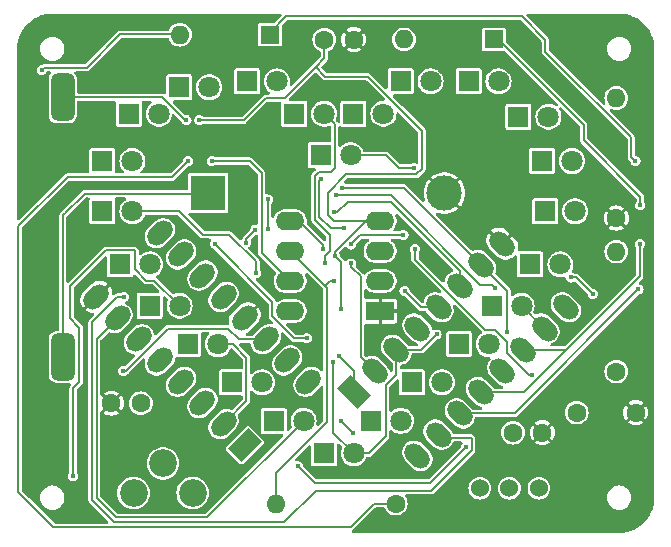
<source format=gbr>
%TF.GenerationSoftware,KiCad,Pcbnew,8.0.6*%
%TF.CreationDate,2024-11-17T17:26:00+01:00*%
%TF.ProjectId,Heart_NE555_THT,48656172-745f-44e4-9535-35355f544854,rev?*%
%TF.SameCoordinates,Original*%
%TF.FileFunction,Copper,L2,Bot*%
%TF.FilePolarity,Positive*%
%FSLAX46Y46*%
G04 Gerber Fmt 4.6, Leading zero omitted, Abs format (unit mm)*
G04 Created by KiCad (PCBNEW 8.0.6) date 2024-11-17 17:26:00*
%MOMM*%
%LPD*%
G01*
G04 APERTURE LIST*
G04 Aperture macros list*
%AMRoundRect*
0 Rectangle with rounded corners*
0 $1 Rounding radius*
0 $2 $3 $4 $5 $6 $7 $8 $9 X,Y pos of 4 corners*
0 Add a 4 corners polygon primitive as box body*
4,1,4,$2,$3,$4,$5,$6,$7,$8,$9,$2,$3,0*
0 Add four circle primitives for the rounded corners*
1,1,$1+$1,$2,$3*
1,1,$1+$1,$4,$5*
1,1,$1+$1,$6,$7*
1,1,$1+$1,$8,$9*
0 Add four rect primitives between the rounded corners*
20,1,$1+$1,$2,$3,$4,$5,0*
20,1,$1+$1,$4,$5,$6,$7,0*
20,1,$1+$1,$6,$7,$8,$9,0*
20,1,$1+$1,$8,$9,$2,$3,0*%
%AMHorizOval*
0 Thick line with rounded ends*
0 $1 width*
0 $2 $3 position (X,Y) of the first rounded end (center of the circle)*
0 $4 $5 position (X,Y) of the second rounded end (center of the circle)*
0 Add line between two ends*
20,1,$1,$2,$3,$4,$5,0*
0 Add two circle primitives to create the rounded ends*
1,1,$1,$2,$3*
1,1,$1,$4,$5*%
%AMRotRect*
0 Rectangle, with rotation*
0 The origin of the aperture is its center*
0 $1 length*
0 $2 width*
0 $3 Rotation angle, in degrees counterclockwise*
0 Add horizontal line*
21,1,$1,$2,0,0,$3*%
G04 Aperture macros list end*
%TA.AperFunction,ComponentPad*%
%ADD10R,2.400000X1.600000*%
%TD*%
%TA.AperFunction,ComponentPad*%
%ADD11O,2.400000X1.600000*%
%TD*%
%TA.AperFunction,ComponentPad*%
%ADD12R,1.800000X1.800000*%
%TD*%
%TA.AperFunction,ComponentPad*%
%ADD13C,1.800000*%
%TD*%
%TA.AperFunction,ComponentPad*%
%ADD14C,1.600000*%
%TD*%
%TA.AperFunction,ComponentPad*%
%ADD15O,1.600000X1.600000*%
%TD*%
%TA.AperFunction,SMDPad,CuDef*%
%ADD16RoundRect,0.500000X0.500000X-1.500000X0.500000X1.500000X-0.500000X1.500000X-0.500000X-1.500000X0*%
%TD*%
%TA.AperFunction,ComponentPad*%
%ADD17RotRect,2.400000X1.600000X315.000000*%
%TD*%
%TA.AperFunction,ComponentPad*%
%ADD18HorizOval,1.600000X0.282843X-0.282843X-0.282843X0.282843X0*%
%TD*%
%TA.AperFunction,ComponentPad*%
%ADD19RotRect,2.400000X1.600000X45.000000*%
%TD*%
%TA.AperFunction,ComponentPad*%
%ADD20HorizOval,1.600000X0.282843X0.282843X-0.282843X-0.282843X0*%
%TD*%
%TA.AperFunction,ComponentPad*%
%ADD21C,2.340000*%
%TD*%
%TA.AperFunction,ComponentPad*%
%ADD22R,1.600000X1.600000*%
%TD*%
%TA.AperFunction,ComponentPad*%
%ADD23C,1.524000*%
%TD*%
%TA.AperFunction,ComponentPad*%
%ADD24R,3.000000X3.000000*%
%TD*%
%TA.AperFunction,ComponentPad*%
%ADD25C,3.000000*%
%TD*%
%TA.AperFunction,ViaPad*%
%ADD26C,0.450000*%
%TD*%
%TA.AperFunction,Conductor*%
%ADD27C,0.200000*%
%TD*%
G04 APERTURE END LIST*
D10*
%TO.P,U1,1,GND*%
%TO.N,GND*%
X128750000Y-88200000D03*
D11*
%TO.P,U1,2,TR*%
%TO.N,Net-(SW1A-B)*%
X128750000Y-85660000D03*
%TO.P,U1,3,Q*%
%TO.N,Net-(D2-K)*%
X128750000Y-83120000D03*
%TO.P,U1,4,R*%
%TO.N,VCC*%
X128750000Y-80580000D03*
%TO.P,U1,5,CV*%
%TO.N,Net-(U1-CV)*%
X121130000Y-80580000D03*
%TO.P,U1,6,THR*%
%TO.N,Net-(SW1A-B)*%
X121130000Y-83120000D03*
%TO.P,U1,7,DIS*%
%TO.N,Net-(U1-DIS)*%
X121130000Y-85660000D03*
%TO.P,U1,8,VCC*%
%TO.N,VCC*%
X121130000Y-88200000D03*
%TD*%
D12*
%TO.P,D26,1,K*%
%TO.N,/Common-R*%
X119740000Y-97500000D03*
D13*
%TO.P,D26,2,A*%
%TO.N,Net-(D14-A)*%
X122280000Y-97500000D03*
%TD*%
D12*
%TO.P,D25,1,K*%
%TO.N,/Common-R*%
X116240000Y-94250000D03*
D13*
%TO.P,D25,2,A*%
%TO.N,Net-(D13-A)*%
X118780000Y-94250000D03*
%TD*%
D12*
%TO.P,D24,1,K*%
%TO.N,/Common-R*%
X112490000Y-91000000D03*
D13*
%TO.P,D24,2,A*%
%TO.N,Net-(D12-A)*%
X115030000Y-91000000D03*
%TD*%
D12*
%TO.P,D23,1,K*%
%TO.N,/Common-R*%
X109240000Y-87750000D03*
D13*
%TO.P,D23,2,A*%
%TO.N,Net-(D11-A)*%
X111780000Y-87750000D03*
%TD*%
D12*
%TO.P,D22,1,K*%
%TO.N,/Common-R*%
X106740000Y-84250000D03*
D13*
%TO.P,D22,2,A*%
%TO.N,Net-(D10-A)*%
X109280000Y-84250000D03*
%TD*%
D12*
%TO.P,D21,1,K*%
%TO.N,/Common-R*%
X105240000Y-79750000D03*
D13*
%TO.P,D21,2,A*%
%TO.N,Net-(D21-A)*%
X107780000Y-79750000D03*
%TD*%
D12*
%TO.P,D20,1,K*%
%TO.N,/Common-R*%
X105240000Y-75500000D03*
D13*
%TO.P,D20,2,A*%
%TO.N,Net-(D20-A)*%
X107780000Y-75500000D03*
%TD*%
D12*
%TO.P,D17,1,K*%
%TO.N,/Common-R*%
X117490000Y-68750000D03*
D13*
%TO.P,D17,2,A*%
%TO.N,Net-(D17-A)*%
X120030000Y-68750000D03*
%TD*%
D12*
%TO.P,D16,1,K*%
%TO.N,/Common-R*%
X121490000Y-71500000D03*
D13*
%TO.P,D16,2,A*%
%TO.N,Net-(D16-A)*%
X124030000Y-71500000D03*
%TD*%
D12*
%TO.P,D15,1,K*%
%TO.N,/Common-R*%
X123715000Y-75000000D03*
D13*
%TO.P,D15,2,A*%
%TO.N,Net-(D15-A)*%
X126255000Y-75000000D03*
%TD*%
D12*
%TO.P,D14,1,K*%
%TO.N,/Common-R*%
X126490000Y-71500000D03*
D13*
%TO.P,D14,2,A*%
%TO.N,Net-(D14-A)*%
X129030000Y-71500000D03*
%TD*%
D12*
%TO.P,D13,1,K*%
%TO.N,/Common-R*%
X130490000Y-68750000D03*
D13*
%TO.P,D13,2,A*%
%TO.N,Net-(D13-A)*%
X133030000Y-68750000D03*
%TD*%
D12*
%TO.P,D11,1,K*%
%TO.N,/Common-R*%
X140465000Y-71750000D03*
D13*
%TO.P,D11,2,A*%
%TO.N,Net-(D11-A)*%
X143005000Y-71750000D03*
%TD*%
D12*
%TO.P,D6,1,K*%
%TO.N,/Common-R*%
X135440000Y-91000000D03*
D13*
%TO.P,D6,2,A*%
%TO.N,Net-(D18-A)*%
X137980000Y-91000000D03*
%TD*%
D12*
%TO.P,D10,1,K*%
%TO.N,/Common-R*%
X142465000Y-75500000D03*
D13*
%TO.P,D10,2,A*%
%TO.N,Net-(D10-A)*%
X145005000Y-75500000D03*
%TD*%
D12*
%TO.P,D3,1,K*%
%TO.N,/Common-R*%
X123990000Y-100250000D03*
D13*
%TO.P,D3,2,A*%
%TO.N,Net-(D15-A)*%
X126530000Y-100250000D03*
%TD*%
D12*
%TO.P,D7,1,K*%
%TO.N,/Common-R*%
X138190000Y-87750000D03*
D13*
%TO.P,D7,2,A*%
%TO.N,Net-(D19-A)*%
X140730000Y-87750000D03*
%TD*%
D12*
%TO.P,D5,1,K*%
%TO.N,/Common-R*%
X131440000Y-94250000D03*
D13*
%TO.P,D5,2,A*%
%TO.N,Net-(D17-A)*%
X133980000Y-94250000D03*
%TD*%
D12*
%TO.P,D4,1,K*%
%TO.N,/Common-R*%
X127965000Y-97500000D03*
D13*
%TO.P,D4,2,A*%
%TO.N,Net-(D16-A)*%
X130505000Y-97500000D03*
%TD*%
D12*
%TO.P,D9,1,K*%
%TO.N,/Common-R*%
X142740000Y-79750000D03*
D13*
%TO.P,D9,2,A*%
%TO.N,Net-(D21-A)*%
X145280000Y-79750000D03*
%TD*%
D12*
%TO.P,D8,1,K*%
%TO.N,/Common-R*%
X141475000Y-84250000D03*
D13*
%TO.P,D8,2,A*%
%TO.N,Net-(D20-A)*%
X144015000Y-84250000D03*
%TD*%
D12*
%TO.P,D12,1,K*%
%TO.N,/Common-R*%
X136240000Y-68750000D03*
D13*
%TO.P,D12,2,A*%
%TO.N,Net-(D12-A)*%
X138780000Y-68750000D03*
%TD*%
D12*
%TO.P,D19,1,K*%
%TO.N,/Common-R*%
X107490000Y-71500000D03*
D13*
%TO.P,D19,2,A*%
%TO.N,Net-(D19-A)*%
X110030000Y-71500000D03*
%TD*%
D12*
%TO.P,D18,1,K*%
%TO.N,/Common-R*%
X111740000Y-69250000D03*
D13*
%TO.P,D18,2,A*%
%TO.N,Net-(D18-A)*%
X114280000Y-69250000D03*
%TD*%
D14*
%TO.P,C4,1*%
%TO.N,VCC*%
X124025000Y-65225000D03*
%TO.P,C4,2*%
%TO.N,GND*%
X126525000Y-65225000D03*
%TD*%
%TO.P,R2,1*%
%TO.N,VCC*%
X148750000Y-93330000D03*
D15*
%TO.P,R2,2*%
%TO.N,Net-(D1-A)*%
X148750000Y-83170000D03*
%TD*%
D14*
%TO.P,R3,1*%
%TO.N,GND*%
X148750000Y-80330000D03*
D15*
%TO.P,R3,2*%
%TO.N,/Common-R*%
X148750000Y-70170000D03*
%TD*%
D16*
%TO.P,SW2,1*%
%TO.N,+3V0*%
X101900000Y-92100000D03*
%TO.P,SW2,2*%
%TO.N,VCC*%
X101900000Y-70100000D03*
%TD*%
D17*
%TO.P,U2,1,Q5*%
%TO.N,Net-(D20-A)*%
X126519744Y-95070890D03*
D18*
%TO.P,U2,2,Q1*%
%TO.N,Net-(D16-A)*%
X128315795Y-93274839D03*
%TO.P,U2,3,Q0*%
%TO.N,Net-(D15-A)*%
X130111846Y-91478788D03*
%TO.P,U2,4,Q2*%
%TO.N,Net-(D17-A)*%
X131907898Y-89682736D03*
%TO.P,U2,5,Q6*%
%TO.N,Net-(D21-A)*%
X133703949Y-87886685D03*
%TO.P,U2,6,Q7*%
%TO.N,Net-(D10-A)*%
X135500000Y-86090634D03*
%TO.P,U2,7,Q3*%
%TO.N,Net-(D18-A)*%
X137296051Y-84294583D03*
%TO.P,U2,8,VSS*%
%TO.N,GND*%
X139092103Y-82498531D03*
%TO.P,U2,9,Q8*%
%TO.N,Net-(D11-A)*%
X144480256Y-87886685D03*
%TO.P,U2,10,Q4*%
%TO.N,Net-(D19-A)*%
X142684205Y-89682736D03*
%TO.P,U2,11,Q9*%
%TO.N,Net-(D1-K)*%
X140888154Y-91478788D03*
%TO.P,U2,12,Cout*%
%TO.N,unconnected-(U2-Cout-Pad12)*%
X139092103Y-93274839D03*
%TO.P,U2,13,CKEN*%
%TO.N,Net-(D1-K)*%
X137296051Y-95070890D03*
%TO.P,U2,14,CLK*%
%TO.N,Net-(D2-K)*%
X135500000Y-96866941D03*
%TO.P,U2,15,Reset*%
%TO.N,Net-(U2-Reset)*%
X133703949Y-98662992D03*
%TO.P,U2,16,VDD*%
%TO.N,VCC*%
X131907898Y-100459044D03*
%TD*%
D19*
%TO.P,U3,1,Q5*%
%TO.N,unconnected-(U3-Q5-Pad1)*%
X117296051Y-99572359D03*
D20*
%TO.P,U3,2,Q1*%
%TO.N,Net-(D12-A)*%
X115500000Y-97776308D03*
%TO.P,U3,3,Q0*%
%TO.N,unconnected-(U3-Q0-Pad3)*%
X113703949Y-95980257D03*
%TO.P,U3,4,Q2*%
%TO.N,Net-(D13-A)*%
X111907897Y-94184205D03*
%TO.P,U3,5,Q6*%
%TO.N,unconnected-(U3-Q6-Pad5)*%
X110111846Y-92388154D03*
%TO.P,U3,6,Q7*%
%TO.N,unconnected-(U3-Q7-Pad6)*%
X108315795Y-90592103D03*
%TO.P,U3,7,Q3*%
%TO.N,Net-(D14-A)*%
X106519744Y-88796052D03*
%TO.P,U3,8,VSS*%
%TO.N,GND*%
X104723692Y-87000000D03*
%TO.P,U3,9,Q8*%
%TO.N,unconnected-(U3-Q8-Pad9)*%
X110111846Y-81611847D03*
%TO.P,U3,10,Q4*%
%TO.N,Net-(U2-Reset)*%
X111907897Y-83407898D03*
%TO.P,U3,11,Q9*%
%TO.N,unconnected-(U3-Q9-Pad11)*%
X113703949Y-85203949D03*
%TO.P,U3,12,Cout*%
%TO.N,unconnected-(U3-Cout-Pad12)*%
X115500000Y-87000000D03*
%TO.P,U3,13,CKEN*%
%TO.N,GND*%
X117296051Y-88796052D03*
%TO.P,U3,14,CLK*%
%TO.N,Net-(D1-A)*%
X119092102Y-90592103D03*
%TO.P,U3,15,Reset*%
%TO.N,Net-(D15-A)*%
X120888153Y-92388154D03*
%TO.P,U3,16,VDD*%
%TO.N,VCC*%
X122684205Y-94184205D03*
%TD*%
D14*
%TO.P,R1,1*%
%TO.N,Net-(U1-DIS)*%
X130080000Y-104500000D03*
D15*
%TO.P,R1,2*%
%TO.N,Net-(SW1A-B)*%
X119920000Y-104500000D03*
%TD*%
D14*
%TO.P,C3,1*%
%TO.N,Net-(U1-CV)*%
X108500000Y-96000000D03*
%TO.P,C3,2*%
%TO.N,GND*%
X106000000Y-96000000D03*
%TD*%
D21*
%TO.P,RV1,1,1*%
%TO.N,Net-(U1-DIS)*%
X112875000Y-103600000D03*
%TO.P,RV1,2,2*%
%TO.N,VCC*%
X110375000Y-101100000D03*
%TO.P,RV1,3,3*%
%TO.N,unconnected-(RV1-Pad3)*%
X107875000Y-103600000D03*
%TD*%
D22*
%TO.P,D1,1,K*%
%TO.N,Net-(D1-K)*%
X119420000Y-64800000D03*
D15*
%TO.P,D1,2,A*%
%TO.N,Net-(D1-A)*%
X111800000Y-64800000D03*
%TD*%
D22*
%TO.P,D2,1,K*%
%TO.N,Net-(D2-K)*%
X138400000Y-65200000D03*
D15*
%TO.P,D2,2,A*%
%TO.N,Net-(D1-A)*%
X130780000Y-65200000D03*
%TD*%
D14*
%TO.P,C1,1*%
%TO.N,Net-(SW1A-C)*%
X140000000Y-98500000D03*
%TO.P,C1,2*%
%TO.N,GND*%
X142500000Y-98500000D03*
%TD*%
D23*
%TO.P,SW1,1,A*%
%TO.N,Net-(SW1A-A)*%
X142200000Y-103200000D03*
%TO.P,SW1,2,B*%
%TO.N,Net-(SW1A-B)*%
X139700000Y-103200000D03*
%TO.P,SW1,3,C*%
%TO.N,Net-(SW1A-C)*%
X137200000Y-103200000D03*
%TD*%
D14*
%TO.P,C2,1*%
%TO.N,Net-(SW1A-A)*%
X145400000Y-96800000D03*
%TO.P,C2,2*%
%TO.N,GND*%
X150400000Y-96800000D03*
%TD*%
D24*
%TO.P,BT2,1,+*%
%TO.N,+3V0*%
X114200000Y-78200000D03*
D25*
%TO.P,BT2,2,-*%
%TO.N,GND*%
X134200000Y-78200000D03*
%TD*%
D26*
%TO.N,VCC*%
X112350000Y-72024500D03*
X124910000Y-83540000D03*
X125450000Y-97500000D03*
X125450000Y-88020000D03*
X113450000Y-72050000D03*
X126480000Y-98550000D03*
%TO.N,Net-(U1-CV)*%
X130730000Y-81760000D03*
X126280000Y-82560000D03*
X121800000Y-101350000D03*
X123931196Y-82911196D03*
X131710000Y-82930000D03*
X136000000Y-99750000D03*
X141615040Y-93614977D03*
%TO.N,Net-(D1-K)*%
X150750000Y-82500000D03*
X150374500Y-75500000D03*
%TO.N,Net-(D1-A)*%
X100100000Y-67800000D03*
X107000000Y-93250000D03*
%TO.N,Net-(D2-K)*%
X150625000Y-86375000D03*
X150774500Y-79250000D03*
%TO.N,Net-(D15-A)*%
X133530977Y-90180977D03*
X124774500Y-92500000D03*
X131630000Y-76080000D03*
%TO.N,Net-(D16-A)*%
X126280000Y-84170000D03*
X124060000Y-84160000D03*
%TO.N,Net-(D17-A)*%
X123750000Y-77000000D03*
X125671196Y-81171195D03*
%TO.N,Net-(D18-A)*%
X139500000Y-90000000D03*
X125500000Y-77750000D03*
%TO.N,Net-(D19-A)*%
X138500000Y-86274500D03*
X125000000Y-78405518D03*
%TO.N,Net-(D20-A)*%
X114765000Y-82485000D03*
X146750000Y-86750000D03*
X144890000Y-85360000D03*
X125250000Y-92000000D03*
X122550000Y-90500000D03*
%TO.N,Net-(D21-A)*%
X130819500Y-86500000D03*
X118250000Y-85000000D03*
%TO.N,Net-(D10-A)*%
X124847582Y-79855826D03*
X119250000Y-81250000D03*
X119250000Y-78750000D03*
%TO.N,Net-(D11-A)*%
X102750000Y-102200000D03*
%TO.N,Net-(D13-A)*%
X117400000Y-82400000D03*
X118200000Y-81300000D03*
%TO.N,Net-(SW1A-B)*%
X124890000Y-85630000D03*
%TO.N,Net-(U1-DIS)*%
X114500000Y-75500000D03*
X112500000Y-75500000D03*
%TO.N,Net-(U2-Reset)*%
X107044744Y-87000000D03*
%TD*%
D27*
%TO.N,+3V0*%
X102100000Y-79900000D02*
X103662500Y-78337500D01*
X103724998Y-78275002D02*
X103662500Y-78337500D01*
X114250000Y-77750000D02*
X114750000Y-78250000D01*
X101900000Y-80100000D02*
X102100000Y-79900000D01*
X101900000Y-92100000D02*
X101900000Y-80100000D01*
X114274520Y-78275002D02*
X103724998Y-78275002D01*
%TO.N,VCC*%
X132300000Y-72930000D02*
X127750000Y-68380000D01*
X125880330Y-76627207D02*
X131825256Y-76627207D01*
X126480000Y-98550000D02*
X126480000Y-98530000D01*
X125450000Y-88020000D02*
X125450000Y-84080000D01*
X127750000Y-68380000D02*
X124130000Y-68380000D01*
X125450000Y-84080000D02*
X124910000Y-83540000D01*
X126480000Y-98530000D02*
X125450000Y-97500000D01*
X124910000Y-83540000D02*
X124910000Y-83187537D01*
X122684205Y-94184205D02*
X123075000Y-93793410D01*
X123295000Y-67545000D02*
X124025000Y-66815000D01*
X124322582Y-78184955D02*
X125880330Y-76627207D01*
X113450000Y-72050000D02*
X117200000Y-72050000D01*
X120670000Y-70170000D02*
X123295000Y-67545000D01*
X124322582Y-80073289D02*
X124829293Y-80580000D01*
X124130000Y-68380000D02*
X123295000Y-67545000D01*
X124829293Y-80580000D02*
X128750000Y-80580000D01*
X119080000Y-70170000D02*
X120670000Y-70170000D01*
X127517537Y-80580000D02*
X128750000Y-80580000D01*
X112350000Y-72024500D02*
X112251557Y-72024500D01*
X110327057Y-70100000D02*
X101900000Y-70100000D01*
X132300000Y-76152463D02*
X132300000Y-72930000D01*
X131825256Y-76627207D02*
X132300000Y-76152463D01*
X117200000Y-72050000D02*
X119080000Y-70170000D01*
X124910000Y-83187537D02*
X127517537Y-80580000D01*
X112251557Y-72024500D02*
X110327057Y-70100000D01*
X124322582Y-78184955D02*
X124322582Y-80073289D01*
X124025000Y-66815000D02*
X124025000Y-65225000D01*
%TO.N,Net-(U1-CV)*%
X141364977Y-93614977D02*
X141615040Y-93614977D01*
X137653732Y-89800000D02*
X137680000Y-89800000D01*
X138477057Y-89800000D02*
X139500000Y-90822943D01*
X133000000Y-102750000D02*
X136000000Y-99750000D01*
X137653732Y-89800000D02*
X131710000Y-83856268D01*
X123200000Y-102750000D02*
X133000000Y-102750000D01*
X127080000Y-81760000D02*
X130730000Y-81760000D01*
X139500000Y-91750000D02*
X141364977Y-93614977D01*
X121880000Y-80580000D02*
X121130000Y-80580000D01*
X126280000Y-82560000D02*
X127080000Y-81760000D01*
X131710000Y-83856268D02*
X131710000Y-82930000D01*
X139500000Y-90822943D02*
X139500000Y-91750000D01*
X123931196Y-82911196D02*
X123931196Y-82631196D01*
X137680000Y-89800000D02*
X138477057Y-89800000D01*
X123931196Y-82631196D02*
X121880000Y-80580000D01*
X121800000Y-101350000D02*
X123200000Y-102750000D01*
%TO.N,Net-(D1-K)*%
X140750000Y-63250000D02*
X142750000Y-65250000D01*
X144521212Y-91478788D02*
X140888154Y-91478788D01*
X150000000Y-75125500D02*
X150374500Y-75500000D01*
X140929110Y-95070890D02*
X137296051Y-95070890D01*
X150750000Y-85250000D02*
X144521212Y-91478788D01*
X150750000Y-82500000D02*
X150750000Y-85250000D01*
X144521212Y-91478788D02*
X140929110Y-95070890D01*
X150000000Y-73500000D02*
X150000000Y-75125500D01*
X119310000Y-64750000D02*
X120810000Y-63250000D01*
X120810000Y-63250000D02*
X140750000Y-63250000D01*
X142750000Y-66250000D02*
X142750000Y-65250000D01*
X150000000Y-73500000D02*
X142750000Y-66250000D01*
%TO.N,Net-(D1-A)*%
X107000000Y-93250000D02*
X107213532Y-93250000D01*
X106750000Y-64750000D02*
X111690000Y-64750000D01*
X110777871Y-89685661D02*
X115885661Y-89685661D01*
X115885661Y-89685661D02*
X116792103Y-90592103D01*
X100300000Y-67600000D02*
X103900000Y-67600000D01*
X100100000Y-67800000D02*
X100300000Y-67600000D01*
X103900000Y-67600000D02*
X106750000Y-64750000D01*
X107213532Y-93250000D02*
X110777871Y-89685661D01*
X116792103Y-90592103D02*
X119092102Y-90592103D01*
%TO.N,Net-(D2-K)*%
X146000000Y-73750000D02*
X146000000Y-72440000D01*
X150625000Y-86375000D02*
X140133059Y-96866941D01*
X140133059Y-96866941D02*
X135500000Y-96866941D01*
X146000000Y-72440000D02*
X138310000Y-64750000D01*
X150774500Y-78524500D02*
X146000000Y-73750000D01*
X150774500Y-79250000D02*
X150774500Y-78524500D01*
%TO.N,Net-(D15-A)*%
X129250000Y-75000000D02*
X126255000Y-75000000D01*
X132233166Y-91478788D02*
X130111846Y-91478788D01*
X127802792Y-100250000D02*
X129230977Y-98821815D01*
X124774500Y-98494500D02*
X124774500Y-92500000D01*
X131630000Y-76080000D02*
X130330000Y-76080000D01*
X129230977Y-94480977D02*
X130111846Y-93600108D01*
X126530000Y-100250000D02*
X124774500Y-98494500D01*
X126530000Y-100250000D02*
X127802792Y-100250000D01*
X129230977Y-98821815D02*
X129230977Y-94480977D01*
X130330000Y-76080000D02*
X129250000Y-75000000D01*
X133530977Y-90180977D02*
X132233166Y-91478788D01*
X130111846Y-93600108D02*
X130111846Y-91478788D01*
%TO.N,Net-(D16-A)*%
X123540000Y-76460000D02*
X123210000Y-76790000D01*
X123210000Y-76790000D02*
X123210000Y-80460000D01*
X127120000Y-85270000D02*
X127120000Y-92079044D01*
X124930000Y-72400000D02*
X124930000Y-76084314D01*
X126280000Y-84170000D02*
X126280000Y-84430000D01*
X124060000Y-83550000D02*
X124510000Y-83100000D01*
X124060000Y-84160000D02*
X124060000Y-83550000D01*
X124930000Y-76084314D02*
X124554314Y-76460000D01*
X124510000Y-81760000D02*
X123210000Y-80460000D01*
X124554314Y-76460000D02*
X123540000Y-76460000D01*
X124510000Y-83100000D02*
X124510000Y-81760000D01*
X126280000Y-84430000D02*
X127120000Y-85270000D01*
X124030000Y-71500000D02*
X124930000Y-72400000D01*
X127120000Y-92079044D02*
X128315795Y-93274839D01*
%TO.N,Net-(D17-A)*%
X124561195Y-81171195D02*
X125671196Y-81171195D01*
X123610000Y-80220000D02*
X124561195Y-81171195D01*
X123750000Y-77000000D02*
X123610000Y-77140000D01*
X123610000Y-77140000D02*
X123610000Y-80220000D01*
%TO.N,Net-(D18-A)*%
X130751468Y-77750000D02*
X137296051Y-84294583D01*
X139500000Y-86498532D02*
X137296051Y-84294583D01*
X139500000Y-90000000D02*
X139500000Y-86498532D01*
X125500000Y-77750000D02*
X130751468Y-77750000D01*
%TO.N,Net-(D19-A)*%
X142662736Y-89682736D02*
X140730000Y-87750000D01*
X138201000Y-85975500D02*
X138500000Y-86274500D01*
X137250000Y-85975500D02*
X138201000Y-85975500D01*
X129680018Y-78405518D02*
X137250000Y-85975500D01*
X125000000Y-78405518D02*
X129680018Y-78405518D01*
X142684205Y-89682736D02*
X142662736Y-89682736D01*
%TO.N,Net-(D20-A)*%
X119630000Y-87430000D02*
X114765000Y-82565000D01*
X144890000Y-85360000D02*
X145360000Y-85360000D01*
X119630000Y-88655635D02*
X119630000Y-87430000D01*
X121474365Y-90500000D02*
X119630000Y-88655635D01*
X145360000Y-85360000D02*
X146750000Y-86750000D01*
X122550000Y-90500000D02*
X121474365Y-90500000D01*
X125250000Y-92000000D02*
X126519744Y-93269744D01*
X126519744Y-93269744D02*
X126519744Y-95070890D01*
X114765000Y-82565000D02*
X114765000Y-82485000D01*
%TO.N,Net-(D21-A)*%
X116000000Y-81750000D02*
X113750000Y-81750000D01*
X111750000Y-79750000D02*
X107780000Y-79750000D01*
X132206185Y-87886685D02*
X133703949Y-87886685D01*
X118250000Y-85000000D02*
X118250000Y-84000000D01*
X113750000Y-81750000D02*
X111750000Y-79750000D01*
X130819500Y-86500000D02*
X132206185Y-87886685D01*
X118250000Y-84000000D02*
X116000000Y-81750000D01*
%TO.N,Net-(D10-A)*%
X135500000Y-86090634D02*
X135500000Y-84807791D01*
X126000000Y-79000000D02*
X125144174Y-79855826D01*
X119250000Y-81250000D02*
X119250000Y-78750000D01*
X125144174Y-79855826D02*
X124847582Y-79855826D01*
X135500000Y-84807791D02*
X129692209Y-79000000D01*
X129692209Y-79000000D02*
X126000000Y-79000000D01*
%TO.N,Net-(D11-A)*%
X102500000Y-88800000D02*
X102500000Y-86800000D01*
X102750000Y-102200000D02*
X102750000Y-94750000D01*
X105550000Y-83050000D02*
X102500000Y-86100000D01*
X103300000Y-94200000D02*
X103300000Y-89600000D01*
X102750000Y-102200000D02*
X102750000Y-97350000D01*
X108000000Y-84667057D02*
X108000000Y-83110000D01*
X108950100Y-85617157D02*
X108000000Y-84667057D01*
X111780000Y-87750000D02*
X109647157Y-85617157D01*
X102750000Y-94750000D02*
X103300000Y-94200000D01*
X109647157Y-85617157D02*
X108950100Y-85617157D01*
X102500000Y-86100000D02*
X102500000Y-86800000D01*
X107940000Y-83050000D02*
X105550000Y-83050000D01*
X108000000Y-83110000D02*
X107940000Y-83050000D01*
X103300000Y-89600000D02*
X102500000Y-88800000D01*
X102500000Y-86800000D02*
X102500000Y-86500000D01*
%TO.N,Net-(D12-A)*%
X115500000Y-97776308D02*
X117440000Y-95836308D01*
X117440000Y-92137208D02*
X116302792Y-91000000D01*
X117440000Y-95836308D02*
X117440000Y-92137208D01*
X116302792Y-91000000D02*
X115030000Y-91000000D01*
%TO.N,Net-(D13-A)*%
X118200000Y-81300000D02*
X117400000Y-82100000D01*
X117400000Y-82100000D02*
X117400000Y-82400000D01*
%TO.N,Net-(D14-A)*%
X106365686Y-105650000D02*
X104750000Y-104034314D01*
X104750000Y-90565796D02*
X106519744Y-88796052D01*
X104750000Y-104034314D02*
X104750000Y-90565796D01*
X122280000Y-97500000D02*
X114130000Y-105650000D01*
X114130000Y-105650000D02*
X106365686Y-105650000D01*
%TO.N,Net-(SW1A-B)*%
X124490000Y-85630000D02*
X124065000Y-86055000D01*
X124250000Y-97613529D02*
X124250000Y-86240000D01*
X124065000Y-86055000D02*
X121130000Y-83120000D01*
X119920000Y-104500000D02*
X119920000Y-101943529D01*
X119920000Y-101943529D02*
X124250000Y-97613529D01*
X124890000Y-85630000D02*
X124490000Y-85630000D01*
X124250000Y-86240000D02*
X124065000Y-86055000D01*
%TO.N,Net-(U1-DIS)*%
X118725000Y-76525000D02*
X117700000Y-75500000D01*
X118725000Y-83255000D02*
X118725000Y-76525000D01*
X118000000Y-106500000D02*
X118250000Y-106500000D01*
X98125000Y-103525000D02*
X98125000Y-81025000D01*
X121130000Y-85660000D02*
X118725000Y-83255000D01*
X111150000Y-76850000D02*
X112500000Y-75500000D01*
X117700000Y-75500000D02*
X114500000Y-75500000D01*
X101100000Y-106500000D02*
X98125000Y-103525000D01*
X118250000Y-106500000D02*
X101100000Y-106500000D01*
X98125000Y-81025000D02*
X102300000Y-76850000D01*
X102300000Y-76850000D02*
X111150000Y-76850000D01*
X126250000Y-106500000D02*
X128250000Y-104500000D01*
X128250000Y-104500000D02*
X130080000Y-104500000D01*
X118250000Y-106500000D02*
X126250000Y-106500000D01*
%TO.N,Net-(U2-Reset)*%
X104350000Y-89150000D02*
X104350000Y-104200000D01*
X104350000Y-104200000D02*
X106250000Y-106100000D01*
X136430000Y-98930000D02*
X133970957Y-98930000D01*
X123350000Y-103400000D02*
X133100000Y-103400000D01*
X136525000Y-99025000D02*
X136430000Y-98930000D01*
X120650000Y-106100000D02*
X123350000Y-103400000D01*
X106250000Y-106100000D02*
X120650000Y-106100000D01*
X107044744Y-87000000D02*
X106500000Y-87000000D01*
X133970957Y-98930000D02*
X133703949Y-98662992D01*
X106500000Y-87000000D02*
X104350000Y-89150000D01*
X133100000Y-103400000D02*
X136525000Y-99975000D01*
X136525000Y-99975000D02*
X136525000Y-99025000D01*
%TD*%
%TA.AperFunction,Conductor*%
%TO.N,GND*%
G36*
X120373460Y-63045502D02*
G01*
X120419953Y-63099158D01*
X120430057Y-63169432D01*
X120400563Y-63234012D01*
X120394434Y-63240595D01*
X119872434Y-63762595D01*
X119810122Y-63796621D01*
X119783339Y-63799500D01*
X118600249Y-63799500D01*
X118541771Y-63811132D01*
X118541768Y-63811133D01*
X118475448Y-63855448D01*
X118431133Y-63921768D01*
X118431132Y-63921771D01*
X118419500Y-63980249D01*
X118419500Y-65619750D01*
X118422714Y-65635910D01*
X118431133Y-65678231D01*
X118475448Y-65744552D01*
X118541769Y-65788867D01*
X118600252Y-65800500D01*
X118600253Y-65800500D01*
X120239747Y-65800500D01*
X120239748Y-65800500D01*
X120298231Y-65788867D01*
X120364552Y-65744552D01*
X120408867Y-65678231D01*
X120420500Y-65619748D01*
X120420500Y-64116661D01*
X120440502Y-64048540D01*
X120457405Y-64027566D01*
X120897566Y-63587405D01*
X120959878Y-63553379D01*
X120986661Y-63550500D01*
X140573339Y-63550500D01*
X140641460Y-63570502D01*
X140662434Y-63587405D01*
X142412595Y-65337566D01*
X142446621Y-65399878D01*
X142449500Y-65426661D01*
X142449500Y-66289565D01*
X142469977Y-66365985D01*
X142469978Y-66365987D01*
X142469979Y-66365989D01*
X142486348Y-66394341D01*
X142509540Y-66434511D01*
X142509542Y-66434513D01*
X142509545Y-66434517D01*
X149662595Y-73587566D01*
X149696621Y-73649878D01*
X149699500Y-73676661D01*
X149699500Y-75165065D01*
X149714215Y-75219979D01*
X149719979Y-75241489D01*
X149751980Y-75296917D01*
X149759540Y-75310011D01*
X149913650Y-75464121D01*
X149947674Y-75526431D01*
X149948999Y-75533486D01*
X149964781Y-75633126D01*
X149983713Y-75670282D01*
X150023032Y-75747451D01*
X150025972Y-75753220D01*
X150121280Y-75848528D01*
X150241374Y-75909719D01*
X150374500Y-75930804D01*
X150507626Y-75909719D01*
X150627720Y-75848528D01*
X150723028Y-75753220D01*
X150784219Y-75633126D01*
X150805304Y-75500000D01*
X150784219Y-75366874D01*
X150723028Y-75246780D01*
X150627720Y-75151472D01*
X150627719Y-75151471D01*
X150528180Y-75100754D01*
X150507626Y-75090281D01*
X150408002Y-75074502D01*
X150343851Y-75044090D01*
X150338620Y-75039149D01*
X150337405Y-75037934D01*
X150303379Y-74975622D01*
X150300500Y-74948839D01*
X150300500Y-73460438D01*
X150300499Y-73460434D01*
X150280022Y-73384014D01*
X150280021Y-73384013D01*
X150280021Y-73384011D01*
X150240460Y-73315489D01*
X150184511Y-73259540D01*
X148230228Y-71305257D01*
X148196202Y-71242945D01*
X148201267Y-71172130D01*
X148243814Y-71115294D01*
X148310334Y-71090483D01*
X148358941Y-71098363D01*
X148359350Y-71097017D01*
X148365271Y-71098813D01*
X148365273Y-71098814D01*
X148553868Y-71156024D01*
X148553872Y-71156024D01*
X148553874Y-71156025D01*
X148749997Y-71175341D01*
X148750000Y-71175341D01*
X148750003Y-71175341D01*
X148946124Y-71156025D01*
X148946126Y-71156025D01*
X148946127Y-71156024D01*
X148946132Y-71156024D01*
X149134727Y-71098814D01*
X149308538Y-71005910D01*
X149460883Y-70880883D01*
X149585910Y-70728538D01*
X149678814Y-70554727D01*
X149736024Y-70366132D01*
X149737564Y-70350499D01*
X149755341Y-70170003D01*
X149755341Y-70169996D01*
X149736025Y-69973875D01*
X149736025Y-69973873D01*
X149736024Y-69973870D01*
X149736024Y-69973868D01*
X149678814Y-69785273D01*
X149585910Y-69611462D01*
X149460883Y-69459117D01*
X149308538Y-69334090D01*
X149226684Y-69290338D01*
X149134728Y-69241186D01*
X148946125Y-69183974D01*
X148750003Y-69164659D01*
X148749997Y-69164659D01*
X148553875Y-69183974D01*
X148553873Y-69183974D01*
X148365271Y-69241186D01*
X148191461Y-69334090D01*
X148039117Y-69459117D01*
X147914090Y-69611461D01*
X147821186Y-69785271D01*
X147763974Y-69973873D01*
X147763974Y-69973875D01*
X147744659Y-70169996D01*
X147744659Y-70170003D01*
X147763974Y-70366124D01*
X147763974Y-70366126D01*
X147774001Y-70399179D01*
X147812623Y-70526500D01*
X147822983Y-70560650D01*
X147821185Y-70561195D01*
X147827835Y-70623049D01*
X147796055Y-70686535D01*
X147734997Y-70722762D01*
X147664045Y-70720228D01*
X147614742Y-70689771D01*
X143087405Y-66162434D01*
X143053379Y-66100122D01*
X143050500Y-66073339D01*
X143050500Y-65999996D01*
X147969538Y-65999996D01*
X147969538Y-66000003D01*
X147989336Y-66201026D01*
X148047977Y-66394341D01*
X148143203Y-66572497D01*
X148271352Y-66728647D01*
X148427502Y-66856795D01*
X148427502Y-66856796D01*
X148427506Y-66856798D01*
X148605659Y-66952023D01*
X148798967Y-67010662D01*
X148798971Y-67010662D01*
X148798973Y-67010663D01*
X148999997Y-67030462D01*
X149000000Y-67030462D01*
X149000003Y-67030462D01*
X149201026Y-67010663D01*
X149201027Y-67010662D01*
X149201033Y-67010662D01*
X149394341Y-66952023D01*
X149572494Y-66856798D01*
X149572495Y-66856796D01*
X149572497Y-66856796D01*
X149572497Y-66856795D01*
X149728647Y-66728647D01*
X149856798Y-66572494D01*
X149952023Y-66394341D01*
X150010662Y-66201033D01*
X150010690Y-66200756D01*
X150030462Y-66000003D01*
X150030462Y-65999996D01*
X150010663Y-65798973D01*
X150010662Y-65798971D01*
X150010662Y-65798967D01*
X149952023Y-65605659D01*
X149856798Y-65427506D01*
X149856796Y-65427502D01*
X149728647Y-65271352D01*
X149572497Y-65143204D01*
X149572497Y-65143203D01*
X149394341Y-65047977D01*
X149292915Y-65017210D01*
X149201033Y-64989338D01*
X149201032Y-64989337D01*
X149201026Y-64989336D01*
X149000003Y-64969538D01*
X148999997Y-64969538D01*
X148798973Y-64989336D01*
X148605658Y-65047977D01*
X148427502Y-65143203D01*
X148427502Y-65143204D01*
X148271352Y-65271352D01*
X148143204Y-65427502D01*
X148143203Y-65427502D01*
X148047977Y-65605658D01*
X147989336Y-65798973D01*
X147969538Y-65999996D01*
X143050500Y-65999996D01*
X143050500Y-65210438D01*
X143050499Y-65210434D01*
X143030022Y-65134014D01*
X143030021Y-65134013D01*
X143030021Y-65134011D01*
X142990460Y-65065489D01*
X142934511Y-65009540D01*
X141165566Y-63240595D01*
X141131540Y-63178283D01*
X141136605Y-63107468D01*
X141179152Y-63050632D01*
X141245672Y-63025821D01*
X141254661Y-63025500D01*
X148991715Y-63025500D01*
X148996707Y-63025500D01*
X149003300Y-63025672D01*
X149304319Y-63041449D01*
X149317436Y-63042827D01*
X149611911Y-63089467D01*
X149624811Y-63092209D01*
X149912799Y-63169374D01*
X149925332Y-63173447D01*
X150083109Y-63234012D01*
X150203672Y-63280292D01*
X150215719Y-63285656D01*
X150481368Y-63421010D01*
X150492785Y-63427601D01*
X150742838Y-63589988D01*
X150753495Y-63597732D01*
X150985197Y-63785360D01*
X150994998Y-63794185D01*
X151205814Y-64005001D01*
X151214639Y-64014802D01*
X151397769Y-64240949D01*
X151402263Y-64246498D01*
X151410013Y-64257164D01*
X151572394Y-64507208D01*
X151578989Y-64518631D01*
X151714343Y-64784280D01*
X151719707Y-64796327D01*
X151826550Y-65074661D01*
X151830626Y-65087205D01*
X151907790Y-65375188D01*
X151910532Y-65388088D01*
X151957172Y-65682563D01*
X151958550Y-65695679D01*
X151974327Y-65996698D01*
X151974500Y-66003293D01*
X151974500Y-103996706D01*
X151974327Y-104003301D01*
X151958550Y-104304320D01*
X151957172Y-104317436D01*
X151910532Y-104611911D01*
X151907790Y-104624811D01*
X151830626Y-104912794D01*
X151826550Y-104925338D01*
X151719707Y-105203672D01*
X151714343Y-105215719D01*
X151578989Y-105481368D01*
X151572394Y-105492791D01*
X151410015Y-105742832D01*
X151402263Y-105753501D01*
X151214639Y-105985197D01*
X151205814Y-105994998D01*
X150994998Y-106205814D01*
X150985197Y-106214639D01*
X150753501Y-106402263D01*
X150742832Y-106410015D01*
X150492791Y-106572394D01*
X150481368Y-106578989D01*
X150215719Y-106714343D01*
X150203672Y-106719707D01*
X149925338Y-106826550D01*
X149912794Y-106830626D01*
X149624811Y-106907790D01*
X149611911Y-106910532D01*
X149317436Y-106957172D01*
X149304320Y-106958550D01*
X149020488Y-106973426D01*
X149003299Y-106974327D01*
X148996707Y-106974500D01*
X126499380Y-106974500D01*
X126431259Y-106954498D01*
X126384766Y-106900842D01*
X126374662Y-106830568D01*
X126404156Y-106765988D01*
X126428357Y-106746005D01*
X126427959Y-106745487D01*
X126434504Y-106740463D01*
X126434511Y-106740460D01*
X126490460Y-106684511D01*
X128337566Y-104837405D01*
X128399878Y-104803379D01*
X128426661Y-104800500D01*
X129032188Y-104800500D01*
X129100309Y-104820502D01*
X129146802Y-104874158D01*
X129148658Y-104879071D01*
X129148816Y-104879006D01*
X129151185Y-104884726D01*
X129218500Y-105010662D01*
X129244090Y-105058538D01*
X129369117Y-105210883D01*
X129521462Y-105335910D01*
X129695273Y-105428814D01*
X129883868Y-105486024D01*
X129883872Y-105486024D01*
X129883874Y-105486025D01*
X130079997Y-105505341D01*
X130080000Y-105505341D01*
X130080003Y-105505341D01*
X130276124Y-105486025D01*
X130276126Y-105486025D01*
X130276127Y-105486024D01*
X130276132Y-105486024D01*
X130464727Y-105428814D01*
X130638538Y-105335910D01*
X130790883Y-105210883D01*
X130915910Y-105058538D01*
X131008814Y-104884727D01*
X131066024Y-104696132D01*
X131066719Y-104689076D01*
X131085341Y-104500003D01*
X131085341Y-104499996D01*
X131066025Y-104303875D01*
X131066025Y-104303873D01*
X131066024Y-104303870D01*
X131066024Y-104303868D01*
X131008814Y-104115273D01*
X130915910Y-103941462D01*
X130887162Y-103906433D01*
X130859409Y-103841087D01*
X130871390Y-103771109D01*
X130919303Y-103718717D01*
X130984562Y-103700500D01*
X133139562Y-103700500D01*
X133215989Y-103680021D01*
X133284511Y-103640460D01*
X133340460Y-103584511D01*
X133724974Y-103199997D01*
X136232843Y-103199997D01*
X136232843Y-103200002D01*
X136251425Y-103388676D01*
X136251426Y-103388682D01*
X136251427Y-103388683D01*
X136306463Y-103570115D01*
X136395838Y-103737324D01*
X136516117Y-103883883D01*
X136662676Y-104004162D01*
X136829885Y-104093537D01*
X137011317Y-104148573D01*
X137011321Y-104148573D01*
X137011323Y-104148574D01*
X137199997Y-104167157D01*
X137200000Y-104167157D01*
X137200003Y-104167157D01*
X137388676Y-104148574D01*
X137388677Y-104148573D01*
X137388683Y-104148573D01*
X137570115Y-104093537D01*
X137737324Y-104004162D01*
X137883883Y-103883883D01*
X138004162Y-103737324D01*
X138093537Y-103570115D01*
X138148573Y-103388683D01*
X138150055Y-103373642D01*
X138167157Y-103200002D01*
X138167157Y-103199997D01*
X138732843Y-103199997D01*
X138732843Y-103200002D01*
X138751425Y-103388676D01*
X138751426Y-103388682D01*
X138751427Y-103388683D01*
X138806463Y-103570115D01*
X138895838Y-103737324D01*
X139016117Y-103883883D01*
X139162676Y-104004162D01*
X139329885Y-104093537D01*
X139511317Y-104148573D01*
X139511321Y-104148573D01*
X139511323Y-104148574D01*
X139699997Y-104167157D01*
X139700000Y-104167157D01*
X139700003Y-104167157D01*
X139888676Y-104148574D01*
X139888677Y-104148573D01*
X139888683Y-104148573D01*
X140070115Y-104093537D01*
X140237324Y-104004162D01*
X140383883Y-103883883D01*
X140504162Y-103737324D01*
X140593537Y-103570115D01*
X140648573Y-103388683D01*
X140650055Y-103373642D01*
X140667157Y-103200002D01*
X140667157Y-103199997D01*
X141232843Y-103199997D01*
X141232843Y-103200002D01*
X141251425Y-103388676D01*
X141251426Y-103388682D01*
X141251427Y-103388683D01*
X141306463Y-103570115D01*
X141395838Y-103737324D01*
X141516117Y-103883883D01*
X141662676Y-104004162D01*
X141829885Y-104093537D01*
X142011317Y-104148573D01*
X142011321Y-104148573D01*
X142011323Y-104148574D01*
X142199997Y-104167157D01*
X142200000Y-104167157D01*
X142200003Y-104167157D01*
X142388676Y-104148574D01*
X142388677Y-104148573D01*
X142388683Y-104148573D01*
X142570115Y-104093537D01*
X142737324Y-104004162D01*
X142742400Y-103999996D01*
X147969538Y-103999996D01*
X147969538Y-104000003D01*
X147989336Y-104201026D01*
X147989337Y-104201032D01*
X147989338Y-104201033D01*
X148029920Y-104334814D01*
X148047977Y-104394341D01*
X148143203Y-104572497D01*
X148271352Y-104728647D01*
X148427502Y-104856795D01*
X148427502Y-104856796D01*
X148427506Y-104856798D01*
X148605659Y-104952023D01*
X148798967Y-105010662D01*
X148798971Y-105010662D01*
X148798973Y-105010663D01*
X148999997Y-105030462D01*
X149000000Y-105030462D01*
X149000003Y-105030462D01*
X149201026Y-105010663D01*
X149201027Y-105010662D01*
X149201033Y-105010662D01*
X149394341Y-104952023D01*
X149572494Y-104856798D01*
X149572495Y-104856796D01*
X149572497Y-104856796D01*
X149572497Y-104856795D01*
X149728647Y-104728647D01*
X149856798Y-104572494D01*
X149952023Y-104394341D01*
X150010662Y-104201033D01*
X150010925Y-104198368D01*
X150030462Y-104000003D01*
X150030462Y-103999996D01*
X150010663Y-103798973D01*
X150010662Y-103798971D01*
X150010662Y-103798967D01*
X149952023Y-103605659D01*
X149856798Y-103427506D01*
X149856796Y-103427502D01*
X149728647Y-103271352D01*
X149572497Y-103143204D01*
X149572497Y-103143203D01*
X149394341Y-103047977D01*
X149204738Y-102990462D01*
X149201033Y-102989338D01*
X149201032Y-102989337D01*
X149201026Y-102989336D01*
X149000003Y-102969538D01*
X148999997Y-102969538D01*
X148798973Y-102989336D01*
X148605658Y-103047977D01*
X148427502Y-103143203D01*
X148427502Y-103143204D01*
X148271352Y-103271352D01*
X148143204Y-103427502D01*
X148143203Y-103427502D01*
X148047977Y-103605658D01*
X147989336Y-103798973D01*
X147969538Y-103999996D01*
X142742400Y-103999996D01*
X142883883Y-103883883D01*
X143004162Y-103737324D01*
X143093537Y-103570115D01*
X143148573Y-103388683D01*
X143150055Y-103373642D01*
X143167157Y-103200002D01*
X143167157Y-103199997D01*
X143148574Y-103011323D01*
X143148573Y-103011321D01*
X143148573Y-103011317D01*
X143093537Y-102829885D01*
X143004162Y-102662676D01*
X142883883Y-102516117D01*
X142737324Y-102395838D01*
X142570115Y-102306463D01*
X142388683Y-102251427D01*
X142388682Y-102251426D01*
X142388676Y-102251425D01*
X142200003Y-102232843D01*
X142199997Y-102232843D01*
X142011323Y-102251425D01*
X141829884Y-102306463D01*
X141662675Y-102395838D01*
X141516117Y-102516117D01*
X141395838Y-102662675D01*
X141306463Y-102829884D01*
X141251425Y-103011323D01*
X141232843Y-103199997D01*
X140667157Y-103199997D01*
X140648574Y-103011323D01*
X140648573Y-103011321D01*
X140648573Y-103011317D01*
X140593537Y-102829885D01*
X140504162Y-102662676D01*
X140383883Y-102516117D01*
X140237324Y-102395838D01*
X140070115Y-102306463D01*
X139888683Y-102251427D01*
X139888682Y-102251426D01*
X139888676Y-102251425D01*
X139700003Y-102232843D01*
X139699997Y-102232843D01*
X139511323Y-102251425D01*
X139329884Y-102306463D01*
X139162675Y-102395838D01*
X139016117Y-102516117D01*
X138895838Y-102662675D01*
X138806463Y-102829884D01*
X138751425Y-103011323D01*
X138732843Y-103199997D01*
X138167157Y-103199997D01*
X138148574Y-103011323D01*
X138148573Y-103011321D01*
X138148573Y-103011317D01*
X138093537Y-102829885D01*
X138004162Y-102662676D01*
X137883883Y-102516117D01*
X137737324Y-102395838D01*
X137570115Y-102306463D01*
X137388683Y-102251427D01*
X137388682Y-102251426D01*
X137388676Y-102251425D01*
X137200003Y-102232843D01*
X137199997Y-102232843D01*
X137011323Y-102251425D01*
X136829884Y-102306463D01*
X136662675Y-102395838D01*
X136516117Y-102516117D01*
X136395838Y-102662675D01*
X136306463Y-102829884D01*
X136251425Y-103011323D01*
X136232843Y-103199997D01*
X133724974Y-103199997D01*
X136765460Y-100159511D01*
X136797007Y-100104869D01*
X136805021Y-100090989D01*
X136825500Y-100014562D01*
X136825500Y-98985438D01*
X136824258Y-98980804D01*
X136805022Y-98909014D01*
X136805021Y-98909013D01*
X136805021Y-98909011D01*
X136765460Y-98840489D01*
X136709511Y-98784540D01*
X136614511Y-98689540D01*
X136545989Y-98649979D01*
X136545988Y-98649978D01*
X136545985Y-98649977D01*
X136469565Y-98629500D01*
X136469562Y-98629500D01*
X135022885Y-98629500D01*
X134954764Y-98609498D01*
X134908271Y-98555842D01*
X134906476Y-98551718D01*
X134885052Y-98499996D01*
X138994659Y-98499996D01*
X138994659Y-98500003D01*
X139013974Y-98696124D01*
X139013974Y-98696126D01*
X139071186Y-98884728D01*
X139142387Y-99017934D01*
X139164090Y-99058538D01*
X139289117Y-99210883D01*
X139441462Y-99335910D01*
X139615273Y-99428814D01*
X139803868Y-99486024D01*
X139803872Y-99486024D01*
X139803874Y-99486025D01*
X139999997Y-99505341D01*
X140000000Y-99505341D01*
X140000003Y-99505341D01*
X140196124Y-99486025D01*
X140196126Y-99486025D01*
X140196127Y-99486024D01*
X140196132Y-99486024D01*
X140384727Y-99428814D01*
X140558538Y-99335910D01*
X140710883Y-99210883D01*
X140835910Y-99058538D01*
X140928814Y-98884727D01*
X140986024Y-98696132D01*
X140986673Y-98689540D01*
X141005341Y-98500003D01*
X141005341Y-98499996D01*
X141434871Y-98499996D01*
X141434871Y-98500003D01*
X141455335Y-98707789D01*
X141515949Y-98907607D01*
X141614377Y-99091753D01*
X141614379Y-99091755D01*
X141663969Y-99152181D01*
X142139886Y-98676264D01*
X142179920Y-98745606D01*
X142254394Y-98820080D01*
X142323734Y-98860113D01*
X141847817Y-99336029D01*
X141908244Y-99385620D01*
X141908246Y-99385622D01*
X142092392Y-99484050D01*
X142292210Y-99544664D01*
X142499997Y-99565129D01*
X142500003Y-99565129D01*
X142707789Y-99544664D01*
X142907607Y-99484050D01*
X143091754Y-99385621D01*
X143152182Y-99336029D01*
X142676266Y-98860113D01*
X142745606Y-98820080D01*
X142820080Y-98745606D01*
X142860113Y-98676266D01*
X143336029Y-99152182D01*
X143385621Y-99091754D01*
X143484050Y-98907607D01*
X143544664Y-98707789D01*
X143565129Y-98500003D01*
X143565129Y-98499996D01*
X143544664Y-98292210D01*
X143484050Y-98092392D01*
X143385622Y-97908246D01*
X143385620Y-97908244D01*
X143336029Y-97847817D01*
X142860113Y-98323733D01*
X142820080Y-98254394D01*
X142745606Y-98179920D01*
X142676265Y-98139886D01*
X143152181Y-97663969D01*
X143091755Y-97614379D01*
X143091753Y-97614377D01*
X142907607Y-97515949D01*
X142707789Y-97455335D01*
X142500003Y-97434871D01*
X142499997Y-97434871D01*
X142292210Y-97455335D01*
X142092392Y-97515949D01*
X141908251Y-97614375D01*
X141908245Y-97614379D01*
X141847816Y-97663969D01*
X142323733Y-98139886D01*
X142254394Y-98179920D01*
X142179920Y-98254394D01*
X142139886Y-98323733D01*
X141663969Y-97847816D01*
X141614379Y-97908245D01*
X141614375Y-97908251D01*
X141515949Y-98092392D01*
X141455335Y-98292210D01*
X141434871Y-98499996D01*
X141005341Y-98499996D01*
X140986025Y-98303875D01*
X140986025Y-98303873D01*
X140986024Y-98303870D01*
X140986024Y-98303868D01*
X140928814Y-98115273D01*
X140835910Y-97941462D01*
X140710883Y-97789117D01*
X140558538Y-97664090D01*
X140482970Y-97623698D01*
X140384728Y-97571186D01*
X140196125Y-97513974D01*
X140000003Y-97494659D01*
X139999997Y-97494659D01*
X139803875Y-97513974D01*
X139803873Y-97513974D01*
X139615271Y-97571186D01*
X139441461Y-97664090D01*
X139289117Y-97789117D01*
X139164090Y-97941461D01*
X139071186Y-98115271D01*
X139013974Y-98303873D01*
X139013974Y-98303875D01*
X138994659Y-98499996D01*
X134885052Y-98499996D01*
X134873423Y-98471921D01*
X134763931Y-98308054D01*
X134058887Y-97603010D01*
X133895020Y-97493518D01*
X133712943Y-97418098D01*
X133519648Y-97379649D01*
X133519646Y-97379649D01*
X133322566Y-97379649D01*
X133322563Y-97379649D01*
X133129268Y-97418098D01*
X133129267Y-97418099D01*
X133046987Y-97452181D01*
X132957960Y-97489058D01*
X132947190Y-97493519D01*
X132783326Y-97603009D01*
X132783320Y-97603014D01*
X132643971Y-97742363D01*
X132643966Y-97742369D01*
X132539144Y-97899248D01*
X132534475Y-97906235D01*
X132511852Y-97960851D01*
X132459056Y-98088310D01*
X132459055Y-98088311D01*
X132420606Y-98281606D01*
X132420606Y-98478691D01*
X132459055Y-98671985D01*
X132534475Y-98854063D01*
X132643967Y-99017930D01*
X133349011Y-99722974D01*
X133512878Y-99832466D01*
X133694956Y-99907886D01*
X133888252Y-99946335D01*
X133888253Y-99946335D01*
X134085331Y-99946335D01*
X134085332Y-99946335D01*
X134278628Y-99907886D01*
X134460706Y-99832466D01*
X134624573Y-99722974D01*
X134763931Y-99583616D01*
X134873423Y-99419749D01*
X134919595Y-99308280D01*
X134964142Y-99253001D01*
X135031506Y-99230580D01*
X135036003Y-99230500D01*
X135613562Y-99230500D01*
X135681683Y-99250502D01*
X135728176Y-99304158D01*
X135738280Y-99374432D01*
X135708786Y-99439012D01*
X135702657Y-99445595D01*
X135651473Y-99496778D01*
X135651471Y-99496780D01*
X135590280Y-99616875D01*
X135574501Y-99716496D01*
X135544088Y-99780649D01*
X135539148Y-99785879D01*
X132912434Y-102412595D01*
X132850122Y-102446620D01*
X132823339Y-102449500D01*
X123376661Y-102449500D01*
X123308540Y-102429498D01*
X123287566Y-102412595D01*
X122260851Y-101385880D01*
X122226825Y-101323568D01*
X122225500Y-101316513D01*
X122209719Y-101216874D01*
X122148528Y-101096780D01*
X122053220Y-101001472D01*
X122053219Y-101001471D01*
X121993173Y-100970876D01*
X121933126Y-100940281D01*
X121800000Y-100919196D01*
X121799999Y-100919196D01*
X121671262Y-100939586D01*
X121600851Y-100930486D01*
X121546537Y-100884764D01*
X121525565Y-100816936D01*
X121544592Y-100748537D01*
X121562453Y-100726046D01*
X122674405Y-99614095D01*
X122736717Y-99580069D01*
X122807533Y-99585134D01*
X122864368Y-99627681D01*
X122889179Y-99694201D01*
X122889500Y-99703190D01*
X122889500Y-101169750D01*
X122899746Y-101221262D01*
X122901133Y-101228231D01*
X122945448Y-101294552D01*
X123011769Y-101338867D01*
X123070252Y-101350500D01*
X123070253Y-101350500D01*
X124909747Y-101350500D01*
X124909748Y-101350500D01*
X124968231Y-101338867D01*
X125034552Y-101294552D01*
X125078867Y-101228231D01*
X125090500Y-101169748D01*
X125090500Y-99539661D01*
X125110502Y-99471540D01*
X125164158Y-99425047D01*
X125234432Y-99414943D01*
X125299012Y-99444437D01*
X125305595Y-99450566D01*
X125503910Y-99648881D01*
X125537936Y-99711193D01*
X125532871Y-99782008D01*
X125527607Y-99794137D01*
X125499416Y-99850753D01*
X125443603Y-100046915D01*
X125424785Y-100250000D01*
X125443603Y-100453084D01*
X125499416Y-100649245D01*
X125499417Y-100649247D01*
X125499418Y-100649250D01*
X125590327Y-100831821D01*
X125590328Y-100831822D01*
X125590329Y-100831824D01*
X125713234Y-100994578D01*
X125863959Y-101131981D01*
X125863960Y-101131982D01*
X126037351Y-101239341D01*
X126037354Y-101239342D01*
X126037363Y-101239348D01*
X126227544Y-101313024D01*
X126428024Y-101350500D01*
X126428026Y-101350500D01*
X126631974Y-101350500D01*
X126631976Y-101350500D01*
X126832456Y-101313024D01*
X127022637Y-101239348D01*
X127196041Y-101131981D01*
X127346764Y-100994579D01*
X127469673Y-100831821D01*
X127560582Y-100649250D01*
X127562640Y-100642017D01*
X127600521Y-100581971D01*
X127664852Y-100551937D01*
X127683830Y-100550500D01*
X127842354Y-100550500D01*
X127918781Y-100530021D01*
X127987303Y-100490460D01*
X128043252Y-100434511D01*
X128400105Y-100077658D01*
X130624555Y-100077658D01*
X130624555Y-100274743D01*
X130663004Y-100468037D01*
X130738424Y-100650115D01*
X130847916Y-100813982D01*
X131552960Y-101519026D01*
X131716827Y-101628518D01*
X131898905Y-101703938D01*
X132092201Y-101742387D01*
X132092202Y-101742387D01*
X132289280Y-101742387D01*
X132289281Y-101742387D01*
X132482577Y-101703938D01*
X132664655Y-101628518D01*
X132828522Y-101519026D01*
X132967880Y-101379668D01*
X133077372Y-101215801D01*
X133152792Y-101033723D01*
X133191241Y-100840427D01*
X133191241Y-100643347D01*
X133152792Y-100450051D01*
X133077372Y-100267973D01*
X132967880Y-100104106D01*
X132262836Y-99399062D01*
X132098969Y-99289570D01*
X131916892Y-99214150D01*
X131723597Y-99175701D01*
X131723595Y-99175701D01*
X131526515Y-99175701D01*
X131526512Y-99175701D01*
X131333217Y-99214150D01*
X131333216Y-99214151D01*
X131293747Y-99230500D01*
X131151272Y-99289516D01*
X131151139Y-99289571D01*
X130987275Y-99399061D01*
X130987269Y-99399066D01*
X130847920Y-99538415D01*
X130847915Y-99538421D01*
X130761217Y-99668175D01*
X130738424Y-99702287D01*
X130728024Y-99727394D01*
X130663005Y-99884362D01*
X130663004Y-99884363D01*
X130624555Y-100077658D01*
X128400105Y-100077658D01*
X129471437Y-99006326D01*
X129510999Y-98937803D01*
X129531477Y-98861377D01*
X129531477Y-98782253D01*
X129531477Y-98387037D01*
X129551479Y-98318916D01*
X129605135Y-98272423D01*
X129675409Y-98262319D01*
X129739989Y-98291813D01*
X129742353Y-98293913D01*
X129804960Y-98350987D01*
X129838959Y-98381981D01*
X129838960Y-98381982D01*
X130012351Y-98489341D01*
X130012354Y-98489342D01*
X130012363Y-98489348D01*
X130202544Y-98563024D01*
X130403024Y-98600500D01*
X130403026Y-98600500D01*
X130606974Y-98600500D01*
X130606976Y-98600500D01*
X130807456Y-98563024D01*
X130997637Y-98489348D01*
X131171041Y-98381981D01*
X131321764Y-98244579D01*
X131444673Y-98081821D01*
X131535582Y-97899250D01*
X131591397Y-97703083D01*
X131610215Y-97500000D01*
X131591397Y-97296917D01*
X131535582Y-97100750D01*
X131444673Y-96918179D01*
X131420087Y-96885622D01*
X131321765Y-96755421D01*
X131171040Y-96618018D01*
X131171039Y-96618017D01*
X130997648Y-96510658D01*
X130997641Y-96510654D01*
X130997637Y-96510652D01*
X130855138Y-96455448D01*
X130807457Y-96436976D01*
X130730064Y-96422509D01*
X130606976Y-96399500D01*
X130403024Y-96399500D01*
X130302784Y-96418238D01*
X130202542Y-96436976D01*
X130058019Y-96492965D01*
X130012363Y-96510652D01*
X130012362Y-96510652D01*
X130012361Y-96510653D01*
X130012351Y-96510658D01*
X129838960Y-96618017D01*
X129838953Y-96618022D01*
X129742362Y-96706077D01*
X129678545Y-96737188D01*
X129608039Y-96728858D01*
X129553229Y-96683732D01*
X129531517Y-96616137D01*
X129531477Y-96612962D01*
X129531477Y-94657638D01*
X129551479Y-94589517D01*
X129568382Y-94568543D01*
X130124405Y-94012520D01*
X130186717Y-93978494D01*
X130257532Y-93983559D01*
X130314368Y-94026106D01*
X130339179Y-94092626D01*
X130339500Y-94101615D01*
X130339500Y-95169750D01*
X130350673Y-95225922D01*
X130351133Y-95228231D01*
X130395448Y-95294552D01*
X130461769Y-95338867D01*
X130520252Y-95350500D01*
X130520253Y-95350500D01*
X132359747Y-95350500D01*
X132359748Y-95350500D01*
X132418231Y-95338867D01*
X132484552Y-95294552D01*
X132528867Y-95228231D01*
X132540500Y-95169748D01*
X132540500Y-94250000D01*
X132874785Y-94250000D01*
X132893603Y-94453084D01*
X132949416Y-94649245D01*
X132949417Y-94649247D01*
X132949418Y-94649250D01*
X133040327Y-94831821D01*
X133040328Y-94831822D01*
X133040329Y-94831824D01*
X133163234Y-94994578D01*
X133313959Y-95131981D01*
X133313960Y-95131982D01*
X133487351Y-95239341D01*
X133487354Y-95239342D01*
X133487363Y-95239348D01*
X133677544Y-95313024D01*
X133878024Y-95350500D01*
X133878026Y-95350500D01*
X134081974Y-95350500D01*
X134081976Y-95350500D01*
X134282456Y-95313024D01*
X134472637Y-95239348D01*
X134646041Y-95131981D01*
X134796764Y-94994579D01*
X134807571Y-94980269D01*
X134848053Y-94926661D01*
X134919673Y-94831821D01*
X135010582Y-94649250D01*
X135066397Y-94453083D01*
X135085215Y-94250000D01*
X135066397Y-94046917D01*
X135010582Y-93850750D01*
X134919673Y-93668179D01*
X134910642Y-93656220D01*
X134796765Y-93505421D01*
X134646040Y-93368018D01*
X134646039Y-93368017D01*
X134472648Y-93260658D01*
X134472641Y-93260654D01*
X134472637Y-93260652D01*
X134336127Y-93207768D01*
X134282457Y-93186976D01*
X134215629Y-93174484D01*
X134081976Y-93149500D01*
X133878024Y-93149500D01*
X133777784Y-93168238D01*
X133677542Y-93186976D01*
X133559193Y-93232825D01*
X133487363Y-93260652D01*
X133487362Y-93260652D01*
X133487361Y-93260653D01*
X133487351Y-93260658D01*
X133313960Y-93368017D01*
X133313959Y-93368018D01*
X133163234Y-93505421D01*
X133040329Y-93668175D01*
X132949416Y-93850754D01*
X132893603Y-94046915D01*
X132874785Y-94250000D01*
X132540500Y-94250000D01*
X132540500Y-93330252D01*
X132528867Y-93271769D01*
X132484552Y-93205448D01*
X132418231Y-93161133D01*
X132418228Y-93161132D01*
X132359750Y-93149500D01*
X132359748Y-93149500D01*
X130538346Y-93149500D01*
X130470225Y-93129498D01*
X130423732Y-93075842D01*
X130412346Y-93023500D01*
X130412346Y-92881625D01*
X130432348Y-92813504D01*
X130486004Y-92767011D01*
X130513763Y-92758046D01*
X130686525Y-92723682D01*
X130868603Y-92648262D01*
X131032470Y-92538770D01*
X131171828Y-92399412D01*
X131281320Y-92235545D01*
X131356740Y-92053467D01*
X131391104Y-91880706D01*
X131424012Y-91817797D01*
X131485707Y-91782665D01*
X131514683Y-91779288D01*
X132272728Y-91779288D01*
X132349155Y-91758809D01*
X132417677Y-91719248D01*
X132473626Y-91663299D01*
X133495099Y-90641824D01*
X133557408Y-90607802D01*
X133564429Y-90606482D01*
X133664103Y-90590696D01*
X133784197Y-90529505D01*
X133879505Y-90434197D01*
X133940696Y-90314103D01*
X133961781Y-90180977D01*
X133945827Y-90080249D01*
X134339500Y-90080249D01*
X134339500Y-91919750D01*
X134350151Y-91973298D01*
X134351133Y-91978231D01*
X134395448Y-92044552D01*
X134461769Y-92088867D01*
X134520252Y-92100500D01*
X134520253Y-92100500D01*
X136359747Y-92100500D01*
X136359748Y-92100500D01*
X136418231Y-92088867D01*
X136484552Y-92044552D01*
X136528867Y-91978231D01*
X136540500Y-91919748D01*
X136540500Y-90080252D01*
X136528867Y-90021769D01*
X136484552Y-89955448D01*
X136418231Y-89911133D01*
X136418228Y-89911132D01*
X136359750Y-89899500D01*
X136359748Y-89899500D01*
X134520252Y-89899500D01*
X134520249Y-89899500D01*
X134461771Y-89911132D01*
X134461768Y-89911133D01*
X134395448Y-89955448D01*
X134351133Y-90021768D01*
X134351132Y-90021771D01*
X134339500Y-90080249D01*
X133945827Y-90080249D01*
X133940696Y-90047851D01*
X133879505Y-89927757D01*
X133784197Y-89832449D01*
X133784196Y-89832448D01*
X133694003Y-89786493D01*
X133664103Y-89771258D01*
X133530977Y-89750173D01*
X133397851Y-89771258D01*
X133397849Y-89771258D01*
X133397847Y-89771259D01*
X133341263Y-89800090D01*
X133271486Y-89813194D01*
X133205702Y-89786493D01*
X133164796Y-89728465D01*
X133160482Y-89712405D01*
X133152792Y-89673743D01*
X133077372Y-89491665D01*
X132967880Y-89327798D01*
X132262836Y-88622754D01*
X132098969Y-88513262D01*
X131916892Y-88437842D01*
X131723597Y-88399393D01*
X131723595Y-88399393D01*
X131526515Y-88399393D01*
X131526512Y-88399393D01*
X131333217Y-88437842D01*
X131333216Y-88437843D01*
X131241166Y-88475972D01*
X131167208Y-88506607D01*
X131151139Y-88513263D01*
X130987275Y-88622753D01*
X130987269Y-88622758D01*
X130847920Y-88762107D01*
X130847915Y-88762113D01*
X130739192Y-88924830D01*
X130738424Y-88925979D01*
X130714486Y-88983771D01*
X130663005Y-89108054D01*
X130663004Y-89108055D01*
X130624555Y-89301350D01*
X130624555Y-89498435D01*
X130658975Y-89671474D01*
X130663004Y-89691729D01*
X130738424Y-89873807D01*
X130847916Y-90037674D01*
X131552960Y-90742718D01*
X131716827Y-90852210D01*
X131898905Y-90927630D01*
X131904331Y-90928709D01*
X131967241Y-90961617D01*
X132002372Y-91023313D01*
X131998571Y-91094207D01*
X131957045Y-91151793D01*
X131890978Y-91177787D01*
X131879749Y-91178288D01*
X131275550Y-91178288D01*
X131207429Y-91158286D01*
X131176561Y-91127963D01*
X131175750Y-91128630D01*
X131171830Y-91123853D01*
X131171828Y-91123850D01*
X130466784Y-90418806D01*
X130302917Y-90309314D01*
X130120840Y-90233894D01*
X129927545Y-90195445D01*
X129927543Y-90195445D01*
X129730463Y-90195445D01*
X129730460Y-90195445D01*
X129537165Y-90233894D01*
X129537164Y-90233895D01*
X129355087Y-90309315D01*
X129191223Y-90418805D01*
X129191217Y-90418810D01*
X129051868Y-90558159D01*
X129051863Y-90558165D01*
X128957427Y-90699500D01*
X128942372Y-90722031D01*
X128918351Y-90780022D01*
X128866953Y-90904106D01*
X128866952Y-90904107D01*
X128828503Y-91097402D01*
X128828503Y-91294487D01*
X128866952Y-91487781D01*
X128942372Y-91669859D01*
X129051864Y-91833726D01*
X129756908Y-92538770D01*
X129756911Y-92538772D01*
X129761688Y-92542692D01*
X129760602Y-92544015D01*
X129800875Y-92592202D01*
X129811346Y-92642492D01*
X129811346Y-93246685D01*
X129791344Y-93314806D01*
X129737688Y-93361299D01*
X129667414Y-93371403D01*
X129602834Y-93341909D01*
X129564450Y-93282183D01*
X129561767Y-93271267D01*
X129560689Y-93265846D01*
X129485269Y-93083768D01*
X129375777Y-92919901D01*
X128670733Y-92214857D01*
X128506866Y-92105365D01*
X128324789Y-92029945D01*
X128131494Y-91991496D01*
X128131492Y-91991496D01*
X127934412Y-91991496D01*
X127934409Y-91991496D01*
X127741115Y-92029945D01*
X127741110Y-92029947D01*
X127645483Y-92069557D01*
X127574893Y-92077146D01*
X127511406Y-92045366D01*
X127508170Y-92042243D01*
X127457405Y-91991478D01*
X127423379Y-91929166D01*
X127420500Y-91902383D01*
X127420500Y-89385999D01*
X127440502Y-89317878D01*
X127494158Y-89271385D01*
X127546500Y-89259999D01*
X128620000Y-89259999D01*
X128620000Y-88579277D01*
X128697339Y-88600000D01*
X128802661Y-88600000D01*
X128880000Y-88579277D01*
X128880000Y-89259999D01*
X129975606Y-89259999D01*
X129975614Y-89259998D01*
X130051446Y-89244914D01*
X130051450Y-89244913D01*
X130137450Y-89187450D01*
X130194913Y-89101450D01*
X130194914Y-89101447D01*
X130209999Y-89025612D01*
X130210000Y-89025607D01*
X130210000Y-88330000D01*
X129129277Y-88330000D01*
X129150000Y-88252661D01*
X129150000Y-88147339D01*
X129129277Y-88070000D01*
X130209999Y-88070000D01*
X130209999Y-87374394D01*
X130209998Y-87374385D01*
X130194914Y-87298553D01*
X130194913Y-87298549D01*
X130137450Y-87212549D01*
X130051450Y-87155086D01*
X130051447Y-87155085D01*
X129975612Y-87140000D01*
X128880000Y-87140000D01*
X128880000Y-87820722D01*
X128802661Y-87800000D01*
X128697339Y-87800000D01*
X128620000Y-87820722D01*
X128620000Y-87140000D01*
X127546500Y-87140000D01*
X127478379Y-87119998D01*
X127431886Y-87066342D01*
X127420500Y-87014000D01*
X127420500Y-86449611D01*
X127440502Y-86381490D01*
X127494158Y-86334997D01*
X127564432Y-86324893D01*
X127629012Y-86354387D01*
X127635595Y-86360516D01*
X127712218Y-86437139D01*
X127876086Y-86546632D01*
X128058165Y-86622051D01*
X128251459Y-86660500D01*
X129248541Y-86660500D01*
X129441835Y-86622051D01*
X129623914Y-86546632D01*
X129787782Y-86437139D01*
X129927139Y-86297782D01*
X130036632Y-86133914D01*
X130112051Y-85951835D01*
X130150500Y-85758541D01*
X130150500Y-85561459D01*
X130112051Y-85368165D01*
X130036632Y-85186086D01*
X129927139Y-85022218D01*
X129787782Y-84882861D01*
X129623914Y-84773368D01*
X129621925Y-84772544D01*
X129441838Y-84697950D01*
X129441835Y-84697949D01*
X129248544Y-84659500D01*
X129248541Y-84659500D01*
X128251459Y-84659500D01*
X128251455Y-84659500D01*
X128058164Y-84697949D01*
X128058161Y-84697950D01*
X127876085Y-84773368D01*
X127712222Y-84882858D01*
X127712215Y-84882863D01*
X127572863Y-85022215D01*
X127572859Y-85022220D01*
X127547738Y-85059816D01*
X127493260Y-85105342D01*
X127422817Y-85114189D01*
X127358773Y-85083547D01*
X127353879Y-85078908D01*
X127334471Y-85059500D01*
X127304511Y-85029540D01*
X126716773Y-84441802D01*
X126682747Y-84379490D01*
X126687514Y-84312840D01*
X126686654Y-84312561D01*
X126687782Y-84309087D01*
X126687812Y-84308675D01*
X126688211Y-84307768D01*
X126689717Y-84303132D01*
X126689717Y-84303128D01*
X126689719Y-84303126D01*
X126710804Y-84170000D01*
X126689719Y-84036874D01*
X126628528Y-83916780D01*
X126533220Y-83821472D01*
X126533219Y-83821471D01*
X126456097Y-83782176D01*
X126413126Y-83760281D01*
X126280000Y-83739196D01*
X126146874Y-83760281D01*
X126146872Y-83760281D01*
X126146872Y-83760282D01*
X126026780Y-83821471D01*
X125931473Y-83916778D01*
X125931469Y-83916784D01*
X125929601Y-83920451D01*
X125926152Y-83924102D01*
X125925641Y-83924806D01*
X125925550Y-83924739D01*
X125880852Y-83972065D01*
X125811937Y-83989129D01*
X125744736Y-83966226D01*
X125708217Y-83926245D01*
X125690462Y-83895492D01*
X125690458Y-83895487D01*
X125668115Y-83873144D01*
X125634511Y-83839540D01*
X125370851Y-83575880D01*
X125336825Y-83513568D01*
X125335500Y-83506513D01*
X125319719Y-83406874D01*
X125292391Y-83353241D01*
X125279288Y-83283465D01*
X125305988Y-83217680D01*
X125315555Y-83206952D01*
X125733847Y-82788659D01*
X125796158Y-82754636D01*
X125866973Y-82759700D01*
X125923809Y-82802247D01*
X125925667Y-82805230D01*
X125931471Y-82813218D01*
X125931472Y-82813220D01*
X126026780Y-82908528D01*
X126146874Y-82969719D01*
X126280000Y-82990804D01*
X126413126Y-82969719D01*
X126533220Y-82908528D01*
X126628528Y-82813220D01*
X126689719Y-82693126D01*
X126705498Y-82593500D01*
X126735908Y-82529352D01*
X126740831Y-82524138D01*
X127167567Y-82097404D01*
X127229879Y-82063379D01*
X127256662Y-82060500D01*
X127719435Y-82060500D01*
X127787556Y-82080502D01*
X127834049Y-82134158D01*
X127844153Y-82204432D01*
X127814659Y-82269012D01*
X127789437Y-82291265D01*
X127712222Y-82342858D01*
X127712215Y-82342863D01*
X127572863Y-82482215D01*
X127572858Y-82482222D01*
X127463368Y-82646085D01*
X127387950Y-82828161D01*
X127387949Y-82828164D01*
X127349500Y-83021455D01*
X127349500Y-83218544D01*
X127387949Y-83411835D01*
X127387950Y-83411838D01*
X127428431Y-83509568D01*
X127463368Y-83593914D01*
X127572861Y-83757782D01*
X127712218Y-83897139D01*
X127876086Y-84006632D01*
X128058165Y-84082051D01*
X128251459Y-84120500D01*
X129248541Y-84120500D01*
X129441835Y-84082051D01*
X129623914Y-84006632D01*
X129787782Y-83897139D01*
X129927139Y-83757782D01*
X130036632Y-83593914D01*
X130112051Y-83411835D01*
X130150500Y-83218541D01*
X130150500Y-83021459D01*
X130112051Y-82828165D01*
X130036632Y-82646086D01*
X129927139Y-82482218D01*
X129787782Y-82342861D01*
X129710562Y-82291264D01*
X129665035Y-82236788D01*
X129656187Y-82166345D01*
X129686828Y-82102301D01*
X129747230Y-82064990D01*
X129780565Y-82060500D01*
X130376562Y-82060500D01*
X130444683Y-82080502D01*
X130465656Y-82097404D01*
X130476780Y-82108528D01*
X130596874Y-82169719D01*
X130730000Y-82190804D01*
X130863126Y-82169719D01*
X130983220Y-82108528D01*
X131078528Y-82013220D01*
X131139719Y-81893126D01*
X131160804Y-81760000D01*
X131139719Y-81626874D01*
X131078528Y-81506780D01*
X130983220Y-81411472D01*
X130983219Y-81411471D01*
X130897083Y-81367583D01*
X130863126Y-81350281D01*
X130730000Y-81329196D01*
X130596874Y-81350281D01*
X130596872Y-81350281D01*
X130596872Y-81350282D01*
X130476780Y-81411471D01*
X130476778Y-81411473D01*
X130465657Y-81422595D01*
X130403345Y-81456621D01*
X130376562Y-81459500D01*
X129989611Y-81459500D01*
X129921490Y-81439498D01*
X129874997Y-81385842D01*
X129864893Y-81315568D01*
X129894387Y-81250988D01*
X129900516Y-81244405D01*
X129903602Y-81241319D01*
X129927139Y-81217782D01*
X130036632Y-81053914D01*
X130112051Y-80871835D01*
X130150500Y-80678541D01*
X130150500Y-80481459D01*
X130112051Y-80288165D01*
X130040961Y-80116539D01*
X130033373Y-80045951D01*
X130065152Y-79982464D01*
X130126210Y-79946237D01*
X130197162Y-79948771D01*
X130246466Y-79979228D01*
X134924674Y-84657436D01*
X134958700Y-84719748D01*
X134953635Y-84790563D01*
X134911088Y-84847399D01*
X134883800Y-84862938D01*
X134743243Y-84921160D01*
X134743241Y-84921161D01*
X134579377Y-85030651D01*
X134579371Y-85030656D01*
X134440022Y-85170005D01*
X134440017Y-85170011D01*
X134333451Y-85329500D01*
X134330526Y-85333877D01*
X134255106Y-85515955D01*
X134246567Y-85558885D01*
X134224700Y-85668811D01*
X134191792Y-85731720D01*
X134130096Y-85766851D01*
X134059202Y-85763050D01*
X134012026Y-85733323D01*
X132047405Y-83768702D01*
X132013379Y-83706390D01*
X132010500Y-83679607D01*
X132010500Y-83283438D01*
X132030502Y-83215317D01*
X132047405Y-83194343D01*
X132058528Y-83183220D01*
X132119719Y-83063126D01*
X132140804Y-82930000D01*
X132119719Y-82796874D01*
X132058528Y-82676780D01*
X131963220Y-82581472D01*
X131963219Y-82581471D01*
X131886107Y-82542181D01*
X131843126Y-82520281D01*
X131710000Y-82499196D01*
X131576874Y-82520281D01*
X131576872Y-82520281D01*
X131576872Y-82520282D01*
X131456780Y-82581471D01*
X131361471Y-82676780D01*
X131304466Y-82788661D01*
X131300281Y-82796874D01*
X131279196Y-82930000D01*
X131300281Y-83063126D01*
X131313618Y-83089301D01*
X131361471Y-83183219D01*
X131372595Y-83194343D01*
X131406621Y-83256655D01*
X131409500Y-83283438D01*
X131409500Y-83895833D01*
X131429977Y-83972254D01*
X131429979Y-83972257D01*
X131454404Y-84014562D01*
X131465900Y-84034475D01*
X131469539Y-84040777D01*
X131469543Y-84040783D01*
X133875506Y-86446746D01*
X133909532Y-86509058D01*
X133904467Y-86579873D01*
X133861920Y-86636709D01*
X133795400Y-86661520D01*
X133738192Y-86652250D01*
X133720839Y-86645062D01*
X133712943Y-86641791D01*
X133519648Y-86603342D01*
X133519646Y-86603342D01*
X133322566Y-86603342D01*
X133322563Y-86603342D01*
X133129268Y-86641791D01*
X133129267Y-86641792D01*
X133037219Y-86679920D01*
X132954655Y-86714120D01*
X132947190Y-86717212D01*
X132783326Y-86826702D01*
X132783320Y-86826707D01*
X132643971Y-86966056D01*
X132643966Y-86966062D01*
X132534476Y-87129926D01*
X132459056Y-87312003D01*
X132459055Y-87312004D01*
X132438251Y-87416593D01*
X132405343Y-87479503D01*
X132343648Y-87514634D01*
X132272753Y-87510834D01*
X132225577Y-87481106D01*
X131280351Y-86535880D01*
X131246325Y-86473568D01*
X131245000Y-86466513D01*
X131229219Y-86366874D01*
X131168028Y-86246780D01*
X131072720Y-86151472D01*
X131072719Y-86151471D01*
X131012673Y-86120876D01*
X130952626Y-86090281D01*
X130819500Y-86069196D01*
X130686374Y-86090281D01*
X130686372Y-86090281D01*
X130686372Y-86090282D01*
X130566280Y-86151471D01*
X130470971Y-86246780D01*
X130411005Y-86364471D01*
X130409781Y-86366874D01*
X130388696Y-86500000D01*
X130409781Y-86633126D01*
X130424796Y-86662595D01*
X130467690Y-86746780D01*
X130470972Y-86753220D01*
X130566280Y-86848528D01*
X130686374Y-86909719D01*
X130785997Y-86925497D01*
X130850149Y-86955910D01*
X130855380Y-86960851D01*
X132021667Y-88127139D01*
X132021672Y-88127143D01*
X132021674Y-88127145D01*
X132090197Y-88166707D01*
X132166623Y-88187185D01*
X132245747Y-88187185D01*
X132540245Y-88187185D01*
X132608366Y-88207187D01*
X132639233Y-88237509D01*
X132640045Y-88236843D01*
X132643965Y-88241620D01*
X132643967Y-88241623D01*
X133349011Y-88946667D01*
X133512878Y-89056159D01*
X133694956Y-89131579D01*
X133888252Y-89170028D01*
X133888253Y-89170028D01*
X134085331Y-89170028D01*
X134085332Y-89170028D01*
X134278628Y-89131579D01*
X134460706Y-89056159D01*
X134624573Y-88946667D01*
X134763931Y-88807309D01*
X134873423Y-88643442D01*
X134948843Y-88461364D01*
X134987292Y-88268068D01*
X134987292Y-88070988D01*
X134948843Y-87877692D01*
X134948841Y-87877688D01*
X134948839Y-87877680D01*
X134938384Y-87852440D01*
X134930794Y-87781851D01*
X134962572Y-87718363D01*
X135023630Y-87682135D01*
X135094581Y-87684669D01*
X135143887Y-87715126D01*
X137345267Y-89916506D01*
X137379293Y-89978818D01*
X137374228Y-90049633D01*
X137331681Y-90106469D01*
X137322506Y-90112726D01*
X137313959Y-90118018D01*
X137163234Y-90255421D01*
X137040329Y-90418175D01*
X136949416Y-90600754D01*
X136893603Y-90796915D01*
X136874785Y-91000000D01*
X136893603Y-91203084D01*
X136949416Y-91399245D01*
X136949417Y-91399247D01*
X136949418Y-91399250D01*
X137040327Y-91581821D01*
X137040328Y-91581822D01*
X137040329Y-91581824D01*
X137163234Y-91744578D01*
X137313959Y-91881981D01*
X137313960Y-91881982D01*
X137487351Y-91989341D01*
X137487354Y-91989342D01*
X137487363Y-91989348D01*
X137677544Y-92063024D01*
X137878024Y-92100500D01*
X137878026Y-92100500D01*
X137981646Y-92100500D01*
X138049767Y-92120502D01*
X138096260Y-92174158D01*
X138106364Y-92244432D01*
X138076870Y-92309012D01*
X138070741Y-92315595D01*
X138032125Y-92354210D01*
X138032120Y-92354216D01*
X137922630Y-92518080D01*
X137847210Y-92700157D01*
X137847209Y-92700158D01*
X137808760Y-92893453D01*
X137808760Y-93090538D01*
X137847209Y-93283832D01*
X137922629Y-93465910D01*
X138032121Y-93629777D01*
X138737165Y-94334821D01*
X138901032Y-94444313D01*
X139083110Y-94519733D01*
X139088531Y-94520811D01*
X139151441Y-94553719D01*
X139186572Y-94615414D01*
X139182771Y-94686309D01*
X139141246Y-94743895D01*
X139075179Y-94769889D01*
X139063949Y-94770390D01*
X138459755Y-94770390D01*
X138391634Y-94750388D01*
X138360766Y-94720065D01*
X138359955Y-94720732D01*
X138356035Y-94715955D01*
X138356033Y-94715952D01*
X137650989Y-94010908D01*
X137487122Y-93901416D01*
X137305045Y-93825996D01*
X137111750Y-93787547D01*
X137111748Y-93787547D01*
X136914668Y-93787547D01*
X136914665Y-93787547D01*
X136721370Y-93825996D01*
X136721369Y-93825997D01*
X136650310Y-93855431D01*
X136554789Y-93894998D01*
X136539292Y-93901417D01*
X136375428Y-94010907D01*
X136375422Y-94010912D01*
X136236073Y-94150261D01*
X136236068Y-94150267D01*
X136126578Y-94314131D01*
X136051158Y-94496208D01*
X136051157Y-94496209D01*
X136012708Y-94689504D01*
X136012708Y-94886589D01*
X136043436Y-95041066D01*
X136051157Y-95079883D01*
X136126577Y-95261961D01*
X136236069Y-95425828D01*
X136941113Y-96130872D01*
X137104980Y-96240364D01*
X137287058Y-96315784D01*
X137292479Y-96316862D01*
X137355389Y-96349770D01*
X137390520Y-96411465D01*
X137386719Y-96482360D01*
X137345194Y-96539946D01*
X137279127Y-96565940D01*
X137267897Y-96566441D01*
X136663704Y-96566441D01*
X136595583Y-96546439D01*
X136564715Y-96516116D01*
X136563904Y-96516783D01*
X136559984Y-96512006D01*
X136559982Y-96512003D01*
X135854938Y-95806959D01*
X135691071Y-95697467D01*
X135508994Y-95622047D01*
X135315699Y-95583598D01*
X135315697Y-95583598D01*
X135118617Y-95583598D01*
X135118614Y-95583598D01*
X134925319Y-95622047D01*
X134925318Y-95622048D01*
X134743241Y-95697468D01*
X134579377Y-95806958D01*
X134579371Y-95806963D01*
X134440022Y-95946312D01*
X134440017Y-95946318D01*
X134390238Y-96020819D01*
X134330526Y-96110184D01*
X134305199Y-96171328D01*
X134255107Y-96292259D01*
X134255106Y-96292260D01*
X134216657Y-96485555D01*
X134216657Y-96682640D01*
X134255106Y-96875934D01*
X134330526Y-97058012D01*
X134440018Y-97221879D01*
X135145062Y-97926923D01*
X135308929Y-98036415D01*
X135491007Y-98111835D01*
X135684303Y-98150284D01*
X135684304Y-98150284D01*
X135881382Y-98150284D01*
X135881383Y-98150284D01*
X136074679Y-98111835D01*
X136256757Y-98036415D01*
X136420624Y-97926923D01*
X136559982Y-97787565D01*
X136669474Y-97623698D01*
X136744894Y-97441620D01*
X136779258Y-97268859D01*
X136812166Y-97205950D01*
X136873861Y-97170818D01*
X136902837Y-97167441D01*
X140172621Y-97167441D01*
X140249048Y-97146962D01*
X140317570Y-97107401D01*
X140373519Y-97051452D01*
X140624975Y-96799996D01*
X144394659Y-96799996D01*
X144394659Y-96800003D01*
X144413974Y-96996124D01*
X144413974Y-96996126D01*
X144471186Y-97184728D01*
X144516156Y-97268860D01*
X144564090Y-97358538D01*
X144689117Y-97510883D01*
X144841462Y-97635910D01*
X145015273Y-97728814D01*
X145203868Y-97786024D01*
X145203872Y-97786024D01*
X145203874Y-97786025D01*
X145399997Y-97805341D01*
X145400000Y-97805341D01*
X145400003Y-97805341D01*
X145596124Y-97786025D01*
X145596126Y-97786025D01*
X145596127Y-97786024D01*
X145596132Y-97786024D01*
X145784727Y-97728814D01*
X145958538Y-97635910D01*
X146110883Y-97510883D01*
X146235910Y-97358538D01*
X146328814Y-97184727D01*
X146386024Y-96996132D01*
X146387006Y-96986159D01*
X146405341Y-96800003D01*
X146405341Y-96799996D01*
X149334871Y-96799996D01*
X149334871Y-96800003D01*
X149355335Y-97007789D01*
X149415949Y-97207607D01*
X149514377Y-97391753D01*
X149514379Y-97391755D01*
X149563969Y-97452181D01*
X150039886Y-96976264D01*
X150079920Y-97045606D01*
X150154394Y-97120080D01*
X150223734Y-97160113D01*
X149747817Y-97636029D01*
X149808244Y-97685620D01*
X149808246Y-97685622D01*
X149992392Y-97784050D01*
X150192210Y-97844664D01*
X150399997Y-97865129D01*
X150400003Y-97865129D01*
X150607789Y-97844664D01*
X150807607Y-97784050D01*
X150991754Y-97685621D01*
X151052182Y-97636029D01*
X150576266Y-97160113D01*
X150645606Y-97120080D01*
X150720080Y-97045606D01*
X150760113Y-96976266D01*
X151236029Y-97452182D01*
X151285621Y-97391754D01*
X151384050Y-97207607D01*
X151444664Y-97007789D01*
X151465129Y-96800003D01*
X151465129Y-96799996D01*
X151444664Y-96592210D01*
X151384050Y-96392392D01*
X151285622Y-96208246D01*
X151285620Y-96208244D01*
X151236029Y-96147817D01*
X150760113Y-96623733D01*
X150720080Y-96554394D01*
X150645606Y-96479920D01*
X150576265Y-96439886D01*
X151052181Y-95963969D01*
X150991755Y-95914379D01*
X150991753Y-95914377D01*
X150807607Y-95815949D01*
X150607789Y-95755335D01*
X150400003Y-95734871D01*
X150399997Y-95734871D01*
X150192210Y-95755335D01*
X149992392Y-95815949D01*
X149808251Y-95914375D01*
X149808245Y-95914379D01*
X149747816Y-95963969D01*
X150223733Y-96439886D01*
X150154394Y-96479920D01*
X150079920Y-96554394D01*
X150039886Y-96623733D01*
X149563969Y-96147816D01*
X149514379Y-96208245D01*
X149514375Y-96208251D01*
X149415949Y-96392392D01*
X149355335Y-96592210D01*
X149334871Y-96799996D01*
X146405341Y-96799996D01*
X146386025Y-96603875D01*
X146386025Y-96603873D01*
X146386024Y-96603870D01*
X146386024Y-96603868D01*
X146328814Y-96415273D01*
X146235910Y-96241462D01*
X146110883Y-96089117D01*
X145958538Y-95964090D01*
X145936475Y-95952297D01*
X145784728Y-95871186D01*
X145596125Y-95813974D01*
X145400003Y-95794659D01*
X145399997Y-95794659D01*
X145203875Y-95813974D01*
X145203873Y-95813974D01*
X145015271Y-95871186D01*
X144841461Y-95964090D01*
X144689117Y-96089117D01*
X144564090Y-96241461D01*
X144471186Y-96415271D01*
X144413974Y-96603873D01*
X144413974Y-96603875D01*
X144394659Y-96799996D01*
X140624975Y-96799996D01*
X144094974Y-93329996D01*
X147744659Y-93329996D01*
X147744659Y-93330003D01*
X147763974Y-93526124D01*
X147763974Y-93526126D01*
X147821186Y-93714728D01*
X147880661Y-93825997D01*
X147914090Y-93888538D01*
X148039117Y-94040883D01*
X148191462Y-94165910D01*
X148365273Y-94258814D01*
X148553868Y-94316024D01*
X148553872Y-94316024D01*
X148553874Y-94316025D01*
X148749997Y-94335341D01*
X148750000Y-94335341D01*
X148750003Y-94335341D01*
X148946124Y-94316025D01*
X148946126Y-94316025D01*
X148946127Y-94316024D01*
X148946132Y-94316024D01*
X149134727Y-94258814D01*
X149308538Y-94165910D01*
X149460883Y-94040883D01*
X149585910Y-93888538D01*
X149678814Y-93714727D01*
X149736024Y-93526132D01*
X149738505Y-93500944D01*
X149755341Y-93330003D01*
X149755341Y-93329996D01*
X149736025Y-93133875D01*
X149736025Y-93133873D01*
X149736024Y-93133870D01*
X149736024Y-93133868D01*
X149678814Y-92945273D01*
X149585910Y-92771462D01*
X149460883Y-92619117D01*
X149308538Y-92494090D01*
X149258255Y-92467213D01*
X149134728Y-92401186D01*
X149000674Y-92360521D01*
X148946132Y-92343976D01*
X148946131Y-92343975D01*
X148946125Y-92343974D01*
X148750003Y-92324659D01*
X148749997Y-92324659D01*
X148553875Y-92343974D01*
X148553873Y-92343974D01*
X148365271Y-92401186D01*
X148191461Y-92494090D01*
X148039117Y-92619117D01*
X147914090Y-92771461D01*
X147821186Y-92945271D01*
X147763974Y-93133873D01*
X147763974Y-93133875D01*
X147744659Y-93329996D01*
X144094974Y-93329996D01*
X150589121Y-86835848D01*
X150651431Y-86801824D01*
X150658452Y-86800505D01*
X150758126Y-86784719D01*
X150878220Y-86723528D01*
X150973528Y-86628220D01*
X151034719Y-86508126D01*
X151055804Y-86375000D01*
X151034719Y-86241874D01*
X150973528Y-86121780D01*
X150878220Y-86026472D01*
X150878219Y-86026471D01*
X150758124Y-85965280D01*
X150744737Y-85963160D01*
X150680584Y-85932747D01*
X150643058Y-85872479D01*
X150644073Y-85801489D01*
X150675354Y-85749616D01*
X150708313Y-85716657D01*
X150990460Y-85434511D01*
X150998022Y-85421413D01*
X151030021Y-85365989D01*
X151050500Y-85289562D01*
X151050500Y-82853438D01*
X151070502Y-82785317D01*
X151087405Y-82764343D01*
X151092477Y-82759271D01*
X151098528Y-82753220D01*
X151159719Y-82633126D01*
X151180804Y-82500000D01*
X151159719Y-82366874D01*
X151098528Y-82246780D01*
X151003220Y-82151472D01*
X151003219Y-82151471D01*
X150940471Y-82119500D01*
X150883126Y-82090281D01*
X150750000Y-82069196D01*
X150616874Y-82090281D01*
X150616872Y-82090281D01*
X150616872Y-82090282D01*
X150496780Y-82151471D01*
X150401471Y-82246780D01*
X150347925Y-82351872D01*
X150340281Y-82366874D01*
X150319196Y-82500000D01*
X150340281Y-82633126D01*
X150352863Y-82657819D01*
X150401471Y-82753219D01*
X150412595Y-82764343D01*
X150446621Y-82826655D01*
X150449500Y-82853438D01*
X150449500Y-85073339D01*
X150429498Y-85141460D01*
X150412595Y-85162434D01*
X144433646Y-91141383D01*
X144371334Y-91175409D01*
X144344551Y-91178288D01*
X143278040Y-91178288D01*
X143209919Y-91158286D01*
X143163426Y-91104630D01*
X143153322Y-91034356D01*
X143182816Y-90969776D01*
X143242542Y-90931392D01*
X143253451Y-90928710D01*
X143258884Y-90927630D01*
X143440962Y-90852210D01*
X143604829Y-90742718D01*
X143744187Y-90603360D01*
X143853679Y-90439493D01*
X143929099Y-90257415D01*
X143967548Y-90064119D01*
X143967548Y-89867039D01*
X143929099Y-89673743D01*
X143853679Y-89491665D01*
X143744187Y-89327798D01*
X143039143Y-88622754D01*
X142875276Y-88513262D01*
X142693199Y-88437842D01*
X142499904Y-88399393D01*
X142499902Y-88399393D01*
X142302822Y-88399393D01*
X142302819Y-88399393D01*
X142109524Y-88437842D01*
X142109519Y-88437844D01*
X141998712Y-88483742D01*
X141928122Y-88491331D01*
X141864635Y-88459552D01*
X141861399Y-88456428D01*
X141756089Y-88351118D01*
X141722063Y-88288806D01*
X141727128Y-88217991D01*
X141732394Y-88205860D01*
X141760578Y-88149258D01*
X141760577Y-88149258D01*
X141760582Y-88149250D01*
X141816397Y-87953083D01*
X141835215Y-87750000D01*
X141816397Y-87546917D01*
X141804556Y-87505299D01*
X143196913Y-87505299D01*
X143196913Y-87702384D01*
X143233610Y-87886872D01*
X143235362Y-87895678D01*
X143310782Y-88077756D01*
X143420274Y-88241623D01*
X144125318Y-88946667D01*
X144289185Y-89056159D01*
X144471263Y-89131579D01*
X144664559Y-89170028D01*
X144664560Y-89170028D01*
X144861638Y-89170028D01*
X144861639Y-89170028D01*
X145054935Y-89131579D01*
X145237013Y-89056159D01*
X145400880Y-88946667D01*
X145540238Y-88807309D01*
X145649730Y-88643442D01*
X145725150Y-88461364D01*
X145763599Y-88268068D01*
X145763599Y-88070988D01*
X145725150Y-87877692D01*
X145649730Y-87695614D01*
X145540238Y-87531747D01*
X144835194Y-86826703D01*
X144671327Y-86717211D01*
X144489250Y-86641791D01*
X144295955Y-86603342D01*
X144295953Y-86603342D01*
X144098873Y-86603342D01*
X144098870Y-86603342D01*
X143905575Y-86641791D01*
X143905574Y-86641792D01*
X143813526Y-86679920D01*
X143730962Y-86714120D01*
X143723497Y-86717212D01*
X143559633Y-86826702D01*
X143559627Y-86826707D01*
X143420278Y-86966056D01*
X143420273Y-86966062D01*
X143310783Y-87129926D01*
X143235363Y-87312003D01*
X143235362Y-87312004D01*
X143196913Y-87505299D01*
X141804556Y-87505299D01*
X141760582Y-87350750D01*
X141669673Y-87168179D01*
X141659785Y-87155085D01*
X141546765Y-87005421D01*
X141396040Y-86868018D01*
X141396039Y-86868017D01*
X141222648Y-86760658D01*
X141222641Y-86760654D01*
X141222637Y-86760652D01*
X141080138Y-86705448D01*
X141032457Y-86686976D01*
X140916579Y-86665315D01*
X140831976Y-86649500D01*
X140628024Y-86649500D01*
X140543426Y-86665314D01*
X140427542Y-86686976D01*
X140280190Y-86744060D01*
X140237363Y-86760652D01*
X140237362Y-86760652D01*
X140237361Y-86760653D01*
X140237351Y-86760658D01*
X140063960Y-86868017D01*
X140063959Y-86868018D01*
X140011386Y-86915945D01*
X139947568Y-86947056D01*
X139877062Y-86938726D01*
X139822252Y-86893600D01*
X139800540Y-86826005D01*
X139800500Y-86822830D01*
X139800500Y-86458971D01*
X139797992Y-86449611D01*
X139780022Y-86382544D01*
X139740460Y-86314021D01*
X139740458Y-86314019D01*
X139740454Y-86314014D01*
X138528646Y-85102207D01*
X138494621Y-85039895D01*
X138499685Y-84969080D01*
X138501316Y-84964931D01*
X138540945Y-84869262D01*
X138579394Y-84675966D01*
X138579394Y-84478886D01*
X138540945Y-84285590D01*
X138465525Y-84103512D01*
X138356033Y-83939645D01*
X137650989Y-83234601D01*
X137487122Y-83125109D01*
X137305045Y-83049689D01*
X137111750Y-83011240D01*
X137111748Y-83011240D01*
X136914668Y-83011240D01*
X136914665Y-83011240D01*
X136721371Y-83049689D01*
X136721366Y-83049691D01*
X136625739Y-83089301D01*
X136555149Y-83096890D01*
X136491662Y-83065110D01*
X136488426Y-83061987D01*
X135537723Y-82111284D01*
X137749260Y-82111284D01*
X137749260Y-82320091D01*
X137789995Y-82524879D01*
X137789997Y-82524884D01*
X137869900Y-82717786D01*
X137985901Y-82891395D01*
X137985902Y-82891396D01*
X138699238Y-83604731D01*
X138699240Y-83604732D01*
X138872846Y-83720732D01*
X139065752Y-83800637D01*
X139065753Y-83800638D01*
X139270541Y-83841374D01*
X139270545Y-83841375D01*
X139479347Y-83841375D01*
X139479350Y-83841374D01*
X139684138Y-83800638D01*
X139684139Y-83800637D01*
X139877045Y-83720732D01*
X140050655Y-83604730D01*
X140050661Y-83604725D01*
X140159405Y-83495982D01*
X140221717Y-83461956D01*
X140292532Y-83467021D01*
X140349368Y-83509568D01*
X140374179Y-83576088D01*
X140374500Y-83585077D01*
X140374500Y-85169750D01*
X140384551Y-85220282D01*
X140386133Y-85228231D01*
X140430448Y-85294552D01*
X140496769Y-85338867D01*
X140555252Y-85350500D01*
X140555253Y-85350500D01*
X142394747Y-85350500D01*
X142394748Y-85350500D01*
X142453231Y-85338867D01*
X142519552Y-85294552D01*
X142563867Y-85228231D01*
X142575500Y-85169748D01*
X142575500Y-84250000D01*
X142909785Y-84250000D01*
X142928603Y-84453084D01*
X142984416Y-84649245D01*
X142984417Y-84649247D01*
X142984418Y-84649250D01*
X143075327Y-84831821D01*
X143075328Y-84831822D01*
X143075329Y-84831824D01*
X143198234Y-84994578D01*
X143348959Y-85131981D01*
X143348960Y-85131982D01*
X143522351Y-85239341D01*
X143522354Y-85239342D01*
X143522363Y-85239348D01*
X143712544Y-85313024D01*
X143913024Y-85350500D01*
X143913026Y-85350500D01*
X144116973Y-85350500D01*
X144116976Y-85350500D01*
X144317456Y-85313024D01*
X144317462Y-85313021D01*
X144320557Y-85312443D01*
X144391193Y-85319588D01*
X144446754Y-85363786D01*
X144468158Y-85416584D01*
X144480281Y-85493126D01*
X144541472Y-85613220D01*
X144636780Y-85708528D01*
X144756874Y-85769719D01*
X144890000Y-85790804D01*
X145023126Y-85769719D01*
X145143220Y-85708528D01*
X145143220Y-85708527D01*
X145152055Y-85704026D01*
X145153560Y-85706981D01*
X145204258Y-85688870D01*
X145273416Y-85704923D01*
X145300596Y-85725567D01*
X146289149Y-86714120D01*
X146323175Y-86776432D01*
X146324499Y-86783486D01*
X146340281Y-86883126D01*
X146340282Y-86883127D01*
X146395247Y-86991004D01*
X146401472Y-87003220D01*
X146496780Y-87098528D01*
X146616874Y-87159719D01*
X146750000Y-87180804D01*
X146883126Y-87159719D01*
X147003220Y-87098528D01*
X147098528Y-87003220D01*
X147159719Y-86883126D01*
X147180804Y-86750000D01*
X147159719Y-86616874D01*
X147098528Y-86496780D01*
X147003220Y-86401472D01*
X147003219Y-86401471D01*
X146935314Y-86366872D01*
X146883126Y-86340281D01*
X146783502Y-86324502D01*
X146719351Y-86294090D01*
X146714120Y-86289149D01*
X145544517Y-85119545D01*
X145544513Y-85119542D01*
X145544511Y-85119540D01*
X145522410Y-85106780D01*
X145475989Y-85079979D01*
X145475987Y-85079978D01*
X145475985Y-85079977D01*
X145399565Y-85059500D01*
X145399562Y-85059500D01*
X145243438Y-85059500D01*
X145175317Y-85039498D01*
X145154343Y-85022595D01*
X145143221Y-85011473D01*
X145143220Y-85011472D01*
X145106592Y-84992809D01*
X145032710Y-84955164D01*
X144981095Y-84906415D01*
X144964029Y-84837500D01*
X144977122Y-84786736D01*
X145045582Y-84649250D01*
X145101397Y-84453083D01*
X145120215Y-84250000D01*
X145101397Y-84046917D01*
X145045582Y-83850750D01*
X144954673Y-83668179D01*
X144953229Y-83666267D01*
X144831765Y-83505421D01*
X144681040Y-83368018D01*
X144681039Y-83368017D01*
X144507648Y-83260658D01*
X144507641Y-83260654D01*
X144507637Y-83260652D01*
X144336473Y-83194343D01*
X144317457Y-83186976D01*
X144226642Y-83170000D01*
X144226621Y-83169996D01*
X147744659Y-83169996D01*
X147744659Y-83170003D01*
X147763974Y-83366124D01*
X147763974Y-83366126D01*
X147821186Y-83554728D01*
X147887936Y-83679607D01*
X147914090Y-83728538D01*
X148039117Y-83880883D01*
X148191462Y-84005910D01*
X148365273Y-84098814D01*
X148553868Y-84156024D01*
X148553872Y-84156024D01*
X148553874Y-84156025D01*
X148749997Y-84175341D01*
X148750000Y-84175341D01*
X148750003Y-84175341D01*
X148946124Y-84156025D01*
X148946126Y-84156025D01*
X148946127Y-84156024D01*
X148946132Y-84156024D01*
X149134727Y-84098814D01*
X149308538Y-84005910D01*
X149460883Y-83880883D01*
X149585910Y-83728538D01*
X149678814Y-83554727D01*
X149736024Y-83366132D01*
X149736025Y-83366124D01*
X149755341Y-83170003D01*
X149755341Y-83169996D01*
X149736025Y-82973875D01*
X149736025Y-82973873D01*
X149736024Y-82973870D01*
X149736024Y-82973868D01*
X149678814Y-82785273D01*
X149585910Y-82611462D01*
X149460883Y-82459117D01*
X149308538Y-82334090D01*
X149272230Y-82314683D01*
X149134728Y-82241186D01*
X148985977Y-82196063D01*
X148946132Y-82183976D01*
X148946131Y-82183975D01*
X148946125Y-82183974D01*
X148750003Y-82164659D01*
X148749997Y-82164659D01*
X148553875Y-82183974D01*
X148553873Y-82183974D01*
X148365271Y-82241186D01*
X148191461Y-82334090D01*
X148039117Y-82459117D01*
X147914090Y-82611461D01*
X147821186Y-82785271D01*
X147763974Y-82973873D01*
X147763974Y-82973875D01*
X147744659Y-83169996D01*
X144226621Y-83169996D01*
X144116976Y-83149500D01*
X143913024Y-83149500D01*
X143833230Y-83164416D01*
X143712542Y-83186976D01*
X143565190Y-83244060D01*
X143522363Y-83260652D01*
X143522362Y-83260652D01*
X143522361Y-83260653D01*
X143522351Y-83260658D01*
X143348960Y-83368017D01*
X143348959Y-83368018D01*
X143198234Y-83505421D01*
X143075329Y-83668175D01*
X142984416Y-83850754D01*
X142928603Y-84046915D01*
X142909785Y-84250000D01*
X142575500Y-84250000D01*
X142575500Y-83330252D01*
X142563867Y-83271769D01*
X142519552Y-83205448D01*
X142453231Y-83161133D01*
X142453228Y-83161132D01*
X142394750Y-83149500D01*
X142394748Y-83149500D01*
X140555252Y-83149500D01*
X140555251Y-83149500D01*
X140549088Y-83150107D01*
X140548828Y-83147474D01*
X140489549Y-83142140D01*
X140433503Y-83098559D01*
X140409916Y-83031595D01*
X140412160Y-83000330D01*
X140434946Y-82885778D01*
X140434947Y-82885775D01*
X140434947Y-82676972D01*
X140434946Y-82676969D01*
X140394210Y-82472181D01*
X140394209Y-82472180D01*
X140314304Y-82279274D01*
X140198303Y-82105665D01*
X140198301Y-82105663D01*
X139933560Y-81840921D01*
X139933559Y-81840921D01*
X139452215Y-82322264D01*
X139412183Y-82252925D01*
X139337709Y-82178451D01*
X139268368Y-82138417D01*
X139749712Y-81657073D01*
X139484970Y-81392332D01*
X139484969Y-81392331D01*
X139311357Y-81276328D01*
X139118456Y-81196425D01*
X139118451Y-81196423D01*
X138913663Y-81155688D01*
X138704856Y-81155688D01*
X138500068Y-81196423D01*
X138500063Y-81196425D01*
X138307161Y-81276328D01*
X138307157Y-81276330D01*
X138155250Y-81377830D01*
X138155250Y-81377831D01*
X138915836Y-82138417D01*
X138846497Y-82178451D01*
X138772023Y-82252925D01*
X138731989Y-82322265D01*
X137971403Y-81561678D01*
X137971402Y-81561678D01*
X137869902Y-81713585D01*
X137869900Y-81713589D01*
X137789997Y-81906491D01*
X137789995Y-81906496D01*
X137749260Y-82111284D01*
X135537723Y-82111284D01*
X133501129Y-80074689D01*
X133467103Y-80012377D01*
X133472168Y-79941561D01*
X133514715Y-79884726D01*
X133581235Y-79859915D01*
X133627363Y-79865192D01*
X133807254Y-79920681D01*
X133807266Y-79920683D01*
X134068110Y-79960000D01*
X134331890Y-79960000D01*
X134592733Y-79920683D01*
X134592745Y-79920681D01*
X134844797Y-79842934D01*
X134844804Y-79842931D01*
X135082462Y-79728482D01*
X135082463Y-79728481D01*
X135300420Y-79579880D01*
X135300421Y-79579879D01*
X135350015Y-79533862D01*
X134630510Y-78814358D01*
X134678097Y-78782563D01*
X134782563Y-78678097D01*
X134814358Y-78630512D01*
X135533947Y-79350101D01*
X135533948Y-79350100D01*
X135658254Y-79194227D01*
X135658260Y-79194219D01*
X135790149Y-78965781D01*
X135790152Y-78965773D01*
X135843341Y-78830249D01*
X141639500Y-78830249D01*
X141639500Y-80669750D01*
X141646062Y-80702741D01*
X141651133Y-80728231D01*
X141695448Y-80794552D01*
X141761769Y-80838867D01*
X141820252Y-80850500D01*
X141820253Y-80850500D01*
X143659747Y-80850500D01*
X143659748Y-80850500D01*
X143718231Y-80838867D01*
X143784552Y-80794552D01*
X143828867Y-80728231D01*
X143840500Y-80669748D01*
X143840500Y-79750000D01*
X144174785Y-79750000D01*
X144193603Y-79953084D01*
X144249416Y-80149245D01*
X144249417Y-80149247D01*
X144249418Y-80149250D01*
X144340327Y-80331821D01*
X144340328Y-80331822D01*
X144340329Y-80331824D01*
X144463234Y-80494578D01*
X144613959Y-80631981D01*
X144613960Y-80631982D01*
X144787351Y-80739341D01*
X144787354Y-80739342D01*
X144787363Y-80739348D01*
X144977544Y-80813024D01*
X145178024Y-80850500D01*
X145178026Y-80850500D01*
X145381974Y-80850500D01*
X145381976Y-80850500D01*
X145582456Y-80813024D01*
X145772637Y-80739348D01*
X145946041Y-80631981D01*
X146096764Y-80494579D01*
X146104456Y-80484394D01*
X146181280Y-80382661D01*
X146219673Y-80331821D01*
X146220582Y-80329996D01*
X147684871Y-80329996D01*
X147684871Y-80330003D01*
X147705335Y-80537789D01*
X147765949Y-80737607D01*
X147864377Y-80921753D01*
X147864379Y-80921755D01*
X147913969Y-80982181D01*
X148389886Y-80506264D01*
X148429920Y-80575606D01*
X148504394Y-80650080D01*
X148573734Y-80690113D01*
X148097817Y-81166029D01*
X148158244Y-81215620D01*
X148158246Y-81215622D01*
X148342392Y-81314050D01*
X148542210Y-81374664D01*
X148749997Y-81395129D01*
X148750003Y-81395129D01*
X148957789Y-81374664D01*
X149157607Y-81314050D01*
X149341754Y-81215621D01*
X149402182Y-81166029D01*
X148926266Y-80690113D01*
X148995606Y-80650080D01*
X149070080Y-80575606D01*
X149110113Y-80506266D01*
X149586029Y-80982182D01*
X149635621Y-80921754D01*
X149734050Y-80737607D01*
X149794664Y-80537789D01*
X149815129Y-80330003D01*
X149815129Y-80329996D01*
X149794664Y-80122210D01*
X149734050Y-79922392D01*
X149635622Y-79738246D01*
X149635620Y-79738244D01*
X149586029Y-79677817D01*
X149110113Y-80153733D01*
X149070080Y-80084394D01*
X148995606Y-80009920D01*
X148926265Y-79969886D01*
X149402181Y-79493969D01*
X149341755Y-79444379D01*
X149341753Y-79444377D01*
X149157607Y-79345949D01*
X148957789Y-79285335D01*
X148750003Y-79264871D01*
X148749997Y-79264871D01*
X148542210Y-79285335D01*
X148342392Y-79345949D01*
X148158251Y-79444375D01*
X148158245Y-79444379D01*
X148097816Y-79493969D01*
X148573733Y-79969886D01*
X148504394Y-80009920D01*
X148429920Y-80084394D01*
X148389886Y-80153733D01*
X147913969Y-79677816D01*
X147864379Y-79738245D01*
X147864375Y-79738251D01*
X147765949Y-79922392D01*
X147705335Y-80122210D01*
X147684871Y-80329996D01*
X146220582Y-80329996D01*
X146310582Y-80149250D01*
X146366397Y-79953083D01*
X146385215Y-79750000D01*
X146366397Y-79546917D01*
X146310582Y-79350750D01*
X146219673Y-79168179D01*
X146219670Y-79168175D01*
X146096765Y-79005421D01*
X145946040Y-78868018D01*
X145946039Y-78868017D01*
X145772648Y-78760658D01*
X145772641Y-78760654D01*
X145772637Y-78760652D01*
X145639041Y-78708897D01*
X145582457Y-78686976D01*
X145515062Y-78674378D01*
X145381976Y-78649500D01*
X145178024Y-78649500D01*
X145115793Y-78661133D01*
X144977542Y-78686976D01*
X144833127Y-78742923D01*
X144787363Y-78760652D01*
X144787362Y-78760652D01*
X144787361Y-78760653D01*
X144787351Y-78760658D01*
X144613960Y-78868017D01*
X144613959Y-78868018D01*
X144463234Y-79005421D01*
X144340329Y-79168175D01*
X144249416Y-79350754D01*
X144193603Y-79546915D01*
X144174785Y-79750000D01*
X143840500Y-79750000D01*
X143840500Y-78830252D01*
X143828867Y-78771769D01*
X143784552Y-78705448D01*
X143718231Y-78661133D01*
X143718228Y-78661132D01*
X143659750Y-78649500D01*
X143659748Y-78649500D01*
X141820252Y-78649500D01*
X141820249Y-78649500D01*
X141761771Y-78661132D01*
X141761768Y-78661133D01*
X141695448Y-78705448D01*
X141651133Y-78771768D01*
X141651132Y-78771771D01*
X141639500Y-78830249D01*
X135843341Y-78830249D01*
X135886525Y-78720219D01*
X135945220Y-78463054D01*
X135964934Y-78200000D01*
X135945220Y-77936945D01*
X135886525Y-77679780D01*
X135790152Y-77434226D01*
X135790149Y-77434218D01*
X135658260Y-77205780D01*
X135533947Y-77049897D01*
X134814357Y-77769487D01*
X134782563Y-77721903D01*
X134678097Y-77617437D01*
X134630511Y-77585641D01*
X135350015Y-76866137D01*
X135350014Y-76866136D01*
X135300424Y-76820123D01*
X135300418Y-76820117D01*
X135082463Y-76671518D01*
X135082462Y-76671517D01*
X134844804Y-76557068D01*
X134844797Y-76557065D01*
X134592745Y-76479318D01*
X134592733Y-76479316D01*
X134331890Y-76440000D01*
X134068110Y-76440000D01*
X133807266Y-76479316D01*
X133807254Y-76479318D01*
X133555205Y-76557064D01*
X133555192Y-76557069D01*
X133317530Y-76671522D01*
X133317523Y-76671526D01*
X133099584Y-76820115D01*
X133049983Y-76866136D01*
X133049983Y-76866137D01*
X133769488Y-77585641D01*
X133721903Y-77617437D01*
X133617437Y-77721903D01*
X133585641Y-77769487D01*
X132866052Y-77049898D01*
X132866051Y-77049898D01*
X132741739Y-77205780D01*
X132609850Y-77434218D01*
X132609847Y-77434226D01*
X132513474Y-77679780D01*
X132454779Y-77936945D01*
X132435065Y-78200000D01*
X132454779Y-78463054D01*
X132513474Y-78720220D01*
X132513475Y-78720223D01*
X132529820Y-78761868D01*
X132536088Y-78832587D01*
X132503127Y-78895468D01*
X132441402Y-78930548D01*
X132370510Y-78926687D01*
X132323435Y-78896995D01*
X130935985Y-77509545D01*
X130935981Y-77509542D01*
X130935979Y-77509540D01*
X130913878Y-77496780D01*
X130867457Y-77469979D01*
X130867455Y-77469978D01*
X130867453Y-77469977D01*
X130791033Y-77449500D01*
X130791030Y-77449500D01*
X125853438Y-77449500D01*
X125785317Y-77429498D01*
X125764343Y-77412595D01*
X125753221Y-77401473D01*
X125745194Y-77395641D01*
X125747318Y-77392717D01*
X125708915Y-77356420D01*
X125691874Y-77287499D01*
X125714799Y-77220306D01*
X125728653Y-77203853D01*
X125967897Y-76964611D01*
X126030209Y-76930586D01*
X126056992Y-76927707D01*
X131864818Y-76927707D01*
X131941245Y-76907228D01*
X132009767Y-76867667D01*
X132065716Y-76811718D01*
X132540460Y-76336974D01*
X132568396Y-76288587D01*
X132580021Y-76268452D01*
X132600500Y-76192025D01*
X132600500Y-74580249D01*
X141364500Y-74580249D01*
X141364500Y-76419750D01*
X141375657Y-76475842D01*
X141376133Y-76478231D01*
X141420448Y-76544552D01*
X141486769Y-76588867D01*
X141545252Y-76600500D01*
X141545253Y-76600500D01*
X143384747Y-76600500D01*
X143384748Y-76600500D01*
X143443231Y-76588867D01*
X143509552Y-76544552D01*
X143553867Y-76478231D01*
X143565500Y-76419748D01*
X143565500Y-75500000D01*
X143899785Y-75500000D01*
X143918603Y-75703084D01*
X143974416Y-75899245D01*
X143974417Y-75899247D01*
X143974418Y-75899250D01*
X144065327Y-76081821D01*
X144065328Y-76081822D01*
X144065329Y-76081824D01*
X144188234Y-76244578D01*
X144338959Y-76381981D01*
X144338960Y-76381982D01*
X144512351Y-76489341D01*
X144512354Y-76489342D01*
X144512363Y-76489348D01*
X144702544Y-76563024D01*
X144903024Y-76600500D01*
X144903026Y-76600500D01*
X145106974Y-76600500D01*
X145106976Y-76600500D01*
X145307456Y-76563024D01*
X145497637Y-76489348D01*
X145671041Y-76381981D01*
X145821764Y-76244579D01*
X145836929Y-76224498D01*
X145868436Y-76182775D01*
X145944673Y-76081821D01*
X146035582Y-75899250D01*
X146091397Y-75703083D01*
X146110215Y-75500000D01*
X146091397Y-75296917D01*
X146035582Y-75100750D01*
X145944673Y-74918179D01*
X145944670Y-74918175D01*
X145821765Y-74755421D01*
X145671040Y-74618018D01*
X145671039Y-74618017D01*
X145497648Y-74510658D01*
X145497641Y-74510654D01*
X145497637Y-74510652D01*
X145355138Y-74455448D01*
X145307457Y-74436976D01*
X145206900Y-74418179D01*
X145106976Y-74399500D01*
X144903024Y-74399500D01*
X144840793Y-74411133D01*
X144702542Y-74436976D01*
X144555190Y-74494060D01*
X144512363Y-74510652D01*
X144512362Y-74510652D01*
X144512361Y-74510653D01*
X144512351Y-74510658D01*
X144338960Y-74618017D01*
X144338959Y-74618018D01*
X144188234Y-74755421D01*
X144065329Y-74918175D01*
X143974416Y-75100754D01*
X143918603Y-75296915D01*
X143899785Y-75500000D01*
X143565500Y-75500000D01*
X143565500Y-74580252D01*
X143553867Y-74521769D01*
X143509552Y-74455448D01*
X143443231Y-74411133D01*
X143443228Y-74411132D01*
X143384750Y-74399500D01*
X143384748Y-74399500D01*
X141545252Y-74399500D01*
X141545249Y-74399500D01*
X141486771Y-74411132D01*
X141486768Y-74411133D01*
X141420448Y-74455448D01*
X141376133Y-74521768D01*
X141376132Y-74521771D01*
X141364500Y-74580249D01*
X132600500Y-74580249D01*
X132600500Y-72890438D01*
X132580022Y-72814012D01*
X132540460Y-72745489D01*
X132540458Y-72745487D01*
X132540454Y-72745482D01*
X130625220Y-70830249D01*
X139364500Y-70830249D01*
X139364500Y-70830252D01*
X139364500Y-72669748D01*
X139376133Y-72728231D01*
X139420448Y-72794552D01*
X139486769Y-72838867D01*
X139545252Y-72850500D01*
X139545253Y-72850500D01*
X141384747Y-72850500D01*
X141384748Y-72850500D01*
X141443231Y-72838867D01*
X141509552Y-72794552D01*
X141553867Y-72728231D01*
X141565500Y-72669748D01*
X141565500Y-70830252D01*
X141553867Y-70771769D01*
X141509552Y-70705448D01*
X141443231Y-70661133D01*
X141443228Y-70661132D01*
X141384750Y-70649500D01*
X141384748Y-70649500D01*
X139545252Y-70649500D01*
X139545249Y-70649500D01*
X139486771Y-70661132D01*
X139486768Y-70661133D01*
X139420448Y-70705448D01*
X139376133Y-70771768D01*
X139376132Y-70771771D01*
X139364500Y-70830249D01*
X130625220Y-70830249D01*
X129860566Y-70065595D01*
X129826540Y-70003283D01*
X129831605Y-69932468D01*
X129874152Y-69875632D01*
X129940672Y-69850821D01*
X129949661Y-69850500D01*
X131409747Y-69850500D01*
X131409748Y-69850500D01*
X131468231Y-69838867D01*
X131534552Y-69794552D01*
X131578867Y-69728231D01*
X131590500Y-69669748D01*
X131590500Y-68750000D01*
X131924785Y-68750000D01*
X131943603Y-68953084D01*
X131999416Y-69149245D01*
X131999417Y-69149247D01*
X131999418Y-69149250D01*
X132090327Y-69331821D01*
X132090328Y-69331822D01*
X132090329Y-69331824D01*
X132213234Y-69494578D01*
X132363959Y-69631981D01*
X132363960Y-69631982D01*
X132537351Y-69739341D01*
X132537354Y-69739342D01*
X132537363Y-69739348D01*
X132727544Y-69813024D01*
X132928024Y-69850500D01*
X132928026Y-69850500D01*
X133131974Y-69850500D01*
X133131976Y-69850500D01*
X133332456Y-69813024D01*
X133522637Y-69739348D01*
X133696041Y-69631981D01*
X133846764Y-69494579D01*
X133969673Y-69331821D01*
X134060582Y-69149250D01*
X134116397Y-68953083D01*
X134135215Y-68750000D01*
X134116397Y-68546917D01*
X134060582Y-68350750D01*
X133969673Y-68168179D01*
X133948044Y-68139537D01*
X133846765Y-68005421D01*
X133696040Y-67868018D01*
X133696039Y-67868017D01*
X133635041Y-67830249D01*
X135139500Y-67830249D01*
X135139500Y-69669750D01*
X135150657Y-69725842D01*
X135151133Y-69728231D01*
X135195448Y-69794552D01*
X135261769Y-69838867D01*
X135320252Y-69850500D01*
X135320253Y-69850500D01*
X137159747Y-69850500D01*
X137159748Y-69850500D01*
X137218231Y-69838867D01*
X137284552Y-69794552D01*
X137328867Y-69728231D01*
X137340500Y-69669748D01*
X137340500Y-68750000D01*
X137674785Y-68750000D01*
X137693603Y-68953084D01*
X137749416Y-69149245D01*
X137749417Y-69149247D01*
X137749418Y-69149250D01*
X137840327Y-69331821D01*
X137840328Y-69331822D01*
X137840329Y-69331824D01*
X137963234Y-69494578D01*
X138113959Y-69631981D01*
X138113960Y-69631982D01*
X138287351Y-69739341D01*
X138287354Y-69739342D01*
X138287363Y-69739348D01*
X138477544Y-69813024D01*
X138678024Y-69850500D01*
X138678026Y-69850500D01*
X138881974Y-69850500D01*
X138881976Y-69850500D01*
X139082456Y-69813024D01*
X139272637Y-69739348D01*
X139446041Y-69631981D01*
X139596764Y-69494579D01*
X139719673Y-69331821D01*
X139810582Y-69149250D01*
X139866397Y-68953083D01*
X139885215Y-68750000D01*
X139866397Y-68546917D01*
X139810582Y-68350750D01*
X139719673Y-68168179D01*
X139698044Y-68139537D01*
X139596765Y-68005421D01*
X139446040Y-67868018D01*
X139446039Y-67868017D01*
X139272648Y-67760658D01*
X139272641Y-67760654D01*
X139272637Y-67760652D01*
X139130138Y-67705448D01*
X139082457Y-67686976D01*
X138974919Y-67666874D01*
X138881976Y-67649500D01*
X138678024Y-67649500D01*
X138585081Y-67666874D01*
X138477542Y-67686976D01*
X138330190Y-67744060D01*
X138287363Y-67760652D01*
X138287362Y-67760652D01*
X138287361Y-67760653D01*
X138287351Y-67760658D01*
X138113960Y-67868017D01*
X138113959Y-67868018D01*
X137963234Y-68005421D01*
X137840329Y-68168175D01*
X137749416Y-68350754D01*
X137693603Y-68546915D01*
X137674785Y-68750000D01*
X137340500Y-68750000D01*
X137340500Y-67830252D01*
X137328867Y-67771769D01*
X137284552Y-67705448D01*
X137218231Y-67661133D01*
X137218228Y-67661132D01*
X137159750Y-67649500D01*
X137159748Y-67649500D01*
X135320252Y-67649500D01*
X135320249Y-67649500D01*
X135261771Y-67661132D01*
X135261768Y-67661133D01*
X135195448Y-67705448D01*
X135151133Y-67771768D01*
X135151132Y-67771771D01*
X135139500Y-67830249D01*
X133635041Y-67830249D01*
X133522648Y-67760658D01*
X133522641Y-67760654D01*
X133522637Y-67760652D01*
X133380138Y-67705448D01*
X133332457Y-67686976D01*
X133224919Y-67666874D01*
X133131976Y-67649500D01*
X132928024Y-67649500D01*
X132835081Y-67666874D01*
X132727542Y-67686976D01*
X132580190Y-67744060D01*
X132537363Y-67760652D01*
X132537362Y-67760652D01*
X132537361Y-67760653D01*
X132537351Y-67760658D01*
X132363960Y-67868017D01*
X132363959Y-67868018D01*
X132213234Y-68005421D01*
X132090329Y-68168175D01*
X131999416Y-68350754D01*
X131943603Y-68546915D01*
X131924785Y-68750000D01*
X131590500Y-68750000D01*
X131590500Y-67830252D01*
X131578867Y-67771769D01*
X131534552Y-67705448D01*
X131468231Y-67661133D01*
X131468228Y-67661132D01*
X131409750Y-67649500D01*
X131409748Y-67649500D01*
X129570252Y-67649500D01*
X129570249Y-67649500D01*
X129511771Y-67661132D01*
X129511768Y-67661133D01*
X129445448Y-67705448D01*
X129401133Y-67771768D01*
X129401132Y-67771771D01*
X129389500Y-67830249D01*
X129389500Y-69290338D01*
X129369498Y-69358459D01*
X129315842Y-69404952D01*
X129245568Y-69415056D01*
X129180988Y-69385562D01*
X129174405Y-69379433D01*
X127934517Y-68139545D01*
X127934507Y-68139537D01*
X127916645Y-68129225D01*
X127865989Y-68099979D01*
X127865988Y-68099978D01*
X127865987Y-68099978D01*
X127789565Y-68079500D01*
X127789562Y-68079500D01*
X124306661Y-68079500D01*
X124238540Y-68059498D01*
X124217566Y-68042595D01*
X123809066Y-67634095D01*
X123775040Y-67571783D01*
X123780105Y-67500968D01*
X123809064Y-67455906D01*
X124265460Y-66999511D01*
X124279900Y-66974500D01*
X124305021Y-66930989D01*
X124325500Y-66854562D01*
X124325500Y-66272812D01*
X124345502Y-66204691D01*
X124399158Y-66158198D01*
X124404071Y-66156341D01*
X124404006Y-66156184D01*
X124409723Y-66153815D01*
X124409727Y-66153814D01*
X124583538Y-66060910D01*
X124735883Y-65935883D01*
X124860910Y-65783538D01*
X124953814Y-65609727D01*
X125011024Y-65421132D01*
X125012234Y-65408848D01*
X125030341Y-65225003D01*
X125030341Y-65224996D01*
X125459871Y-65224996D01*
X125459871Y-65225003D01*
X125480335Y-65432789D01*
X125540949Y-65632607D01*
X125639377Y-65816753D01*
X125639379Y-65816755D01*
X125688969Y-65877181D01*
X126164886Y-65401264D01*
X126204920Y-65470606D01*
X126279394Y-65545080D01*
X126348734Y-65585113D01*
X125872817Y-66061029D01*
X125933244Y-66110620D01*
X125933246Y-66110622D01*
X126117392Y-66209050D01*
X126317210Y-66269664D01*
X126524997Y-66290129D01*
X126525003Y-66290129D01*
X126732789Y-66269664D01*
X126932607Y-66209050D01*
X127116754Y-66110621D01*
X127177182Y-66061029D01*
X126701266Y-65585113D01*
X126770606Y-65545080D01*
X126845080Y-65470606D01*
X126885113Y-65401266D01*
X127361029Y-65877182D01*
X127410621Y-65816754D01*
X127509050Y-65632607D01*
X127569664Y-65432789D01*
X127590129Y-65225003D01*
X127590129Y-65224996D01*
X127587667Y-65199996D01*
X129774659Y-65199996D01*
X129774659Y-65200003D01*
X129793974Y-65396124D01*
X129793974Y-65396126D01*
X129851186Y-65584728D01*
X129928202Y-65728813D01*
X129944090Y-65758538D01*
X130069117Y-65910883D01*
X130221462Y-66035910D01*
X130395273Y-66128814D01*
X130583868Y-66186024D01*
X130583872Y-66186024D01*
X130583874Y-66186025D01*
X130779997Y-66205341D01*
X130780000Y-66205341D01*
X130780003Y-66205341D01*
X130976124Y-66186025D01*
X130976126Y-66186025D01*
X130976127Y-66186024D01*
X130976132Y-66186024D01*
X131164727Y-66128814D01*
X131338538Y-66035910D01*
X131490883Y-65910883D01*
X131615910Y-65758538D01*
X131708814Y-65584727D01*
X131766024Y-65396132D01*
X131768087Y-65375188D01*
X131785341Y-65200003D01*
X131785341Y-65199996D01*
X131766025Y-65003875D01*
X131766025Y-65003873D01*
X131766024Y-65003870D01*
X131766024Y-65003868D01*
X131708814Y-64815273D01*
X131615910Y-64641462D01*
X131490883Y-64489117D01*
X131358228Y-64380249D01*
X137399500Y-64380249D01*
X137399500Y-66019750D01*
X137407687Y-66060910D01*
X137411133Y-66078231D01*
X137455448Y-66144552D01*
X137521769Y-66188867D01*
X137580252Y-66200500D01*
X137580253Y-66200500D01*
X139219747Y-66200500D01*
X139219748Y-66200500D01*
X139250263Y-66194430D01*
X139320977Y-66200756D01*
X139363942Y-66228913D01*
X143774892Y-70639863D01*
X143808918Y-70702175D01*
X143803853Y-70772990D01*
X143761306Y-70829826D01*
X143694786Y-70854637D01*
X143625412Y-70839546D01*
X143619467Y-70836085D01*
X143497648Y-70760658D01*
X143497641Y-70760654D01*
X143497637Y-70760652D01*
X143355138Y-70705448D01*
X143307457Y-70686976D01*
X143240629Y-70674484D01*
X143106976Y-70649500D01*
X142903024Y-70649500D01*
X142840793Y-70661133D01*
X142702542Y-70686976D01*
X142595259Y-70728538D01*
X142512363Y-70760652D01*
X142512362Y-70760652D01*
X142512361Y-70760653D01*
X142512351Y-70760658D01*
X142338960Y-70868017D01*
X142338959Y-70868018D01*
X142188234Y-71005421D01*
X142065329Y-71168175D01*
X141974416Y-71350754D01*
X141918603Y-71546915D01*
X141899785Y-71750000D01*
X141918603Y-71953084D01*
X141974416Y-72149245D01*
X141974417Y-72149247D01*
X141974418Y-72149250D01*
X142065327Y-72331821D01*
X142065328Y-72331822D01*
X142065329Y-72331824D01*
X142188234Y-72494578D01*
X142338959Y-72631981D01*
X142338960Y-72631982D01*
X142512351Y-72739341D01*
X142512354Y-72739342D01*
X142512363Y-72739348D01*
X142702544Y-72813024D01*
X142903024Y-72850500D01*
X142903026Y-72850500D01*
X143106974Y-72850500D01*
X143106976Y-72850500D01*
X143307456Y-72813024D01*
X143497637Y-72739348D01*
X143671041Y-72631981D01*
X143821764Y-72494579D01*
X143832167Y-72480804D01*
X143878272Y-72419750D01*
X143944673Y-72331821D01*
X144035582Y-72149250D01*
X144091397Y-71953083D01*
X144110215Y-71750000D01*
X144091397Y-71546917D01*
X144035582Y-71350750D01*
X143944673Y-71168179D01*
X143932759Y-71152402D01*
X143907669Y-71085987D01*
X143922469Y-71016550D01*
X143972460Y-70966137D01*
X144041770Y-70950754D01*
X144108394Y-70975286D01*
X144122404Y-70987375D01*
X145662595Y-72527566D01*
X145696621Y-72589878D01*
X145699500Y-72616661D01*
X145699500Y-73789565D01*
X145719977Y-73865986D01*
X145746042Y-73911131D01*
X145746042Y-73911134D01*
X145759536Y-73934505D01*
X145759538Y-73934507D01*
X145759540Y-73934511D01*
X145759542Y-73934513D01*
X145759546Y-73934518D01*
X150437095Y-78612066D01*
X150471121Y-78674378D01*
X150474000Y-78701161D01*
X150474000Y-78896562D01*
X150453998Y-78964683D01*
X150437095Y-78985657D01*
X150425973Y-78996778D01*
X150425971Y-78996780D01*
X150406336Y-79035317D01*
X150364781Y-79116874D01*
X150343696Y-79250000D01*
X150364781Y-79383126D01*
X150425972Y-79503220D01*
X150521280Y-79598528D01*
X150641374Y-79659719D01*
X150774500Y-79680804D01*
X150907626Y-79659719D01*
X151027720Y-79598528D01*
X151123028Y-79503220D01*
X151184219Y-79383126D01*
X151205304Y-79250000D01*
X151184219Y-79116874D01*
X151123028Y-78996780D01*
X151111905Y-78985657D01*
X151077879Y-78923345D01*
X151075000Y-78896562D01*
X151075000Y-78484939D01*
X151075000Y-78484938D01*
X151066573Y-78453488D01*
X151066573Y-78453487D01*
X151066573Y-78453486D01*
X151054524Y-78408519D01*
X151054523Y-78408518D01*
X151054522Y-78408512D01*
X151014960Y-78339989D01*
X151014958Y-78339987D01*
X151014954Y-78339982D01*
X146337405Y-73662433D01*
X146303379Y-73600121D01*
X146300500Y-73573338D01*
X146300500Y-72400438D01*
X146300499Y-72400434D01*
X146280022Y-72324014D01*
X146280021Y-72324013D01*
X146280021Y-72324011D01*
X146240460Y-72255489D01*
X146184511Y-72199540D01*
X139437405Y-65452434D01*
X139403379Y-65390122D01*
X139400500Y-65363339D01*
X139400500Y-64380253D01*
X139400499Y-64380249D01*
X139392369Y-64339379D01*
X139388867Y-64321769D01*
X139344552Y-64255448D01*
X139278231Y-64211133D01*
X139278228Y-64211132D01*
X139219750Y-64199500D01*
X139219748Y-64199500D01*
X137580252Y-64199500D01*
X137580249Y-64199500D01*
X137521771Y-64211132D01*
X137521768Y-64211133D01*
X137455448Y-64255448D01*
X137411133Y-64321768D01*
X137411132Y-64321771D01*
X137399500Y-64380249D01*
X131358228Y-64380249D01*
X131338538Y-64364090D01*
X131292307Y-64339379D01*
X131164728Y-64271186D01*
X130976125Y-64213974D01*
X130780003Y-64194659D01*
X130779997Y-64194659D01*
X130583875Y-64213974D01*
X130583873Y-64213974D01*
X130395271Y-64271186D01*
X130221461Y-64364090D01*
X130069117Y-64489117D01*
X129944090Y-64641461D01*
X129851186Y-64815271D01*
X129793974Y-65003873D01*
X129793974Y-65003875D01*
X129774659Y-65199996D01*
X127587667Y-65199996D01*
X127569664Y-65017210D01*
X127509050Y-64817392D01*
X127410622Y-64633246D01*
X127410620Y-64633244D01*
X127361029Y-64572817D01*
X126885113Y-65048733D01*
X126845080Y-64979394D01*
X126770606Y-64904920D01*
X126701265Y-64864886D01*
X127177181Y-64388969D01*
X127116755Y-64339379D01*
X127116753Y-64339377D01*
X126932607Y-64240949D01*
X126732789Y-64180335D01*
X126525003Y-64159871D01*
X126524997Y-64159871D01*
X126317210Y-64180335D01*
X126117392Y-64240949D01*
X125933251Y-64339375D01*
X125933245Y-64339379D01*
X125872816Y-64388969D01*
X126348733Y-64864886D01*
X126279394Y-64904920D01*
X126204920Y-64979394D01*
X126164886Y-65048733D01*
X125688969Y-64572816D01*
X125639379Y-64633245D01*
X125639375Y-64633251D01*
X125540949Y-64817392D01*
X125480335Y-65017210D01*
X125459871Y-65224996D01*
X125030341Y-65224996D01*
X125011025Y-65028875D01*
X125011025Y-65028873D01*
X125011024Y-65028870D01*
X125011024Y-65028868D01*
X124953814Y-64840273D01*
X124860910Y-64666462D01*
X124735883Y-64514117D01*
X124583538Y-64389090D01*
X124566998Y-64380249D01*
X124409728Y-64296186D01*
X124262856Y-64251633D01*
X124221132Y-64238976D01*
X124221131Y-64238975D01*
X124221125Y-64238974D01*
X124025003Y-64219659D01*
X124024997Y-64219659D01*
X123828875Y-64238974D01*
X123828873Y-64238974D01*
X123640271Y-64296186D01*
X123466461Y-64389090D01*
X123314117Y-64514117D01*
X123189090Y-64666461D01*
X123096186Y-64840271D01*
X123038974Y-65028873D01*
X123038974Y-65028875D01*
X123019659Y-65224996D01*
X123019659Y-65225003D01*
X123038974Y-65421124D01*
X123038974Y-65421126D01*
X123096186Y-65609728D01*
X123175727Y-65758538D01*
X123189090Y-65783538D01*
X123314117Y-65935883D01*
X123466462Y-66060910D01*
X123622943Y-66144551D01*
X123640273Y-66153814D01*
X123645994Y-66156184D01*
X123644945Y-66158714D01*
X123694433Y-66191125D01*
X123723368Y-66255958D01*
X123724500Y-66272812D01*
X123724500Y-66638339D01*
X123704498Y-66706460D01*
X123687595Y-66727434D01*
X123110489Y-67304540D01*
X121322034Y-69092994D01*
X121259722Y-69127020D01*
X121188906Y-69121955D01*
X121132071Y-69079408D01*
X121107260Y-69012888D01*
X121111750Y-68969415D01*
X121116396Y-68953086D01*
X121116395Y-68953086D01*
X121116397Y-68953083D01*
X121135215Y-68750000D01*
X121116397Y-68546917D01*
X121060582Y-68350750D01*
X120969673Y-68168179D01*
X120948044Y-68139537D01*
X120846765Y-68005421D01*
X120696040Y-67868018D01*
X120696039Y-67868017D01*
X120522648Y-67760658D01*
X120522641Y-67760654D01*
X120522637Y-67760652D01*
X120380138Y-67705448D01*
X120332457Y-67686976D01*
X120224919Y-67666874D01*
X120131976Y-67649500D01*
X119928024Y-67649500D01*
X119835081Y-67666874D01*
X119727542Y-67686976D01*
X119580190Y-67744060D01*
X119537363Y-67760652D01*
X119537362Y-67760652D01*
X119537361Y-67760653D01*
X119537351Y-67760658D01*
X119363960Y-67868017D01*
X119363959Y-67868018D01*
X119213234Y-68005421D01*
X119090329Y-68168175D01*
X118999416Y-68350754D01*
X118943603Y-68546915D01*
X118924785Y-68750000D01*
X118943603Y-68953084D01*
X118999416Y-69149245D01*
X118999417Y-69149247D01*
X118999418Y-69149250D01*
X119090327Y-69331821D01*
X119090328Y-69331822D01*
X119090329Y-69331824D01*
X119213234Y-69494578D01*
X119363957Y-69631980D01*
X119371052Y-69636373D01*
X119418439Y-69689240D01*
X119429722Y-69759334D01*
X119401318Y-69824401D01*
X119342245Y-69863783D01*
X119304721Y-69869500D01*
X119040434Y-69869500D01*
X118964014Y-69889977D01*
X118964011Y-69889979D01*
X118905812Y-69923580D01*
X118900650Y-69926560D01*
X118895490Y-69929539D01*
X118895482Y-69929545D01*
X117112434Y-71712595D01*
X117050122Y-71746620D01*
X117023339Y-71749500D01*
X113803438Y-71749500D01*
X113735317Y-71729498D01*
X113714343Y-71712595D01*
X113703219Y-71701471D01*
X113615179Y-71656613D01*
X113583126Y-71640281D01*
X113450000Y-71619196D01*
X113316874Y-71640281D01*
X113316872Y-71640281D01*
X113316872Y-71640282D01*
X113196780Y-71701471D01*
X113101471Y-71796780D01*
X113054177Y-71889602D01*
X113040281Y-71916874D01*
X113032185Y-71967991D01*
X113026468Y-72004087D01*
X113008982Y-72040969D01*
X113022428Y-72070411D01*
X113040281Y-72183126D01*
X113048645Y-72199541D01*
X113091684Y-72284011D01*
X113101472Y-72303220D01*
X113196780Y-72398528D01*
X113316874Y-72459719D01*
X113450000Y-72480804D01*
X113583126Y-72459719D01*
X113703220Y-72398528D01*
X113714343Y-72387405D01*
X113776655Y-72353379D01*
X113803438Y-72350500D01*
X117239562Y-72350500D01*
X117315989Y-72330021D01*
X117384511Y-72290460D01*
X117440460Y-72234511D01*
X119167566Y-70507405D01*
X119229878Y-70473379D01*
X119256661Y-70470500D01*
X120263500Y-70470500D01*
X120331621Y-70490502D01*
X120378114Y-70544158D01*
X120389500Y-70596500D01*
X120389500Y-72419750D01*
X120397450Y-72459719D01*
X120401133Y-72478231D01*
X120445448Y-72544552D01*
X120511769Y-72588867D01*
X120570252Y-72600500D01*
X120570253Y-72600500D01*
X122409747Y-72600500D01*
X122409748Y-72600500D01*
X122468231Y-72588867D01*
X122534552Y-72544552D01*
X122578867Y-72478231D01*
X122590500Y-72419748D01*
X122590500Y-70580252D01*
X122578867Y-70521769D01*
X122534552Y-70455448D01*
X122468231Y-70411133D01*
X122468228Y-70411132D01*
X122409750Y-70399500D01*
X122409748Y-70399500D01*
X121169661Y-70399500D01*
X121101540Y-70379498D01*
X121055047Y-70325842D01*
X121044943Y-70255568D01*
X121074437Y-70190988D01*
X121080566Y-70184405D01*
X123205905Y-68059066D01*
X123268217Y-68025040D01*
X123339032Y-68030105D01*
X123384095Y-68059066D01*
X123889540Y-68564511D01*
X123945489Y-68620460D01*
X124014011Y-68660021D01*
X124014013Y-68660021D01*
X124014014Y-68660022D01*
X124044441Y-68668175D01*
X124090438Y-68680500D01*
X124169562Y-68680500D01*
X127573339Y-68680500D01*
X127641460Y-68700502D01*
X127662434Y-68717405D01*
X129129434Y-70184405D01*
X129163460Y-70246717D01*
X129158395Y-70317532D01*
X129115848Y-70374368D01*
X129049328Y-70399179D01*
X129040339Y-70399500D01*
X128928024Y-70399500D01*
X128842415Y-70415503D01*
X128727542Y-70436976D01*
X128580190Y-70494060D01*
X128537363Y-70510652D01*
X128537362Y-70510652D01*
X128537361Y-70510653D01*
X128537351Y-70510658D01*
X128363960Y-70618017D01*
X128363959Y-70618018D01*
X128213234Y-70755421D01*
X128090329Y-70918175D01*
X127999416Y-71100754D01*
X127943603Y-71296915D01*
X127924785Y-71500000D01*
X127943603Y-71703084D01*
X127999416Y-71899245D01*
X127999417Y-71899247D01*
X127999418Y-71899250D01*
X128090327Y-72081821D01*
X128090328Y-72081822D01*
X128090329Y-72081824D01*
X128213234Y-72244578D01*
X128363959Y-72381981D01*
X128363960Y-72381982D01*
X128537351Y-72489341D01*
X128537354Y-72489342D01*
X128537363Y-72489348D01*
X128727544Y-72563024D01*
X128928024Y-72600500D01*
X128928026Y-72600500D01*
X129131974Y-72600500D01*
X129131976Y-72600500D01*
X129332456Y-72563024D01*
X129522637Y-72489348D01*
X129696041Y-72381981D01*
X129846764Y-72244579D01*
X129847596Y-72243478D01*
X129893171Y-72183126D01*
X129969673Y-72081821D01*
X130060582Y-71899250D01*
X130116397Y-71703083D01*
X130135215Y-71500000D01*
X130135214Y-71499996D01*
X130135215Y-71499994D01*
X130135215Y-71494376D01*
X130155217Y-71426255D01*
X130208873Y-71379762D01*
X130279147Y-71369658D01*
X130343727Y-71399152D01*
X130350310Y-71405281D01*
X131962595Y-73017566D01*
X131996621Y-73079878D01*
X131999500Y-73106661D01*
X131999500Y-75585106D01*
X131979498Y-75653227D01*
X131925842Y-75699720D01*
X131855568Y-75709824D01*
X131816297Y-75697373D01*
X131816285Y-75697367D01*
X131763126Y-75670281D01*
X131630000Y-75649196D01*
X131496874Y-75670281D01*
X131496872Y-75670281D01*
X131496872Y-75670282D01*
X131376780Y-75731471D01*
X131376778Y-75731473D01*
X131365657Y-75742595D01*
X131303345Y-75776621D01*
X131276562Y-75779500D01*
X130506661Y-75779500D01*
X130438540Y-75759498D01*
X130417566Y-75742595D01*
X129434514Y-74759542D01*
X129434510Y-74759539D01*
X129427376Y-74755420D01*
X129427376Y-74755419D01*
X129365991Y-74719979D01*
X129365988Y-74719978D01*
X129289565Y-74699500D01*
X129289562Y-74699500D01*
X127408830Y-74699500D01*
X127340709Y-74679498D01*
X127294216Y-74625842D01*
X127287640Y-74607983D01*
X127287594Y-74607823D01*
X127285582Y-74600750D01*
X127194673Y-74418179D01*
X127180567Y-74399500D01*
X127071765Y-74255421D01*
X126921040Y-74118018D01*
X126921039Y-74118017D01*
X126747648Y-74010658D01*
X126747641Y-74010654D01*
X126747637Y-74010652D01*
X126605138Y-73955448D01*
X126557457Y-73936976D01*
X126490629Y-73924484D01*
X126356976Y-73899500D01*
X126153024Y-73899500D01*
X126052784Y-73918238D01*
X125952542Y-73936976D01*
X125805190Y-73994060D01*
X125762363Y-74010652D01*
X125762362Y-74010652D01*
X125762361Y-74010653D01*
X125762351Y-74010658D01*
X125588960Y-74118017D01*
X125588953Y-74118022D01*
X125441385Y-74252548D01*
X125377568Y-74283659D01*
X125307062Y-74275329D01*
X125252252Y-74230203D01*
X125230540Y-74162607D01*
X125230500Y-74159433D01*
X125230500Y-72633795D01*
X125250502Y-72565674D01*
X125304158Y-72519181D01*
X125374432Y-72509077D01*
X125439012Y-72538571D01*
X125445405Y-72544523D01*
X125445447Y-72544551D01*
X125445448Y-72544552D01*
X125511769Y-72588867D01*
X125570252Y-72600500D01*
X125570253Y-72600500D01*
X127409747Y-72600500D01*
X127409748Y-72600500D01*
X127468231Y-72588867D01*
X127534552Y-72544552D01*
X127578867Y-72478231D01*
X127590500Y-72419748D01*
X127590500Y-70580252D01*
X127578867Y-70521769D01*
X127534552Y-70455448D01*
X127468231Y-70411133D01*
X127468228Y-70411132D01*
X127409750Y-70399500D01*
X127409748Y-70399500D01*
X125570252Y-70399500D01*
X125570249Y-70399500D01*
X125511771Y-70411132D01*
X125511768Y-70411133D01*
X125445448Y-70455448D01*
X125401133Y-70521768D01*
X125401132Y-70521771D01*
X125389500Y-70580249D01*
X125389500Y-72130338D01*
X125369498Y-72198459D01*
X125315842Y-72244952D01*
X125245568Y-72255056D01*
X125180988Y-72225562D01*
X125174405Y-72219434D01*
X125153430Y-72198459D01*
X125114511Y-72159540D01*
X125056089Y-72101118D01*
X125022063Y-72038806D01*
X125027128Y-71967991D01*
X125032394Y-71955860D01*
X125060578Y-71899258D01*
X125060577Y-71899258D01*
X125060582Y-71899250D01*
X125116397Y-71703083D01*
X125135215Y-71500000D01*
X125116397Y-71296917D01*
X125060582Y-71100750D01*
X124969673Y-70918179D01*
X124969670Y-70918175D01*
X124846765Y-70755421D01*
X124696040Y-70618018D01*
X124696039Y-70618017D01*
X124522648Y-70510658D01*
X124522641Y-70510654D01*
X124522637Y-70510652D01*
X124380138Y-70455448D01*
X124332457Y-70436976D01*
X124244327Y-70420502D01*
X124131976Y-70399500D01*
X123928024Y-70399500D01*
X123842415Y-70415503D01*
X123727542Y-70436976D01*
X123580190Y-70494060D01*
X123537363Y-70510652D01*
X123537362Y-70510652D01*
X123537361Y-70510653D01*
X123537351Y-70510658D01*
X123363960Y-70618017D01*
X123363959Y-70618018D01*
X123213234Y-70755421D01*
X123090329Y-70918175D01*
X122999416Y-71100754D01*
X122943603Y-71296915D01*
X122924785Y-71500000D01*
X122943603Y-71703084D01*
X122999416Y-71899245D01*
X122999417Y-71899247D01*
X122999418Y-71899250D01*
X123090327Y-72081821D01*
X123090328Y-72081822D01*
X123090329Y-72081824D01*
X123213234Y-72244578D01*
X123363959Y-72381981D01*
X123363960Y-72381982D01*
X123537351Y-72489341D01*
X123537354Y-72489342D01*
X123537363Y-72489348D01*
X123727544Y-72563024D01*
X123928024Y-72600500D01*
X123928026Y-72600500D01*
X124131974Y-72600500D01*
X124131976Y-72600500D01*
X124332456Y-72563024D01*
X124457985Y-72514393D01*
X124528730Y-72508438D01*
X124591466Y-72541675D01*
X124626273Y-72603554D01*
X124629500Y-72631886D01*
X124629500Y-73773500D01*
X124609498Y-73841621D01*
X124555842Y-73888114D01*
X124503500Y-73899500D01*
X122795249Y-73899500D01*
X122736771Y-73911132D01*
X122736768Y-73911133D01*
X122670448Y-73955448D01*
X122626133Y-74021768D01*
X122626132Y-74021771D01*
X122614500Y-74080249D01*
X122614500Y-75919750D01*
X122622675Y-75960850D01*
X122626133Y-75978231D01*
X122670448Y-76044552D01*
X122736769Y-76088867D01*
X122795252Y-76100500D01*
X123170338Y-76100500D01*
X123238459Y-76120502D01*
X123284952Y-76174158D01*
X123295056Y-76244432D01*
X123265562Y-76309012D01*
X123259434Y-76315595D01*
X123025489Y-76549540D01*
X123005052Y-76569977D01*
X122969541Y-76605487D01*
X122969539Y-76605490D01*
X122929977Y-76674014D01*
X122909500Y-76750434D01*
X122909500Y-80499565D01*
X122929977Y-80575986D01*
X122955135Y-80619560D01*
X122955135Y-80619563D01*
X122969536Y-80644505D01*
X122969538Y-80644507D01*
X122969540Y-80644511D01*
X122969542Y-80644513D01*
X122969546Y-80644518D01*
X124172595Y-81847566D01*
X124206620Y-81909878D01*
X124209500Y-81936661D01*
X124209500Y-82180339D01*
X124189498Y-82248460D01*
X124135842Y-82294953D01*
X124065568Y-82305057D01*
X124000988Y-82275563D01*
X123994405Y-82269434D01*
X122557054Y-80832083D01*
X122523028Y-80769771D01*
X122522570Y-80718405D01*
X122525686Y-80702741D01*
X122530500Y-80678541D01*
X122530500Y-80481459D01*
X122492051Y-80288165D01*
X122416632Y-80106086D01*
X122307139Y-79942218D01*
X122167782Y-79802861D01*
X122003914Y-79693368D01*
X121966368Y-79677816D01*
X121821838Y-79617950D01*
X121821835Y-79617949D01*
X121628544Y-79579500D01*
X121628541Y-79579500D01*
X120631459Y-79579500D01*
X120631455Y-79579500D01*
X120438164Y-79617949D01*
X120438161Y-79617950D01*
X120256085Y-79693368D01*
X120092222Y-79802858D01*
X120092215Y-79802863D01*
X119952863Y-79942215D01*
X119952858Y-79942222D01*
X119843368Y-80106085D01*
X119792909Y-80227905D01*
X119748361Y-80283186D01*
X119680997Y-80305607D01*
X119612206Y-80288049D01*
X119563828Y-80236087D01*
X119550500Y-80179687D01*
X119550500Y-79103438D01*
X119570502Y-79035317D01*
X119587405Y-79014343D01*
X119598528Y-79003220D01*
X119659719Y-78883126D01*
X119680804Y-78750000D01*
X119659719Y-78616874D01*
X119598528Y-78496780D01*
X119503220Y-78401472D01*
X119503219Y-78401471D01*
X119443173Y-78370876D01*
X119383126Y-78340281D01*
X119250000Y-78319196D01*
X119249999Y-78319196D01*
X119171210Y-78331675D01*
X119100799Y-78322575D01*
X119046485Y-78276853D01*
X119025513Y-78209025D01*
X119025500Y-78207226D01*
X119025500Y-76485438D01*
X119025499Y-76485434D01*
X119005022Y-76409014D01*
X119005021Y-76409013D01*
X119005021Y-76409011D01*
X118965460Y-76340489D01*
X118909511Y-76284540D01*
X118397416Y-75772445D01*
X117884517Y-75259545D01*
X117884513Y-75259542D01*
X117884511Y-75259540D01*
X117862410Y-75246780D01*
X117815989Y-75219979D01*
X117815987Y-75219978D01*
X117815985Y-75219977D01*
X117739565Y-75199500D01*
X117739562Y-75199500D01*
X114853438Y-75199500D01*
X114785317Y-75179498D01*
X114764343Y-75162595D01*
X114753219Y-75151471D01*
X114653680Y-75100754D01*
X114633126Y-75090281D01*
X114500000Y-75069196D01*
X114366874Y-75090281D01*
X114366872Y-75090281D01*
X114366872Y-75090282D01*
X114246780Y-75151471D01*
X114151471Y-75246780D01*
X114108065Y-75331971D01*
X114090281Y-75366874D01*
X114069196Y-75500000D01*
X114090281Y-75633126D01*
X114109213Y-75670282D01*
X114148532Y-75747451D01*
X114151472Y-75753220D01*
X114246780Y-75848528D01*
X114366874Y-75909719D01*
X114500000Y-75930804D01*
X114633126Y-75909719D01*
X114753220Y-75848528D01*
X114764343Y-75837405D01*
X114826655Y-75803379D01*
X114853438Y-75800500D01*
X117523339Y-75800500D01*
X117591460Y-75820502D01*
X117612434Y-75837405D01*
X118387595Y-76612566D01*
X118421621Y-76674878D01*
X118424500Y-76701661D01*
X118424500Y-80757226D01*
X118404498Y-80825347D01*
X118350842Y-80871840D01*
X118280568Y-80881944D01*
X118278790Y-80881675D01*
X118200000Y-80869196D01*
X118066874Y-80890281D01*
X118066872Y-80890281D01*
X118066872Y-80890282D01*
X117946780Y-80951471D01*
X117851471Y-81046780D01*
X117790280Y-81166875D01*
X117774501Y-81266495D01*
X117744088Y-81330648D01*
X117739149Y-81335878D01*
X117215489Y-81859540D01*
X117215488Y-81859540D01*
X117159545Y-81915482D01*
X117159539Y-81915490D01*
X117119977Y-81984014D01*
X117099499Y-82060437D01*
X117099272Y-82062165D01*
X117098675Y-82063513D01*
X117097362Y-82068415D01*
X117096597Y-82068210D01*
X117070545Y-82127090D01*
X117063449Y-82134803D01*
X117051472Y-82146780D01*
X117045641Y-82154806D01*
X117044001Y-82153614D01*
X117003901Y-82196063D01*
X116934983Y-82213120D01*
X116867785Y-82190209D01*
X116851307Y-82176336D01*
X116184511Y-81509540D01*
X116184508Y-81509538D01*
X116184505Y-81509536D01*
X116182861Y-81508587D01*
X116182850Y-81508581D01*
X116115986Y-81469977D01*
X116039565Y-81449500D01*
X116039562Y-81449500D01*
X113926661Y-81449500D01*
X113858540Y-81429498D01*
X113837566Y-81412595D01*
X112531086Y-80106115D01*
X112497060Y-80043803D01*
X112502125Y-79972988D01*
X112544672Y-79916152D01*
X112611192Y-79891341D01*
X112644762Y-79893441D01*
X112680246Y-79900499D01*
X112680249Y-79900499D01*
X112680252Y-79900500D01*
X112680253Y-79900500D01*
X115719747Y-79900500D01*
X115719748Y-79900500D01*
X115778231Y-79888867D01*
X115844552Y-79844552D01*
X115888867Y-79778231D01*
X115900500Y-79719748D01*
X115900500Y-76680252D01*
X115888867Y-76621769D01*
X115844552Y-76555448D01*
X115778231Y-76511133D01*
X115778228Y-76511132D01*
X115719750Y-76499500D01*
X115719748Y-76499500D01*
X112680252Y-76499500D01*
X112680249Y-76499500D01*
X112621771Y-76511132D01*
X112621768Y-76511133D01*
X112555448Y-76555448D01*
X112511133Y-76621768D01*
X112511132Y-76621771D01*
X112499500Y-76680249D01*
X112499500Y-77848502D01*
X112479498Y-77916623D01*
X112425842Y-77963116D01*
X112373500Y-77974502D01*
X103764560Y-77974502D01*
X103685436Y-77974502D01*
X103644482Y-77985475D01*
X103609012Y-77994979D01*
X103609005Y-77994982D01*
X103540490Y-78034539D01*
X103540485Y-78034543D01*
X103524529Y-78050500D01*
X103477989Y-78097040D01*
X101915489Y-79659540D01*
X101715489Y-79859540D01*
X101693010Y-79882019D01*
X101659541Y-79915487D01*
X101659539Y-79915490D01*
X101619977Y-79984014D01*
X101599500Y-80060434D01*
X101599500Y-89773500D01*
X101579498Y-89841621D01*
X101525842Y-89888114D01*
X101473500Y-89899500D01*
X101343384Y-89899500D01*
X101325747Y-89901102D01*
X101272806Y-89905913D01*
X101110397Y-89956520D01*
X101110396Y-89956521D01*
X100964814Y-90044528D01*
X100964809Y-90044532D01*
X100844532Y-90164809D01*
X100844528Y-90164814D01*
X100756521Y-90310396D01*
X100756520Y-90310397D01*
X100705913Y-90472806D01*
X100700761Y-90529505D01*
X100699500Y-90543384D01*
X100699500Y-93656616D01*
X100700551Y-93668179D01*
X100705913Y-93727193D01*
X100756520Y-93889602D01*
X100756521Y-93889603D01*
X100756522Y-93889606D01*
X100834020Y-94017802D01*
X100844528Y-94035185D01*
X100844532Y-94035190D01*
X100964809Y-94155467D01*
X100964814Y-94155471D01*
X100964815Y-94155472D01*
X101110394Y-94243478D01*
X101272804Y-94294086D01*
X101343384Y-94300500D01*
X101343387Y-94300500D01*
X102456608Y-94300500D01*
X102456616Y-94300500D01*
X102459735Y-94300216D01*
X102529385Y-94313970D01*
X102580544Y-94363197D01*
X102596968Y-94432268D01*
X102573442Y-94499253D01*
X102560234Y-94514794D01*
X102509545Y-94565482D01*
X102509539Y-94565490D01*
X102469977Y-94634014D01*
X102449500Y-94710434D01*
X102449500Y-101846562D01*
X102429498Y-101914683D01*
X102412595Y-101935657D01*
X102401473Y-101946778D01*
X102401471Y-101946780D01*
X102340282Y-102066872D01*
X102340281Y-102066874D01*
X102319196Y-102200000D01*
X102340281Y-102333126D01*
X102353653Y-102359370D01*
X102399576Y-102449500D01*
X102401472Y-102453220D01*
X102496780Y-102548528D01*
X102616874Y-102609719D01*
X102750000Y-102630804D01*
X102883126Y-102609719D01*
X103003220Y-102548528D01*
X103098528Y-102453220D01*
X103159719Y-102333126D01*
X103180804Y-102200000D01*
X103159719Y-102066874D01*
X103098528Y-101946780D01*
X103087405Y-101935657D01*
X103053379Y-101873345D01*
X103050500Y-101846562D01*
X103050500Y-94926661D01*
X103070502Y-94858540D01*
X103087400Y-94837570D01*
X103540460Y-94384511D01*
X103551731Y-94364989D01*
X103580021Y-94315989D01*
X103600500Y-94239562D01*
X103600500Y-89560438D01*
X103594207Y-89536952D01*
X103580022Y-89484014D01*
X103580021Y-89484013D01*
X103580021Y-89484011D01*
X103540460Y-89415489D01*
X103484511Y-89359540D01*
X102837405Y-88712434D01*
X102803379Y-88650122D01*
X102800500Y-88623339D01*
X102800500Y-86276661D01*
X102820502Y-86208540D01*
X102837405Y-86187566D01*
X105424405Y-83600566D01*
X105486717Y-83566540D01*
X105557532Y-83571605D01*
X105614368Y-83614152D01*
X105639179Y-83680672D01*
X105639500Y-83689661D01*
X105639500Y-85169750D01*
X105649551Y-85220282D01*
X105651133Y-85228231D01*
X105695448Y-85294552D01*
X105761769Y-85338867D01*
X105820252Y-85350500D01*
X105820253Y-85350500D01*
X107659747Y-85350500D01*
X107659748Y-85350500D01*
X107718231Y-85338867D01*
X107784552Y-85294552D01*
X107828867Y-85228231D01*
X107833869Y-85203085D01*
X107866776Y-85140175D01*
X107928471Y-85105043D01*
X107999366Y-85108843D01*
X108046543Y-85138571D01*
X108709640Y-85801668D01*
X108765589Y-85857617D01*
X108834111Y-85897178D01*
X108834113Y-85897178D01*
X108834114Y-85897179D01*
X108902447Y-85915489D01*
X108910538Y-85917657D01*
X109470496Y-85917657D01*
X109538617Y-85937659D01*
X109559591Y-85954562D01*
X110039434Y-86434405D01*
X110073460Y-86496717D01*
X110068395Y-86567532D01*
X110025848Y-86624368D01*
X109959328Y-86649179D01*
X109950339Y-86649500D01*
X108320249Y-86649500D01*
X108261771Y-86661132D01*
X108261768Y-86661133D01*
X108195448Y-86705448D01*
X108151133Y-86771768D01*
X108151132Y-86771771D01*
X108139500Y-86830249D01*
X108139500Y-88669750D01*
X108147990Y-88712434D01*
X108151133Y-88728231D01*
X108195448Y-88794552D01*
X108261769Y-88838867D01*
X108320252Y-88850500D01*
X108320253Y-88850500D01*
X110159747Y-88850500D01*
X110159748Y-88850500D01*
X110218231Y-88838867D01*
X110284552Y-88794552D01*
X110328867Y-88728231D01*
X110340500Y-88669748D01*
X110340500Y-87039661D01*
X110360502Y-86971540D01*
X110414158Y-86925047D01*
X110484432Y-86914943D01*
X110549012Y-86944437D01*
X110555595Y-86950566D01*
X110753910Y-87148881D01*
X110787936Y-87211193D01*
X110782871Y-87282008D01*
X110777607Y-87294137D01*
X110749416Y-87350753D01*
X110693603Y-87546915D01*
X110674785Y-87750000D01*
X110693603Y-87953084D01*
X110749416Y-88149245D01*
X110749417Y-88149247D01*
X110749418Y-88149250D01*
X110840327Y-88331821D01*
X110840328Y-88331822D01*
X110840329Y-88331824D01*
X110963234Y-88494578D01*
X111113959Y-88631981D01*
X111113960Y-88631982D01*
X111287351Y-88739341D01*
X111287354Y-88739342D01*
X111287363Y-88739348D01*
X111477544Y-88813024D01*
X111678024Y-88850500D01*
X111678026Y-88850500D01*
X111881974Y-88850500D01*
X111881976Y-88850500D01*
X112082456Y-88813024D01*
X112272637Y-88739348D01*
X112446041Y-88631981D01*
X112596764Y-88494579D01*
X112719673Y-88331821D01*
X112810582Y-88149250D01*
X112866397Y-87953083D01*
X112885215Y-87750000D01*
X112866397Y-87546917D01*
X112810582Y-87350750D01*
X112727700Y-87184300D01*
X114216657Y-87184300D01*
X114216657Y-87381385D01*
X114254941Y-87573850D01*
X114255106Y-87574679D01*
X114330526Y-87756757D01*
X114440018Y-87920624D01*
X114579376Y-88059982D01*
X114743243Y-88169474D01*
X114925321Y-88244894D01*
X115118617Y-88283343D01*
X115118618Y-88283343D01*
X115315696Y-88283343D01*
X115315697Y-88283343D01*
X115508993Y-88244894D01*
X115691071Y-88169474D01*
X115854938Y-88059982D01*
X116559982Y-87354938D01*
X116669474Y-87191071D01*
X116744894Y-87008993D01*
X116783343Y-86815697D01*
X116783343Y-86618617D01*
X116744894Y-86425321D01*
X116669474Y-86243243D01*
X116559982Y-86079376D01*
X116420624Y-85940018D01*
X116256757Y-85830526D01*
X116074680Y-85755106D01*
X115881385Y-85716657D01*
X115881383Y-85716657D01*
X115684303Y-85716657D01*
X115684300Y-85716657D01*
X115491005Y-85755106D01*
X115491004Y-85755107D01*
X115308927Y-85830527D01*
X115145063Y-85940017D01*
X115145057Y-85940022D01*
X114440022Y-86645057D01*
X114440017Y-86645063D01*
X114336161Y-86800496D01*
X114330526Y-86808929D01*
X114327723Y-86815697D01*
X114255107Y-86991004D01*
X114255106Y-86991005D01*
X114216657Y-87184300D01*
X112727700Y-87184300D01*
X112719673Y-87168179D01*
X112709785Y-87155085D01*
X112596765Y-87005421D01*
X112446040Y-86868018D01*
X112446039Y-86868017D01*
X112272648Y-86760658D01*
X112272641Y-86760654D01*
X112272637Y-86760652D01*
X112130138Y-86705448D01*
X112082457Y-86686976D01*
X111966579Y-86665315D01*
X111881976Y-86649500D01*
X111678024Y-86649500D01*
X111593426Y-86665314D01*
X111477542Y-86686976D01*
X111331043Y-86743730D01*
X111323169Y-86746781D01*
X111312211Y-86751026D01*
X111241465Y-86756982D01*
X111178729Y-86723745D01*
X111177600Y-86722629D01*
X109843221Y-85388249D01*
X112420606Y-85388249D01*
X112420606Y-85585334D01*
X112449724Y-85731720D01*
X112459055Y-85778628D01*
X112534475Y-85960706D01*
X112643967Y-86124573D01*
X112783325Y-86263931D01*
X112947192Y-86373423D01*
X113129270Y-86448843D01*
X113322566Y-86487292D01*
X113322567Y-86487292D01*
X113519645Y-86487292D01*
X113519646Y-86487292D01*
X113712942Y-86448843D01*
X113895020Y-86373423D01*
X114058887Y-86263931D01*
X114763931Y-85558887D01*
X114873423Y-85395020D01*
X114948843Y-85212942D01*
X114987292Y-85019646D01*
X114987292Y-84822566D01*
X114948843Y-84629270D01*
X114873423Y-84447192D01*
X114763931Y-84283325D01*
X114624573Y-84143967D01*
X114460706Y-84034475D01*
X114278629Y-83959055D01*
X114085334Y-83920606D01*
X114085332Y-83920606D01*
X113888252Y-83920606D01*
X113888249Y-83920606D01*
X113694954Y-83959055D01*
X113694953Y-83959056D01*
X113622352Y-83989129D01*
X113531229Y-84026874D01*
X113512876Y-84034476D01*
X113349012Y-84143966D01*
X113349006Y-84143971D01*
X112643971Y-84849006D01*
X112643966Y-84849012D01*
X112535414Y-85011473D01*
X112534475Y-85012878D01*
X112515163Y-85059500D01*
X112459056Y-85194953D01*
X112459055Y-85194954D01*
X112420606Y-85388249D01*
X109843221Y-85388249D01*
X109836750Y-85381778D01*
X109802724Y-85319466D01*
X109807789Y-85248650D01*
X109850336Y-85191815D01*
X109859506Y-85185560D01*
X109946041Y-85131981D01*
X110096764Y-84994579D01*
X110219673Y-84831821D01*
X110310582Y-84649250D01*
X110366397Y-84453083D01*
X110385215Y-84250000D01*
X110366397Y-84046917D01*
X110310582Y-83850750D01*
X110219673Y-83668179D01*
X110218229Y-83666267D01*
X110162295Y-83592198D01*
X110624554Y-83592198D01*
X110624554Y-83789283D01*
X110660950Y-83972257D01*
X110663003Y-83982577D01*
X110738423Y-84164655D01*
X110847915Y-84328522D01*
X110987273Y-84467880D01*
X111151140Y-84577372D01*
X111333218Y-84652792D01*
X111526514Y-84691241D01*
X111526515Y-84691241D01*
X111723593Y-84691241D01*
X111723594Y-84691241D01*
X111916890Y-84652792D01*
X112098968Y-84577372D01*
X112262835Y-84467880D01*
X112967879Y-83762836D01*
X113077371Y-83598969D01*
X113152791Y-83416891D01*
X113191240Y-83223595D01*
X113191240Y-83026515D01*
X113152791Y-82833219D01*
X113077371Y-82651141D01*
X112967879Y-82487274D01*
X112828521Y-82347916D01*
X112664654Y-82238424D01*
X112482577Y-82163004D01*
X112289282Y-82124555D01*
X112289280Y-82124555D01*
X112092200Y-82124555D01*
X112092197Y-82124555D01*
X111898902Y-82163004D01*
X111898901Y-82163005D01*
X111823031Y-82194432D01*
X111728224Y-82233703D01*
X111716824Y-82238425D01*
X111552960Y-82347915D01*
X111552954Y-82347920D01*
X110847919Y-83052955D01*
X110847914Y-83052961D01*
X110745027Y-83206944D01*
X110738423Y-83216827D01*
X110720267Y-83260658D01*
X110663004Y-83398902D01*
X110663003Y-83398903D01*
X110624554Y-83592198D01*
X110162295Y-83592198D01*
X110096765Y-83505421D01*
X109946040Y-83368018D01*
X109946039Y-83368017D01*
X109772648Y-83260658D01*
X109772641Y-83260654D01*
X109772637Y-83260652D01*
X109601473Y-83194343D01*
X109582457Y-83186976D01*
X109491642Y-83170000D01*
X109381976Y-83149500D01*
X109178024Y-83149500D01*
X109098230Y-83164416D01*
X108977542Y-83186976D01*
X108830190Y-83244060D01*
X108787363Y-83260652D01*
X108787362Y-83260652D01*
X108787361Y-83260653D01*
X108787351Y-83260658D01*
X108613960Y-83368017D01*
X108613959Y-83368018D01*
X108511386Y-83461526D01*
X108447568Y-83492637D01*
X108377062Y-83484307D01*
X108322252Y-83439181D01*
X108300540Y-83371586D01*
X108300500Y-83368411D01*
X108300500Y-83070438D01*
X108300499Y-83070434D01*
X108280022Y-82994014D01*
X108280021Y-82994013D01*
X108280021Y-82994011D01*
X108240460Y-82925489D01*
X108184511Y-82869540D01*
X108124511Y-82809540D01*
X108124510Y-82809539D01*
X108124507Y-82809537D01*
X108107120Y-82799499D01*
X108107119Y-82799499D01*
X108102572Y-82796874D01*
X108055989Y-82769979D01*
X108055986Y-82769977D01*
X107979565Y-82749500D01*
X107979562Y-82749500D01*
X105510438Y-82749500D01*
X105510434Y-82749500D01*
X105434014Y-82769977D01*
X105382879Y-82799500D01*
X105382878Y-82799499D01*
X105365492Y-82809537D01*
X105365482Y-82809545D01*
X102415595Y-85759433D01*
X102353283Y-85793459D01*
X102282468Y-85788394D01*
X102225632Y-85745847D01*
X102200821Y-85679327D01*
X102200500Y-85670338D01*
X102200500Y-81796147D01*
X108828503Y-81796147D01*
X108828503Y-81993232D01*
X108863608Y-82169717D01*
X108866952Y-82186526D01*
X108942372Y-82368604D01*
X109051864Y-82532471D01*
X109191222Y-82671829D01*
X109355089Y-82781321D01*
X109537167Y-82856741D01*
X109730463Y-82895190D01*
X109730464Y-82895190D01*
X109927542Y-82895190D01*
X109927543Y-82895190D01*
X110120839Y-82856741D01*
X110302917Y-82781321D01*
X110466784Y-82671829D01*
X111171828Y-81966785D01*
X111281320Y-81802918D01*
X111356740Y-81620840D01*
X111395189Y-81427544D01*
X111395189Y-81230464D01*
X111356740Y-81037168D01*
X111281320Y-80855090D01*
X111171828Y-80691223D01*
X111032470Y-80551865D01*
X110868603Y-80442373D01*
X110686526Y-80366953D01*
X110493231Y-80328504D01*
X110493229Y-80328504D01*
X110296149Y-80328504D01*
X110296146Y-80328504D01*
X110102851Y-80366953D01*
X110102850Y-80366954D01*
X109920773Y-80442374D01*
X109756909Y-80551864D01*
X109756903Y-80551869D01*
X109051868Y-81256904D01*
X109051863Y-81256910D01*
X108948589Y-81411472D01*
X108942372Y-81420776D01*
X108939569Y-81427544D01*
X108866953Y-81602851D01*
X108866952Y-81602852D01*
X108828503Y-81796147D01*
X102200500Y-81796147D01*
X102200500Y-80276661D01*
X102220502Y-80208540D01*
X102237405Y-80187566D01*
X103812564Y-78612407D01*
X103874876Y-78578381D01*
X103901659Y-78575502D01*
X104046545Y-78575502D01*
X104114666Y-78595504D01*
X104161159Y-78649160D01*
X104171263Y-78719434D01*
X104155640Y-78760205D01*
X104155882Y-78760306D01*
X104152148Y-78769317D01*
X104151312Y-78771499D01*
X104151134Y-78771768D01*
X104151133Y-78771769D01*
X104151132Y-78771771D01*
X104139500Y-78830249D01*
X104139500Y-80669750D01*
X104146062Y-80702741D01*
X104151133Y-80728231D01*
X104195448Y-80794552D01*
X104261769Y-80838867D01*
X104320252Y-80850500D01*
X104320253Y-80850500D01*
X106159747Y-80850500D01*
X106159748Y-80850500D01*
X106218231Y-80838867D01*
X106284552Y-80794552D01*
X106328867Y-80728231D01*
X106340500Y-80669748D01*
X106340500Y-78830252D01*
X106328867Y-78771769D01*
X106328687Y-78771500D01*
X106328477Y-78770831D01*
X106324118Y-78760306D01*
X106325060Y-78759915D01*
X106307475Y-78703748D01*
X106326260Y-78635282D01*
X106379078Y-78587840D01*
X106433455Y-78575502D01*
X107143546Y-78575502D01*
X107211667Y-78595504D01*
X107258160Y-78649160D01*
X107268264Y-78719434D01*
X107238770Y-78784014D01*
X107209876Y-78808629D01*
X107113960Y-78868017D01*
X107113959Y-78868018D01*
X106963234Y-79005421D01*
X106840329Y-79168175D01*
X106749416Y-79350754D01*
X106693603Y-79546915D01*
X106674785Y-79750000D01*
X106693603Y-79953084D01*
X106749416Y-80149245D01*
X106749417Y-80149247D01*
X106749418Y-80149250D01*
X106840327Y-80331821D01*
X106840328Y-80331822D01*
X106840329Y-80331824D01*
X106963234Y-80494578D01*
X107113959Y-80631981D01*
X107113960Y-80631982D01*
X107287351Y-80739341D01*
X107287354Y-80739342D01*
X107287363Y-80739348D01*
X107477544Y-80813024D01*
X107678024Y-80850500D01*
X107678026Y-80850500D01*
X107881974Y-80850500D01*
X107881976Y-80850500D01*
X108082456Y-80813024D01*
X108272637Y-80739348D01*
X108446041Y-80631981D01*
X108596764Y-80494579D01*
X108604456Y-80484394D01*
X108681280Y-80382661D01*
X108719673Y-80331821D01*
X108810582Y-80149250D01*
X108812640Y-80142017D01*
X108850521Y-80081971D01*
X108914852Y-80051937D01*
X108933830Y-80050500D01*
X111573339Y-80050500D01*
X111641460Y-80070502D01*
X111662434Y-80087405D01*
X113509540Y-81934511D01*
X113565489Y-81990460D01*
X113634011Y-82030021D01*
X113634013Y-82030021D01*
X113634014Y-82030022D01*
X113710434Y-82050499D01*
X113710438Y-82050500D01*
X113789562Y-82050500D01*
X114303226Y-82050500D01*
X114371347Y-82070502D01*
X114417840Y-82124158D01*
X114427944Y-82194432D01*
X114415494Y-82233698D01*
X114355281Y-82351874D01*
X114334196Y-82485000D01*
X114355281Y-82618126D01*
X114416472Y-82738220D01*
X114511780Y-82833528D01*
X114631874Y-82894719D01*
X114633329Y-82894949D01*
X114636437Y-82895442D01*
X114700591Y-82925852D01*
X114705825Y-82930796D01*
X119292595Y-87517566D01*
X119326621Y-87579878D01*
X119329500Y-87606661D01*
X119329500Y-88695200D01*
X119349976Y-88771617D01*
X119349981Y-88771629D01*
X119369275Y-88805046D01*
X119369276Y-88805047D01*
X119389539Y-88840144D01*
X119389543Y-88840150D01*
X119659959Y-89110566D01*
X119693985Y-89172878D01*
X119688920Y-89243693D01*
X119646373Y-89300529D01*
X119579853Y-89325340D01*
X119546283Y-89323240D01*
X119473490Y-89308760D01*
X119473485Y-89308760D01*
X119276405Y-89308760D01*
X119276402Y-89308760D01*
X119083107Y-89347209D01*
X119083106Y-89347210D01*
X119026322Y-89370731D01*
X118918013Y-89415595D01*
X118901029Y-89422630D01*
X118737165Y-89532120D01*
X118737164Y-89532121D01*
X118032122Y-90237162D01*
X118028198Y-90241945D01*
X118026874Y-90240859D01*
X117978688Y-90281132D01*
X117928398Y-90291603D01*
X117488831Y-90291603D01*
X117420710Y-90271601D01*
X117374217Y-90217945D01*
X117364113Y-90147671D01*
X117393607Y-90083091D01*
X117440613Y-90049194D01*
X117515305Y-90018254D01*
X117688915Y-89902253D01*
X117688916Y-89902252D01*
X118402251Y-89188916D01*
X118402252Y-89188914D01*
X118518252Y-89015308D01*
X118598157Y-88822402D01*
X118598158Y-88822401D01*
X118638894Y-88617613D01*
X118638895Y-88617610D01*
X118638895Y-88408807D01*
X118638894Y-88408804D01*
X118598158Y-88204016D01*
X118598157Y-88204015D01*
X118518252Y-88011109D01*
X118416750Y-87859200D01*
X118416749Y-87859199D01*
X117656163Y-88619785D01*
X117616131Y-88550446D01*
X117541657Y-88475972D01*
X117472315Y-88435937D01*
X118232902Y-87675351D01*
X118080993Y-87573850D01*
X117888087Y-87493945D01*
X117888086Y-87493944D01*
X117683298Y-87453208D01*
X117474489Y-87453208D01*
X117269701Y-87493944D01*
X117269700Y-87493945D01*
X117076794Y-87573850D01*
X116903188Y-87689850D01*
X116903186Y-87689851D01*
X116189850Y-88403186D01*
X116189849Y-88403187D01*
X116073848Y-88576796D01*
X115993945Y-88769698D01*
X115993943Y-88769703D01*
X115953208Y-88974491D01*
X115953208Y-89183298D01*
X115963409Y-89234579D01*
X115957081Y-89305293D01*
X115913527Y-89361360D01*
X115846575Y-89384980D01*
X115839830Y-89385161D01*
X110817433Y-89385161D01*
X110738309Y-89385161D01*
X110697355Y-89396134D01*
X110661885Y-89405638D01*
X110661878Y-89405641D01*
X110593363Y-89445198D01*
X110593357Y-89445203D01*
X109803767Y-90234793D01*
X109741455Y-90268818D01*
X109670639Y-90263753D01*
X109613804Y-90221206D01*
X109591094Y-90170280D01*
X109560689Y-90017424D01*
X109485269Y-89835346D01*
X109375777Y-89671479D01*
X109236419Y-89532121D01*
X109072552Y-89422629D01*
X108890475Y-89347209D01*
X108697180Y-89308760D01*
X108697178Y-89308760D01*
X108500098Y-89308760D01*
X108500095Y-89308760D01*
X108306800Y-89347209D01*
X108306799Y-89347210D01*
X108250015Y-89370731D01*
X108141706Y-89415595D01*
X108124722Y-89422630D01*
X107960858Y-89532120D01*
X107960852Y-89532125D01*
X107255817Y-90237160D01*
X107255812Y-90237166D01*
X107169145Y-90366874D01*
X107146321Y-90401032D01*
X107130390Y-90439493D01*
X107070902Y-90583107D01*
X107070901Y-90583108D01*
X107032452Y-90776403D01*
X107032452Y-90973488D01*
X107067919Y-91151793D01*
X107070901Y-91166782D01*
X107146321Y-91348860D01*
X107255813Y-91512727D01*
X107395171Y-91652085D01*
X107559038Y-91761577D01*
X107741116Y-91836997D01*
X107893971Y-91867401D01*
X107956880Y-91900308D01*
X107992012Y-91962003D01*
X107988212Y-92032898D01*
X107958484Y-92080075D01*
X107234767Y-92803792D01*
X107172455Y-92837818D01*
X107125962Y-92839146D01*
X107000000Y-92819196D01*
X106866874Y-92840281D01*
X106866872Y-92840281D01*
X106866872Y-92840282D01*
X106746780Y-92901471D01*
X106651471Y-92996780D01*
X106611188Y-93075842D01*
X106590281Y-93116874D01*
X106569196Y-93250000D01*
X106590281Y-93383126D01*
X106616463Y-93434511D01*
X106650307Y-93500935D01*
X106651472Y-93503220D01*
X106746780Y-93598528D01*
X106866874Y-93659719D01*
X107000000Y-93680804D01*
X107133126Y-93659719D01*
X107253220Y-93598528D01*
X107299351Y-93552395D01*
X107325444Y-93532374D01*
X107329518Y-93530021D01*
X107329521Y-93530021D01*
X107398043Y-93490460D01*
X107453992Y-93434511D01*
X108671909Y-92216593D01*
X108734219Y-92182570D01*
X108805034Y-92187634D01*
X108861870Y-92230181D01*
X108886681Y-92296701D01*
X108877412Y-92353906D01*
X108866954Y-92379154D01*
X108866952Y-92379159D01*
X108828503Y-92572454D01*
X108828503Y-92769539D01*
X108863459Y-92945273D01*
X108866952Y-92962833D01*
X108942372Y-93144911D01*
X109051864Y-93308778D01*
X109191222Y-93448136D01*
X109355089Y-93557628D01*
X109537167Y-93633048D01*
X109730463Y-93671497D01*
X109730464Y-93671497D01*
X109927542Y-93671497D01*
X109927543Y-93671497D01*
X110120839Y-93633048D01*
X110302917Y-93557628D01*
X110466784Y-93448136D01*
X111171828Y-92743092D01*
X111281320Y-92579225D01*
X111356740Y-92397147D01*
X111395189Y-92203851D01*
X111396397Y-92197779D01*
X111398354Y-92198168D01*
X111421474Y-92140874D01*
X111479419Y-92099850D01*
X111544884Y-92095454D01*
X111570252Y-92100500D01*
X111570253Y-92100500D01*
X113409747Y-92100500D01*
X113409748Y-92100500D01*
X113468231Y-92088867D01*
X113534552Y-92044552D01*
X113578867Y-91978231D01*
X113590500Y-91919748D01*
X113590500Y-90112161D01*
X113610502Y-90044040D01*
X113664158Y-89997547D01*
X113716500Y-89986161D01*
X114183356Y-89986161D01*
X114251477Y-90006163D01*
X114297970Y-90059819D01*
X114308074Y-90130093D01*
X114278580Y-90194673D01*
X114268242Y-90205276D01*
X114213234Y-90255421D01*
X114090329Y-90418175D01*
X113999416Y-90600754D01*
X113943603Y-90796915D01*
X113924785Y-91000000D01*
X113943603Y-91203084D01*
X113999416Y-91399245D01*
X113999417Y-91399247D01*
X113999418Y-91399250D01*
X114090327Y-91581821D01*
X114090328Y-91581822D01*
X114090329Y-91581824D01*
X114213234Y-91744578D01*
X114363959Y-91881981D01*
X114363960Y-91881982D01*
X114537351Y-91989341D01*
X114537354Y-91989342D01*
X114537363Y-91989348D01*
X114727544Y-92063024D01*
X114928024Y-92100500D01*
X114928026Y-92100500D01*
X115131974Y-92100500D01*
X115131976Y-92100500D01*
X115332456Y-92063024D01*
X115522637Y-91989348D01*
X115696041Y-91881981D01*
X115846764Y-91744579D01*
X115969673Y-91581821D01*
X116054490Y-91411483D01*
X116102757Y-91359422D01*
X116171511Y-91341719D01*
X116238921Y-91363998D01*
X116256374Y-91378553D01*
X117102595Y-92224774D01*
X117136621Y-92287086D01*
X117139500Y-92313869D01*
X117139500Y-93023500D01*
X117119498Y-93091621D01*
X117065842Y-93138114D01*
X117013500Y-93149500D01*
X115320249Y-93149500D01*
X115261771Y-93161132D01*
X115261768Y-93161133D01*
X115195448Y-93205448D01*
X115151133Y-93271768D01*
X115151132Y-93271771D01*
X115139500Y-93330249D01*
X115139500Y-95169750D01*
X115150673Y-95225922D01*
X115151133Y-95228231D01*
X115195448Y-95294552D01*
X115261769Y-95338867D01*
X115320252Y-95350500D01*
X117013500Y-95350500D01*
X117081621Y-95370502D01*
X117128114Y-95424158D01*
X117139500Y-95476500D01*
X117139500Y-95659645D01*
X117119498Y-95727766D01*
X117102595Y-95748741D01*
X116307623Y-96543712D01*
X116245311Y-96577737D01*
X116174495Y-96572672D01*
X116170310Y-96571025D01*
X116074685Y-96531416D01*
X116074679Y-96531414D01*
X115881385Y-96492965D01*
X115881383Y-96492965D01*
X115684303Y-96492965D01*
X115684300Y-96492965D01*
X115491005Y-96531414D01*
X115491004Y-96531415D01*
X115413396Y-96563562D01*
X115316078Y-96603873D01*
X115308927Y-96606835D01*
X115145063Y-96716325D01*
X115145057Y-96716330D01*
X114440022Y-97421365D01*
X114440017Y-97421371D01*
X114339915Y-97571186D01*
X114330526Y-97585237D01*
X114318457Y-97614375D01*
X114255107Y-97767312D01*
X114255106Y-97767313D01*
X114216657Y-97960608D01*
X114216657Y-98157693D01*
X114255106Y-98350987D01*
X114330526Y-98533065D01*
X114440018Y-98696932D01*
X114579376Y-98836290D01*
X114743243Y-98945782D01*
X114925321Y-99021202D01*
X115118617Y-99059651D01*
X115118618Y-99059651D01*
X115315696Y-99059651D01*
X115315697Y-99059651D01*
X115508993Y-99021202D01*
X115691071Y-98945782D01*
X115854938Y-98836290D01*
X116559982Y-98131246D01*
X116669474Y-97967379D01*
X116744894Y-97785301D01*
X116783343Y-97592005D01*
X116783343Y-97394925D01*
X116744894Y-97201629D01*
X116705280Y-97105995D01*
X116697692Y-97035406D01*
X116729471Y-96971919D01*
X116732538Y-96968739D01*
X117680460Y-96020819D01*
X117709070Y-95971264D01*
X117713213Y-95964089D01*
X117713214Y-95964085D01*
X117720021Y-95952297D01*
X117740500Y-95875870D01*
X117740500Y-95075493D01*
X117760502Y-95007372D01*
X117814158Y-94960879D01*
X117884432Y-94950775D01*
X117949012Y-94980269D01*
X117959618Y-94990610D01*
X117963238Y-94994582D01*
X118113959Y-95131981D01*
X118113960Y-95131982D01*
X118287351Y-95239341D01*
X118287354Y-95239342D01*
X118287363Y-95239348D01*
X118477544Y-95313024D01*
X118678024Y-95350500D01*
X118678026Y-95350500D01*
X118881974Y-95350500D01*
X118881976Y-95350500D01*
X119082456Y-95313024D01*
X119272637Y-95239348D01*
X119446041Y-95131981D01*
X119596764Y-94994579D01*
X119607571Y-94980269D01*
X119648053Y-94926661D01*
X119719673Y-94831821D01*
X119810582Y-94649250D01*
X119866397Y-94453083D01*
X119885215Y-94250000D01*
X119866397Y-94046917D01*
X119810582Y-93850750D01*
X119719673Y-93668179D01*
X119710642Y-93656220D01*
X119596765Y-93505421D01*
X119446040Y-93368018D01*
X119446039Y-93368017D01*
X119272648Y-93260658D01*
X119272641Y-93260654D01*
X119272637Y-93260652D01*
X119136127Y-93207768D01*
X119082457Y-93186976D01*
X119015629Y-93174484D01*
X118881976Y-93149500D01*
X118678024Y-93149500D01*
X118577784Y-93168238D01*
X118477542Y-93186976D01*
X118359193Y-93232825D01*
X118287363Y-93260652D01*
X118287362Y-93260652D01*
X118287361Y-93260653D01*
X118287351Y-93260658D01*
X118113960Y-93368017D01*
X118113959Y-93368018D01*
X117963233Y-93505422D01*
X117959613Y-93509394D01*
X117898937Y-93546259D01*
X117827963Y-93544468D01*
X117769224Y-93504590D01*
X117741370Y-93439286D01*
X117740500Y-93424506D01*
X117740500Y-92572454D01*
X119604810Y-92572454D01*
X119604810Y-92769539D01*
X119639766Y-92945273D01*
X119643259Y-92962833D01*
X119718679Y-93144911D01*
X119828171Y-93308778D01*
X119967529Y-93448136D01*
X120131396Y-93557628D01*
X120313474Y-93633048D01*
X120506770Y-93671497D01*
X120506771Y-93671497D01*
X120703849Y-93671497D01*
X120703850Y-93671497D01*
X120897146Y-93633048D01*
X121079224Y-93557628D01*
X121243091Y-93448136D01*
X121948135Y-92743092D01*
X122057627Y-92579225D01*
X122133047Y-92397147D01*
X122171496Y-92203851D01*
X122171496Y-92006771D01*
X122133047Y-91813475D01*
X122057627Y-91631397D01*
X121948135Y-91467530D01*
X121808777Y-91328172D01*
X121644910Y-91218680D01*
X121462833Y-91143260D01*
X121269538Y-91104811D01*
X121269536Y-91104811D01*
X121072456Y-91104811D01*
X121072453Y-91104811D01*
X120879158Y-91143260D01*
X120879157Y-91143261D01*
X120697080Y-91218681D01*
X120533216Y-91328171D01*
X120533210Y-91328176D01*
X119828175Y-92033211D01*
X119828170Y-92033217D01*
X119720049Y-92195033D01*
X119718679Y-92197083D01*
X119715876Y-92203851D01*
X119643260Y-92379158D01*
X119643259Y-92379159D01*
X119604810Y-92572454D01*
X117740500Y-92572454D01*
X117740500Y-92097646D01*
X117740499Y-92097642D01*
X117720022Y-92021222D01*
X117720021Y-92021221D01*
X117720021Y-92021219D01*
X117680460Y-91952697D01*
X117624511Y-91896748D01*
X116835461Y-91107698D01*
X116801436Y-91045386D01*
X116806501Y-90974570D01*
X116849048Y-90917735D01*
X116915568Y-90892924D01*
X116924557Y-90892603D01*
X117689265Y-90892603D01*
X117757386Y-90912605D01*
X117803879Y-90966261D01*
X117812843Y-90994020D01*
X117847208Y-91166782D01*
X117922628Y-91348860D01*
X118032120Y-91512727D01*
X118171478Y-91652085D01*
X118335345Y-91761577D01*
X118517423Y-91836997D01*
X118710719Y-91875446D01*
X118710720Y-91875446D01*
X118907798Y-91875446D01*
X118907799Y-91875446D01*
X119101095Y-91836997D01*
X119283173Y-91761577D01*
X119447040Y-91652085D01*
X120152084Y-90947041D01*
X120261576Y-90783174D01*
X120336996Y-90601096D01*
X120375445Y-90407800D01*
X120375445Y-90210720D01*
X120360964Y-90137919D01*
X120367292Y-90067207D01*
X120410846Y-90011140D01*
X120477798Y-89987520D01*
X120546892Y-90003846D01*
X120573638Y-90024244D01*
X121233905Y-90684511D01*
X121289854Y-90740460D01*
X121358376Y-90780021D01*
X121358378Y-90780021D01*
X121358379Y-90780022D01*
X121421424Y-90796915D01*
X121434803Y-90800500D01*
X122196562Y-90800500D01*
X122264683Y-90820502D01*
X122285657Y-90837405D01*
X122296780Y-90848528D01*
X122416874Y-90909719D01*
X122550000Y-90930804D01*
X122683126Y-90909719D01*
X122803220Y-90848528D01*
X122898528Y-90753220D01*
X122959719Y-90633126D01*
X122980804Y-90500000D01*
X122959719Y-90366874D01*
X122898528Y-90246780D01*
X122803220Y-90151472D01*
X122803219Y-90151471D01*
X122737563Y-90118018D01*
X122683126Y-90090281D01*
X122550000Y-90069196D01*
X122416874Y-90090281D01*
X122416872Y-90090281D01*
X122416872Y-90090282D01*
X122296780Y-90151471D01*
X122296778Y-90151473D01*
X122285657Y-90162595D01*
X122223345Y-90196621D01*
X122196562Y-90199500D01*
X121651026Y-90199500D01*
X121582905Y-90179498D01*
X121561931Y-90162595D01*
X120814931Y-89415595D01*
X120780905Y-89353283D01*
X120785970Y-89282468D01*
X120828517Y-89225632D01*
X120895037Y-89200821D01*
X120904026Y-89200500D01*
X121628541Y-89200500D01*
X121821835Y-89162051D01*
X122003914Y-89086632D01*
X122167782Y-88977139D01*
X122307139Y-88837782D01*
X122416632Y-88673914D01*
X122492051Y-88491835D01*
X122530500Y-88298541D01*
X122530500Y-88101459D01*
X122492051Y-87908165D01*
X122416632Y-87726086D01*
X122307139Y-87562218D01*
X122167782Y-87422861D01*
X122003914Y-87313368D01*
X121968147Y-87298553D01*
X121821838Y-87237950D01*
X121821835Y-87237949D01*
X121628544Y-87199500D01*
X121628541Y-87199500D01*
X120631459Y-87199500D01*
X120631455Y-87199500D01*
X120438164Y-87237949D01*
X120438161Y-87237950D01*
X120256085Y-87313368D01*
X120108625Y-87411898D01*
X120040872Y-87433113D01*
X119972405Y-87414330D01*
X119924962Y-87361512D01*
X119916918Y-87339750D01*
X119910021Y-87314011D01*
X119870460Y-87245489D01*
X119814511Y-87189540D01*
X118257190Y-85632219D01*
X118223164Y-85569907D01*
X118228229Y-85499092D01*
X118270776Y-85442256D01*
X118326572Y-85418676D01*
X118383126Y-85409719D01*
X118503220Y-85348528D01*
X118598528Y-85253220D01*
X118659719Y-85133126D01*
X118680804Y-85000000D01*
X118659719Y-84866874D01*
X118598528Y-84746780D01*
X118587405Y-84735657D01*
X118553379Y-84673345D01*
X118550500Y-84646562D01*
X118550500Y-83960440D01*
X118550500Y-83960438D01*
X118547628Y-83949719D01*
X118530022Y-83884012D01*
X118502971Y-83837158D01*
X118490462Y-83815492D01*
X118490457Y-83815486D01*
X118060442Y-83385471D01*
X117623666Y-82948695D01*
X117589643Y-82886385D01*
X117594707Y-82815570D01*
X117637254Y-82758734D01*
X117650664Y-82750384D01*
X117653214Y-82748530D01*
X117653220Y-82748528D01*
X117748528Y-82653220D01*
X117809719Y-82533126D01*
X117830804Y-82400000D01*
X117809719Y-82266874D01*
X117800100Y-82247996D01*
X117786995Y-82178223D01*
X117813693Y-82112437D01*
X117823262Y-82101707D01*
X118164121Y-81760848D01*
X118226431Y-81726824D01*
X118233458Y-81725504D01*
X118278793Y-81718324D01*
X118349202Y-81727424D01*
X118403515Y-81773147D01*
X118424487Y-81840975D01*
X118424500Y-81842773D01*
X118424500Y-83294565D01*
X118444977Y-83370986D01*
X118479242Y-83430334D01*
X118479243Y-83430336D01*
X118484539Y-83439510D01*
X118484544Y-83439516D01*
X119925558Y-84880529D01*
X119959583Y-84942841D01*
X119954519Y-85013656D01*
X119941229Y-85039625D01*
X119843367Y-85186087D01*
X119767950Y-85368161D01*
X119767949Y-85368164D01*
X119729500Y-85561455D01*
X119729500Y-85758544D01*
X119767949Y-85951835D01*
X119767950Y-85951838D01*
X119814056Y-86063148D01*
X119843368Y-86133914D01*
X119952861Y-86297782D01*
X120092218Y-86437139D01*
X120256086Y-86546632D01*
X120438165Y-86622051D01*
X120631459Y-86660500D01*
X121628541Y-86660500D01*
X121821835Y-86622051D01*
X122003914Y-86546632D01*
X122167782Y-86437139D01*
X122307139Y-86297782D01*
X122416632Y-86133914D01*
X122492051Y-85951835D01*
X122530500Y-85758541D01*
X122530500Y-85561459D01*
X122492051Y-85368165D01*
X122416632Y-85186086D01*
X122413558Y-85181485D01*
X122392343Y-85113735D01*
X122411125Y-85045268D01*
X122463941Y-84997824D01*
X122534023Y-84986466D01*
X122599121Y-85014800D01*
X122607418Y-85022389D01*
X123912595Y-86327566D01*
X123946621Y-86389878D01*
X123949500Y-86416661D01*
X123949500Y-93164704D01*
X123929498Y-93232825D01*
X123875842Y-93279318D01*
X123805568Y-93289422D01*
X123740988Y-93259928D01*
X123734405Y-93253799D01*
X123604833Y-93124227D01*
X123604829Y-93124223D01*
X123440962Y-93014731D01*
X123258885Y-92939311D01*
X123065590Y-92900862D01*
X123065588Y-92900862D01*
X122868508Y-92900862D01*
X122868505Y-92900862D01*
X122675210Y-92939311D01*
X122675209Y-92939312D01*
X122493132Y-93014732D01*
X122329268Y-93124222D01*
X122329262Y-93124227D01*
X121624227Y-93829262D01*
X121624222Y-93829268D01*
X121521129Y-93983559D01*
X121514731Y-93993134D01*
X121501073Y-94026106D01*
X121439312Y-94175209D01*
X121439311Y-94175210D01*
X121400862Y-94368505D01*
X121400862Y-94565590D01*
X121436329Y-94743895D01*
X121439311Y-94758884D01*
X121514731Y-94940962D01*
X121624223Y-95104829D01*
X121763581Y-95244187D01*
X121927448Y-95353679D01*
X122109526Y-95429099D01*
X122302822Y-95467548D01*
X122302823Y-95467548D01*
X122499901Y-95467548D01*
X122499902Y-95467548D01*
X122693198Y-95429099D01*
X122875276Y-95353679D01*
X123039143Y-95244187D01*
X123734405Y-94548925D01*
X123796717Y-94514899D01*
X123867532Y-94519964D01*
X123924368Y-94562511D01*
X123949179Y-94629031D01*
X123949500Y-94638020D01*
X123949500Y-97436868D01*
X123929498Y-97504989D01*
X123912599Y-97525958D01*
X123737293Y-97701265D01*
X123562677Y-97875881D01*
X123500365Y-97909906D01*
X123429549Y-97904841D01*
X123372714Y-97862294D01*
X123347903Y-97795774D01*
X123352391Y-97752306D01*
X123366397Y-97703083D01*
X123385215Y-97500000D01*
X123366397Y-97296917D01*
X123310582Y-97100750D01*
X123219673Y-96918179D01*
X123195087Y-96885622D01*
X123096765Y-96755421D01*
X122946040Y-96618018D01*
X122946039Y-96618017D01*
X122772648Y-96510658D01*
X122772641Y-96510654D01*
X122772637Y-96510652D01*
X122630138Y-96455448D01*
X122582457Y-96436976D01*
X122505064Y-96422509D01*
X122381976Y-96399500D01*
X122178024Y-96399500D01*
X122077784Y-96418238D01*
X121977542Y-96436976D01*
X121833019Y-96492965D01*
X121787363Y-96510652D01*
X121787362Y-96510652D01*
X121787361Y-96510653D01*
X121787351Y-96510658D01*
X121613960Y-96618017D01*
X121613959Y-96618018D01*
X121463234Y-96755421D01*
X121340329Y-96918175D01*
X121249416Y-97100754D01*
X121193603Y-97296915D01*
X121174785Y-97500000D01*
X121193603Y-97703084D01*
X121249417Y-97899247D01*
X121249417Y-97899248D01*
X121277606Y-97955860D01*
X121290064Y-98025755D01*
X121262757Y-98091290D01*
X121253910Y-98101117D01*
X121055593Y-98299434D01*
X120993284Y-98333458D01*
X120922468Y-98328394D01*
X120865632Y-98285847D01*
X120840821Y-98219327D01*
X120840500Y-98210338D01*
X120840500Y-96580253D01*
X120840499Y-96580249D01*
X120839999Y-96577737D01*
X120828867Y-96521769D01*
X120784552Y-96455448D01*
X120718231Y-96411133D01*
X120718228Y-96411132D01*
X120659750Y-96399500D01*
X120659748Y-96399500D01*
X118820252Y-96399500D01*
X118820249Y-96399500D01*
X118761771Y-96411132D01*
X118761768Y-96411133D01*
X118695448Y-96455448D01*
X118651133Y-96521768D01*
X118651132Y-96521771D01*
X118639500Y-96580249D01*
X118639500Y-98419750D01*
X118649877Y-98471921D01*
X118651133Y-98478231D01*
X118695448Y-98544552D01*
X118761769Y-98588867D01*
X118820252Y-98600500D01*
X118820253Y-98600500D01*
X120450338Y-98600500D01*
X120518459Y-98620502D01*
X120564952Y-98674158D01*
X120575056Y-98744432D01*
X120545562Y-98809012D01*
X120539433Y-98815595D01*
X114042434Y-105312595D01*
X113980122Y-105346621D01*
X113953339Y-105349500D01*
X106542347Y-105349500D01*
X106474226Y-105329498D01*
X106453252Y-105312595D01*
X105087405Y-103946748D01*
X105053379Y-103884436D01*
X105050500Y-103857653D01*
X105050500Y-103600000D01*
X106499803Y-103600000D01*
X106516290Y-103798973D01*
X106518560Y-103826357D01*
X106574313Y-104046522D01*
X106574316Y-104046529D01*
X106665549Y-104254520D01*
X106789775Y-104444663D01*
X106943597Y-104611759D01*
X106943602Y-104611763D01*
X106943604Y-104611765D01*
X107122838Y-104751268D01*
X107122839Y-104751269D01*
X107322590Y-104859369D01*
X107322592Y-104859370D01*
X107435377Y-104898088D01*
X107537409Y-104933116D01*
X107761437Y-104970500D01*
X107761441Y-104970500D01*
X107988559Y-104970500D01*
X107988563Y-104970500D01*
X108212591Y-104933116D01*
X108427410Y-104859369D01*
X108627161Y-104751269D01*
X108806396Y-104611765D01*
X108842548Y-104572494D01*
X108960224Y-104444663D01*
X108993101Y-104394341D01*
X109084450Y-104254521D01*
X109175685Y-104046526D01*
X109231441Y-103826350D01*
X109250197Y-103600000D01*
X111499803Y-103600000D01*
X111516290Y-103798973D01*
X111518560Y-103826357D01*
X111574313Y-104046522D01*
X111574316Y-104046529D01*
X111665549Y-104254520D01*
X111789775Y-104444663D01*
X111943597Y-104611759D01*
X111943602Y-104611763D01*
X111943604Y-104611765D01*
X112122838Y-104751268D01*
X112122839Y-104751269D01*
X112322590Y-104859369D01*
X112322592Y-104859370D01*
X112435377Y-104898088D01*
X112537409Y-104933116D01*
X112761437Y-104970500D01*
X112761441Y-104970500D01*
X112988559Y-104970500D01*
X112988563Y-104970500D01*
X113212591Y-104933116D01*
X113427410Y-104859369D01*
X113627161Y-104751269D01*
X113806396Y-104611765D01*
X113842548Y-104572494D01*
X113960224Y-104444663D01*
X113993101Y-104394341D01*
X114084450Y-104254521D01*
X114175685Y-104046526D01*
X114231441Y-103826350D01*
X114250197Y-103600000D01*
X114231441Y-103373650D01*
X114190545Y-103212155D01*
X114175686Y-103153477D01*
X114175683Y-103153470D01*
X114172513Y-103146244D01*
X114084450Y-102945479D01*
X114008928Y-102829884D01*
X113960224Y-102755336D01*
X113806402Y-102588240D01*
X113713738Y-102516117D01*
X113627161Y-102448731D01*
X113627160Y-102448730D01*
X113427409Y-102340630D01*
X113427407Y-102340629D01*
X113212595Y-102266885D01*
X113212588Y-102266883D01*
X113116710Y-102250884D01*
X112988563Y-102229500D01*
X112761437Y-102229500D01*
X112649322Y-102248208D01*
X112537411Y-102266883D01*
X112537404Y-102266885D01*
X112322592Y-102340629D01*
X112322590Y-102340630D01*
X112122839Y-102448730D01*
X112122838Y-102448731D01*
X111943597Y-102588240D01*
X111789775Y-102755336D01*
X111665549Y-102945479D01*
X111574316Y-103153470D01*
X111574313Y-103153477D01*
X111518560Y-103373642D01*
X111518559Y-103373648D01*
X111518559Y-103373650D01*
X111499803Y-103600000D01*
X109250197Y-103600000D01*
X109231441Y-103373650D01*
X109190545Y-103212155D01*
X109175686Y-103153477D01*
X109175683Y-103153470D01*
X109172513Y-103146244D01*
X109084450Y-102945479D01*
X109008928Y-102829884D01*
X108960224Y-102755336D01*
X108806402Y-102588240D01*
X108713738Y-102516117D01*
X108627161Y-102448731D01*
X108627160Y-102448730D01*
X108427409Y-102340630D01*
X108427407Y-102340629D01*
X108212595Y-102266885D01*
X108212588Y-102266883D01*
X108116710Y-102250884D01*
X107988563Y-102229500D01*
X107761437Y-102229500D01*
X107649322Y-102248208D01*
X107537411Y-102266883D01*
X107537404Y-102266885D01*
X107322592Y-102340629D01*
X107322590Y-102340630D01*
X107122839Y-102448730D01*
X107122838Y-102448731D01*
X106943597Y-102588240D01*
X106789775Y-102755336D01*
X106665549Y-102945479D01*
X106574316Y-103153470D01*
X106574313Y-103153477D01*
X106518560Y-103373642D01*
X106518559Y-103373648D01*
X106518559Y-103373650D01*
X106499803Y-103600000D01*
X105050500Y-103600000D01*
X105050500Y-101100000D01*
X108999803Y-101100000D01*
X109018328Y-101323568D01*
X109018560Y-101326357D01*
X109074313Y-101546522D01*
X109074316Y-101546529D01*
X109165549Y-101754520D01*
X109289775Y-101944663D01*
X109443597Y-102111759D01*
X109443602Y-102111763D01*
X109443604Y-102111765D01*
X109622838Y-102251268D01*
X109622839Y-102251269D01*
X109822590Y-102359369D01*
X109822592Y-102359370D01*
X109928821Y-102395838D01*
X110037409Y-102433116D01*
X110261437Y-102470500D01*
X110261441Y-102470500D01*
X110488559Y-102470500D01*
X110488563Y-102470500D01*
X110712591Y-102433116D01*
X110927410Y-102359369D01*
X111127161Y-102251269D01*
X111306396Y-102111765D01*
X111346685Y-102068000D01*
X111460224Y-101944663D01*
X111506818Y-101873345D01*
X111584450Y-101754521D01*
X111675685Y-101546526D01*
X111731441Y-101326350D01*
X111750197Y-101100000D01*
X111731441Y-100873650D01*
X111720849Y-100831824D01*
X111675686Y-100653477D01*
X111675683Y-100653470D01*
X111674211Y-100650115D01*
X111584450Y-100445479D01*
X111472903Y-100274743D01*
X111460224Y-100255336D01*
X111306402Y-100088240D01*
X111292810Y-100077661D01*
X111127161Y-99948731D01*
X111127160Y-99948730D01*
X110954334Y-99855201D01*
X115677410Y-99855201D01*
X115677410Y-99855202D01*
X115692970Y-99933432D01*
X115692971Y-99933433D01*
X115726099Y-99983013D01*
X115726102Y-99983016D01*
X115726105Y-99983020D01*
X116885389Y-101142304D01*
X116885392Y-101142306D01*
X116885397Y-101142311D01*
X116934977Y-101175439D01*
X117013208Y-101191000D01*
X117091440Y-101175439D01*
X117141019Y-101142311D01*
X118866003Y-99417327D01*
X118899131Y-99367748D01*
X118914692Y-99289516D01*
X118914407Y-99288085D01*
X118899131Y-99211285D01*
X118899130Y-99211284D01*
X118898862Y-99210883D01*
X118866003Y-99161705D01*
X118865998Y-99161700D01*
X118865996Y-99161697D01*
X117706712Y-98002413D01*
X117706708Y-98002410D01*
X117706705Y-98002407D01*
X117657125Y-97969279D01*
X117657124Y-97969278D01*
X117578894Y-97953718D01*
X117500660Y-97969279D01*
X117451086Y-98002404D01*
X117451077Y-98002411D01*
X115726103Y-99727385D01*
X115726096Y-99727394D01*
X115692971Y-99776968D01*
X115677410Y-99855201D01*
X110954334Y-99855201D01*
X110927409Y-99840630D01*
X110927407Y-99840629D01*
X110712595Y-99766885D01*
X110712588Y-99766883D01*
X110616710Y-99750884D01*
X110488563Y-99729500D01*
X110261437Y-99729500D01*
X110149322Y-99748208D01*
X110037411Y-99766883D01*
X110037404Y-99766885D01*
X109822592Y-99840629D01*
X109822590Y-99840630D01*
X109622839Y-99948730D01*
X109622838Y-99948731D01*
X109443597Y-100088240D01*
X109289775Y-100255336D01*
X109165549Y-100445479D01*
X109074316Y-100653470D01*
X109074313Y-100653477D01*
X109018560Y-100873642D01*
X109018559Y-100873648D01*
X109018559Y-100873650D01*
X108999803Y-101100000D01*
X105050500Y-101100000D01*
X105050500Y-96778949D01*
X105070502Y-96710828D01*
X105124158Y-96664335D01*
X105158385Y-96657765D01*
X105639886Y-96176264D01*
X105679920Y-96245606D01*
X105754394Y-96320080D01*
X105823734Y-96360113D01*
X105347817Y-96836029D01*
X105408244Y-96885620D01*
X105408246Y-96885622D01*
X105592392Y-96984050D01*
X105792210Y-97044664D01*
X105999997Y-97065129D01*
X106000003Y-97065129D01*
X106207789Y-97044664D01*
X106407607Y-96984050D01*
X106591754Y-96885621D01*
X106652182Y-96836029D01*
X106176266Y-96360113D01*
X106245606Y-96320080D01*
X106320080Y-96245606D01*
X106360113Y-96176266D01*
X106836029Y-96652182D01*
X106885621Y-96591754D01*
X106984050Y-96407607D01*
X107044664Y-96207789D01*
X107065129Y-96000003D01*
X107065129Y-95999996D01*
X107494659Y-95999996D01*
X107494659Y-96000003D01*
X107513974Y-96196124D01*
X107513974Y-96196126D01*
X107571186Y-96384728D01*
X107648588Y-96529536D01*
X107664090Y-96558538D01*
X107789117Y-96710883D01*
X107941462Y-96835910D01*
X108115273Y-96928814D01*
X108303868Y-96986024D01*
X108303872Y-96986024D01*
X108303874Y-96986025D01*
X108499997Y-97005341D01*
X108500000Y-97005341D01*
X108500003Y-97005341D01*
X108696124Y-96986025D01*
X108696126Y-96986025D01*
X108696127Y-96986024D01*
X108696132Y-96986024D01*
X108884727Y-96928814D01*
X109058538Y-96835910D01*
X109210883Y-96710883D01*
X109335910Y-96558538D01*
X109428814Y-96384727D01*
X109486024Y-96196132D01*
X109489134Y-96164557D01*
X112420606Y-96164557D01*
X112420606Y-96361642D01*
X112456073Y-96539946D01*
X112459055Y-96554936D01*
X112534475Y-96737014D01*
X112643967Y-96900881D01*
X112783325Y-97040239D01*
X112947192Y-97149731D01*
X113129270Y-97225151D01*
X113322566Y-97263600D01*
X113322567Y-97263600D01*
X113519645Y-97263600D01*
X113519646Y-97263600D01*
X113712942Y-97225151D01*
X113895020Y-97149731D01*
X114058887Y-97040239D01*
X114763931Y-96335195D01*
X114873423Y-96171328D01*
X114948843Y-95989250D01*
X114987292Y-95795954D01*
X114987292Y-95598874D01*
X114948843Y-95405578D01*
X114873423Y-95223500D01*
X114763931Y-95059633D01*
X114624573Y-94920275D01*
X114460706Y-94810783D01*
X114278629Y-94735363D01*
X114085334Y-94696914D01*
X114085332Y-94696914D01*
X113888252Y-94696914D01*
X113888249Y-94696914D01*
X113694954Y-94735363D01*
X113694953Y-94735364D01*
X113512876Y-94810784D01*
X113349012Y-94920274D01*
X113349006Y-94920279D01*
X112643971Y-95625314D01*
X112643966Y-95625320D01*
X112586158Y-95711837D01*
X112534475Y-95789186D01*
X112524207Y-95813974D01*
X112459056Y-95971261D01*
X112459055Y-95971262D01*
X112420606Y-96164557D01*
X109489134Y-96164557D01*
X109490783Y-96147816D01*
X109505341Y-96000003D01*
X109505341Y-95999996D01*
X109486025Y-95803875D01*
X109486025Y-95803873D01*
X109486024Y-95803870D01*
X109486024Y-95803868D01*
X109428814Y-95615273D01*
X109335910Y-95441462D01*
X109210883Y-95289117D01*
X109058538Y-95164090D01*
X109058312Y-95163969D01*
X108884728Y-95071186D01*
X108696125Y-95013974D01*
X108500003Y-94994659D01*
X108499997Y-94994659D01*
X108303875Y-95013974D01*
X108303873Y-95013974D01*
X108115271Y-95071186D01*
X107941461Y-95164090D01*
X107789117Y-95289117D01*
X107664090Y-95441461D01*
X107571186Y-95615271D01*
X107513974Y-95803873D01*
X107513974Y-95803875D01*
X107494659Y-95999996D01*
X107065129Y-95999996D01*
X107044664Y-95792210D01*
X106984050Y-95592392D01*
X106885622Y-95408246D01*
X106885620Y-95408244D01*
X106836029Y-95347817D01*
X106360113Y-95823733D01*
X106320080Y-95754394D01*
X106245606Y-95679920D01*
X106176265Y-95639886D01*
X106652181Y-95163969D01*
X106591755Y-95114379D01*
X106591753Y-95114377D01*
X106407607Y-95015949D01*
X106207789Y-94955335D01*
X106000003Y-94934871D01*
X105999997Y-94934871D01*
X105792210Y-94955335D01*
X105592392Y-95015949D01*
X105408251Y-95114375D01*
X105408245Y-95114379D01*
X105347816Y-95163969D01*
X105823733Y-95639886D01*
X105754394Y-95679920D01*
X105679920Y-95754394D01*
X105639886Y-95823733D01*
X105156815Y-95340662D01*
X105113662Y-95330261D01*
X105064592Y-95278952D01*
X105050500Y-95221049D01*
X105050500Y-94368505D01*
X110624554Y-94368505D01*
X110624554Y-94565590D01*
X110660021Y-94743895D01*
X110663003Y-94758884D01*
X110738423Y-94940962D01*
X110847915Y-95104829D01*
X110987273Y-95244187D01*
X111151140Y-95353679D01*
X111333218Y-95429099D01*
X111526514Y-95467548D01*
X111526515Y-95467548D01*
X111723593Y-95467548D01*
X111723594Y-95467548D01*
X111916890Y-95429099D01*
X112098968Y-95353679D01*
X112262835Y-95244187D01*
X112967879Y-94539143D01*
X113077371Y-94375276D01*
X113152791Y-94193198D01*
X113191240Y-93999902D01*
X113191240Y-93802822D01*
X113152791Y-93609526D01*
X113077371Y-93427448D01*
X112967879Y-93263581D01*
X112828521Y-93124223D01*
X112664654Y-93014731D01*
X112482577Y-92939311D01*
X112289282Y-92900862D01*
X112289280Y-92900862D01*
X112092200Y-92900862D01*
X112092197Y-92900862D01*
X111898902Y-92939311D01*
X111898901Y-92939312D01*
X111716824Y-93014732D01*
X111552960Y-93124222D01*
X111552954Y-93124227D01*
X110847919Y-93829262D01*
X110847914Y-93829268D01*
X110744821Y-93983559D01*
X110738423Y-93993134D01*
X110724765Y-94026106D01*
X110663004Y-94175209D01*
X110663003Y-94175210D01*
X110624554Y-94368505D01*
X105050500Y-94368505D01*
X105050500Y-90742457D01*
X105070502Y-90674336D01*
X105087400Y-90653366D01*
X105712120Y-90028645D01*
X105774431Y-89994622D01*
X105845246Y-89999686D01*
X105849433Y-90001334D01*
X105945053Y-90040942D01*
X105945061Y-90040944D01*
X105945065Y-90040946D01*
X106138361Y-90079395D01*
X106138362Y-90079395D01*
X106335440Y-90079395D01*
X106335441Y-90079395D01*
X106528737Y-90040946D01*
X106710815Y-89965526D01*
X106874682Y-89856034D01*
X107579726Y-89150990D01*
X107689218Y-88987123D01*
X107764638Y-88805045D01*
X107803087Y-88611749D01*
X107803087Y-88414669D01*
X107764638Y-88221373D01*
X107689218Y-88039295D01*
X107579726Y-87875428D01*
X107440368Y-87736070D01*
X107276501Y-87626578D01*
X107276499Y-87626577D01*
X107239843Y-87611393D01*
X107184563Y-87566844D01*
X107162143Y-87499480D01*
X107179702Y-87430689D01*
X107230859Y-87382719D01*
X107297964Y-87348528D01*
X107393272Y-87253220D01*
X107454463Y-87133126D01*
X107475548Y-87000000D01*
X107454463Y-86866874D01*
X107393272Y-86746780D01*
X107297964Y-86651472D01*
X107297963Y-86651471D01*
X107230058Y-86616872D01*
X107177870Y-86590281D01*
X107044744Y-86569196D01*
X106911618Y-86590281D01*
X106911616Y-86590281D01*
X106911616Y-86590282D01*
X106791524Y-86651471D01*
X106791522Y-86651473D01*
X106780401Y-86662595D01*
X106718089Y-86696621D01*
X106691306Y-86699500D01*
X106460434Y-86699500D01*
X106384014Y-86719977D01*
X106384011Y-86719979D01*
X106337590Y-86746780D01*
X106332013Y-86750000D01*
X106315490Y-86759539D01*
X106315486Y-86759542D01*
X106281630Y-86793398D01*
X106219318Y-86827422D01*
X106148502Y-86822356D01*
X106091667Y-86779809D01*
X106066857Y-86713288D01*
X106066536Y-86704301D01*
X106066536Y-86612755D01*
X106066535Y-86612752D01*
X106025799Y-86407964D01*
X106025798Y-86407963D01*
X105945893Y-86215057D01*
X105844391Y-86063148D01*
X105844390Y-86063147D01*
X105083804Y-86823733D01*
X105043772Y-86754394D01*
X104969298Y-86679920D01*
X104899957Y-86639886D01*
X105660543Y-85879299D01*
X105508634Y-85777798D01*
X105315728Y-85697893D01*
X105315727Y-85697892D01*
X105110939Y-85657156D01*
X104902130Y-85657156D01*
X104697342Y-85697892D01*
X104697341Y-85697893D01*
X104504435Y-85777798D01*
X104330829Y-85893798D01*
X104330827Y-85893799D01*
X103617491Y-86607134D01*
X103617490Y-86607135D01*
X103501489Y-86780744D01*
X103421586Y-86973646D01*
X103421584Y-86973651D01*
X103380849Y-87178439D01*
X103380849Y-87387246D01*
X103421584Y-87592034D01*
X103421586Y-87592039D01*
X103501489Y-87784940D01*
X103602991Y-87936851D01*
X104363578Y-87176265D01*
X104403612Y-87245606D01*
X104478086Y-87320080D01*
X104547425Y-87360113D01*
X103786839Y-88120698D01*
X103786840Y-88120699D01*
X103938751Y-88222202D01*
X104131652Y-88302105D01*
X104131657Y-88302107D01*
X104336445Y-88342842D01*
X104336449Y-88342843D01*
X104427994Y-88342843D01*
X104496115Y-88362845D01*
X104542608Y-88416501D01*
X104552712Y-88486775D01*
X104523218Y-88551355D01*
X104517090Y-88557938D01*
X104165489Y-88909540D01*
X104165488Y-88909540D01*
X104109545Y-88965482D01*
X104109539Y-88965490D01*
X104069977Y-89034014D01*
X104049500Y-89110434D01*
X104049500Y-104239565D01*
X104069976Y-104315982D01*
X104069978Y-104315986D01*
X104069979Y-104315989D01*
X104080846Y-104334811D01*
X104080847Y-104334813D01*
X104109538Y-104384508D01*
X104109546Y-104384518D01*
X105709434Y-105984405D01*
X105743459Y-106046717D01*
X105738395Y-106117532D01*
X105695848Y-106174368D01*
X105629328Y-106199179D01*
X105620339Y-106199500D01*
X101276661Y-106199500D01*
X101208540Y-106179498D01*
X101187566Y-106162595D01*
X99024967Y-103999996D01*
X99969538Y-103999996D01*
X99969538Y-104000003D01*
X99989336Y-104201026D01*
X99989337Y-104201032D01*
X99989338Y-104201033D01*
X100029920Y-104334814D01*
X100047977Y-104394341D01*
X100143203Y-104572497D01*
X100271352Y-104728647D01*
X100427502Y-104856795D01*
X100427502Y-104856796D01*
X100427506Y-104856798D01*
X100605659Y-104952023D01*
X100798967Y-105010662D01*
X100798971Y-105010662D01*
X100798973Y-105010663D01*
X100999997Y-105030462D01*
X101000000Y-105030462D01*
X101000003Y-105030462D01*
X101201026Y-105010663D01*
X101201027Y-105010662D01*
X101201033Y-105010662D01*
X101394341Y-104952023D01*
X101572494Y-104856798D01*
X101572495Y-104856796D01*
X101572497Y-104856796D01*
X101572497Y-104856795D01*
X101728647Y-104728647D01*
X101856798Y-104572494D01*
X101952023Y-104394341D01*
X102010662Y-104201033D01*
X102010925Y-104198368D01*
X102030462Y-104000003D01*
X102030462Y-103999996D01*
X102010663Y-103798973D01*
X102010662Y-103798971D01*
X102010662Y-103798967D01*
X101952023Y-103605659D01*
X101856798Y-103427506D01*
X101856796Y-103427502D01*
X101728647Y-103271352D01*
X101572497Y-103143204D01*
X101572497Y-103143203D01*
X101394341Y-103047977D01*
X101204738Y-102990462D01*
X101201033Y-102989338D01*
X101201032Y-102989337D01*
X101201026Y-102989336D01*
X101000003Y-102969538D01*
X100999997Y-102969538D01*
X100798973Y-102989336D01*
X100605658Y-103047977D01*
X100427502Y-103143203D01*
X100427502Y-103143204D01*
X100271352Y-103271352D01*
X100143204Y-103427502D01*
X100143203Y-103427502D01*
X100047977Y-103605658D01*
X99989336Y-103798973D01*
X99969538Y-103999996D01*
X99024967Y-103999996D01*
X98462405Y-103437434D01*
X98428379Y-103375122D01*
X98425500Y-103348339D01*
X98425500Y-81201661D01*
X98445502Y-81133540D01*
X98462405Y-81112566D01*
X102387566Y-77187405D01*
X102449878Y-77153379D01*
X102476661Y-77150500D01*
X111189562Y-77150500D01*
X111265989Y-77130021D01*
X111334511Y-77090460D01*
X111390460Y-77034511D01*
X112464122Y-75960847D01*
X112526431Y-75926825D01*
X112533452Y-75925505D01*
X112633126Y-75909719D01*
X112753220Y-75848528D01*
X112848528Y-75753220D01*
X112909719Y-75633126D01*
X112930804Y-75500000D01*
X112909719Y-75366874D01*
X112848528Y-75246780D01*
X112753220Y-75151472D01*
X112753219Y-75151471D01*
X112653680Y-75100754D01*
X112633126Y-75090281D01*
X112500000Y-75069196D01*
X112366874Y-75090281D01*
X112366872Y-75090281D01*
X112366872Y-75090282D01*
X112246780Y-75151471D01*
X112151471Y-75246780D01*
X112090280Y-75366875D01*
X112074501Y-75466496D01*
X112044088Y-75530649D01*
X112039148Y-75535879D01*
X111062432Y-76512596D01*
X111000122Y-76546620D01*
X110973339Y-76549500D01*
X108587526Y-76549500D01*
X108519405Y-76529498D01*
X108472912Y-76475842D01*
X108462808Y-76405568D01*
X108492302Y-76340988D01*
X108502640Y-76330385D01*
X108596765Y-76244578D01*
X108643436Y-76182775D01*
X108719673Y-76081821D01*
X108810582Y-75899250D01*
X108866397Y-75703083D01*
X108885215Y-75500000D01*
X108866397Y-75296917D01*
X108810582Y-75100750D01*
X108719673Y-74918179D01*
X108719670Y-74918175D01*
X108596765Y-74755421D01*
X108446040Y-74618018D01*
X108446039Y-74618017D01*
X108272648Y-74510658D01*
X108272641Y-74510654D01*
X108272637Y-74510652D01*
X108130138Y-74455448D01*
X108082457Y-74436976D01*
X107981900Y-74418179D01*
X107881976Y-74399500D01*
X107678024Y-74399500D01*
X107615793Y-74411133D01*
X107477542Y-74436976D01*
X107330190Y-74494060D01*
X107287363Y-74510652D01*
X107287362Y-74510652D01*
X107287361Y-74510653D01*
X107287351Y-74510658D01*
X107113960Y-74618017D01*
X107113959Y-74618018D01*
X106963234Y-74755421D01*
X106840329Y-74918175D01*
X106749416Y-75100754D01*
X106693603Y-75296915D01*
X106674785Y-75500000D01*
X106693603Y-75703084D01*
X106749416Y-75899245D01*
X106749417Y-75899247D01*
X106749418Y-75899250D01*
X106840327Y-76081821D01*
X106840328Y-76081822D01*
X106840329Y-76081824D01*
X106963234Y-76244578D01*
X107057360Y-76330385D01*
X107094226Y-76391059D01*
X107092437Y-76462033D01*
X107052561Y-76520773D01*
X106987257Y-76548630D01*
X106972474Y-76549500D01*
X106466500Y-76549500D01*
X106398379Y-76529498D01*
X106351886Y-76475842D01*
X106340500Y-76423500D01*
X106340500Y-74580253D01*
X106340499Y-74580249D01*
X106328867Y-74521771D01*
X106328867Y-74521769D01*
X106284552Y-74455448D01*
X106218231Y-74411133D01*
X106218228Y-74411132D01*
X106159750Y-74399500D01*
X106159748Y-74399500D01*
X104320252Y-74399500D01*
X104320249Y-74399500D01*
X104261771Y-74411132D01*
X104261768Y-74411133D01*
X104195448Y-74455448D01*
X104151133Y-74521768D01*
X104151132Y-74521771D01*
X104139500Y-74580249D01*
X104139500Y-76423500D01*
X104119498Y-76491621D01*
X104065842Y-76538114D01*
X104013500Y-76549500D01*
X102339562Y-76549500D01*
X102260438Y-76549500D01*
X102232190Y-76557069D01*
X102184014Y-76569977D01*
X102184007Y-76569980D01*
X102115492Y-76609537D01*
X102115482Y-76609545D01*
X98240595Y-80484433D01*
X98178283Y-80518459D01*
X98107468Y-80513394D01*
X98050632Y-80470847D01*
X98025821Y-80404327D01*
X98025500Y-80395338D01*
X98025500Y-67800000D01*
X99669196Y-67800000D01*
X99690281Y-67933126D01*
X99711188Y-67974158D01*
X99751470Y-68053218D01*
X99751472Y-68053220D01*
X99846780Y-68148528D01*
X99966874Y-68209719D01*
X100100000Y-68230804D01*
X100233126Y-68209719D01*
X100353220Y-68148528D01*
X100448528Y-68053220D01*
X100491289Y-67969297D01*
X100540038Y-67917682D01*
X100603556Y-67900500D01*
X100804652Y-67900500D01*
X100872773Y-67920502D01*
X100919266Y-67974158D01*
X100929370Y-68044432D01*
X100899876Y-68109012D01*
X100893747Y-68115595D01*
X100844532Y-68164809D01*
X100844528Y-68164814D01*
X100756521Y-68310396D01*
X100756520Y-68310397D01*
X100705913Y-68472806D01*
X100699500Y-68543386D01*
X100699500Y-71656613D01*
X100705913Y-71727193D01*
X100756520Y-71889602D01*
X100756521Y-71889603D01*
X100756522Y-71889606D01*
X100803908Y-71967991D01*
X100844528Y-72035185D01*
X100844532Y-72035190D01*
X100964809Y-72155467D01*
X100964814Y-72155471D01*
X100964815Y-72155472D01*
X101110394Y-72243478D01*
X101272804Y-72294086D01*
X101343384Y-72300500D01*
X101343387Y-72300500D01*
X102456613Y-72300500D01*
X102456616Y-72300500D01*
X102527196Y-72294086D01*
X102689606Y-72243478D01*
X102835185Y-72155472D01*
X102955472Y-72035185D01*
X103043478Y-71889606D01*
X103094086Y-71727196D01*
X103100500Y-71656616D01*
X103100500Y-70526500D01*
X103120502Y-70458379D01*
X103174158Y-70411886D01*
X103226500Y-70400500D01*
X106271723Y-70400500D01*
X106339844Y-70420502D01*
X106386337Y-70474158D01*
X106396441Y-70544432D01*
X106395302Y-70551081D01*
X106389500Y-70580246D01*
X106389500Y-72419750D01*
X106397450Y-72459719D01*
X106401133Y-72478231D01*
X106445448Y-72544552D01*
X106511769Y-72588867D01*
X106570252Y-72600500D01*
X106570253Y-72600500D01*
X108409747Y-72600500D01*
X108409748Y-72600500D01*
X108468231Y-72588867D01*
X108534552Y-72544552D01*
X108578867Y-72478231D01*
X108590500Y-72419748D01*
X108590500Y-70580252D01*
X108587585Y-70565595D01*
X108584698Y-70551081D01*
X108591026Y-70480367D01*
X108634581Y-70424300D01*
X108701533Y-70400681D01*
X108708277Y-70400500D01*
X109277322Y-70400500D01*
X109345443Y-70420502D01*
X109391936Y-70474158D01*
X109402040Y-70544432D01*
X109372546Y-70609012D01*
X109362208Y-70619615D01*
X109213234Y-70755421D01*
X109090329Y-70918175D01*
X108999416Y-71100754D01*
X108943603Y-71296915D01*
X108924785Y-71500000D01*
X108943603Y-71703084D01*
X108999416Y-71899245D01*
X108999417Y-71899247D01*
X108999418Y-71899250D01*
X109090327Y-72081821D01*
X109090328Y-72081822D01*
X109090329Y-72081824D01*
X109213234Y-72244578D01*
X109363959Y-72381981D01*
X109363960Y-72381982D01*
X109537351Y-72489341D01*
X109537354Y-72489342D01*
X109537363Y-72489348D01*
X109727544Y-72563024D01*
X109928024Y-72600500D01*
X109928026Y-72600500D01*
X110131974Y-72600500D01*
X110131976Y-72600500D01*
X110332456Y-72563024D01*
X110522637Y-72489348D01*
X110696041Y-72381981D01*
X110846764Y-72244579D01*
X110847596Y-72243478D01*
X110893171Y-72183126D01*
X110969673Y-72081821D01*
X111060582Y-71899250D01*
X111116397Y-71703083D01*
X111124601Y-71614538D01*
X111150802Y-71548558D01*
X111208518Y-71507213D01*
X111279424Y-71503636D01*
X111339158Y-71537072D01*
X111909537Y-72107451D01*
X111935087Y-72149143D01*
X111935779Y-72148791D01*
X111940254Y-72157574D01*
X111940275Y-72157608D01*
X111940281Y-72157626D01*
X112001472Y-72277720D01*
X112096780Y-72373028D01*
X112216874Y-72434219D01*
X112350000Y-72455304D01*
X112483126Y-72434219D01*
X112603220Y-72373028D01*
X112698528Y-72277720D01*
X112759719Y-72157626D01*
X112773532Y-72070410D01*
X112791016Y-72033529D01*
X112777571Y-72004088D01*
X112759719Y-71891374D01*
X112698528Y-71771280D01*
X112603220Y-71675972D01*
X112603219Y-71675971D01*
X112533174Y-71640282D01*
X112483126Y-71614781D01*
X112350000Y-71593696D01*
X112349998Y-71593696D01*
X112349997Y-71593696D01*
X112323386Y-71597910D01*
X112252976Y-71588809D01*
X112214584Y-71562556D01*
X111217623Y-70565595D01*
X111183597Y-70503283D01*
X111188662Y-70432468D01*
X111231209Y-70375632D01*
X111297729Y-70350821D01*
X111306718Y-70350500D01*
X112659747Y-70350500D01*
X112659748Y-70350500D01*
X112718231Y-70338867D01*
X112784552Y-70294552D01*
X112828867Y-70228231D01*
X112840500Y-70169748D01*
X112840500Y-69250000D01*
X113174785Y-69250000D01*
X113193603Y-69453084D01*
X113249416Y-69649245D01*
X113249417Y-69649247D01*
X113249418Y-69649250D01*
X113340327Y-69831821D01*
X113340328Y-69831822D01*
X113340329Y-69831824D01*
X113463234Y-69994578D01*
X113613959Y-70131981D01*
X113613960Y-70131982D01*
X113787351Y-70239341D01*
X113787354Y-70239342D01*
X113787363Y-70239348D01*
X113977544Y-70313024D01*
X114178024Y-70350500D01*
X114178026Y-70350500D01*
X114381974Y-70350500D01*
X114381976Y-70350500D01*
X114582456Y-70313024D01*
X114772637Y-70239348D01*
X114946041Y-70131981D01*
X115096764Y-69994579D01*
X115112401Y-69973873D01*
X115175754Y-69889979D01*
X115219673Y-69831821D01*
X115310582Y-69649250D01*
X115366397Y-69453083D01*
X115385215Y-69250000D01*
X115366397Y-69046917D01*
X115310582Y-68850750D01*
X115219673Y-68668179D01*
X115213512Y-68660021D01*
X115096765Y-68505421D01*
X114946040Y-68368018D01*
X114946039Y-68368017D01*
X114772648Y-68260658D01*
X114772641Y-68260654D01*
X114772637Y-68260652D01*
X114630138Y-68205448D01*
X114582457Y-68186976D01*
X114481900Y-68168179D01*
X114381976Y-68149500D01*
X114178024Y-68149500D01*
X114115793Y-68161133D01*
X113977542Y-68186976D01*
X113864410Y-68230804D01*
X113787363Y-68260652D01*
X113787362Y-68260652D01*
X113787361Y-68260653D01*
X113787351Y-68260658D01*
X113613960Y-68368017D01*
X113613959Y-68368018D01*
X113463234Y-68505421D01*
X113340329Y-68668175D01*
X113249416Y-68850754D01*
X113193603Y-69046915D01*
X113174785Y-69250000D01*
X112840500Y-69250000D01*
X112840500Y-68330252D01*
X112828867Y-68271769D01*
X112784552Y-68205448D01*
X112718231Y-68161133D01*
X112718228Y-68161132D01*
X112659750Y-68149500D01*
X112659748Y-68149500D01*
X110820252Y-68149500D01*
X110820249Y-68149500D01*
X110761771Y-68161132D01*
X110761768Y-68161133D01*
X110695448Y-68205448D01*
X110651133Y-68271768D01*
X110651132Y-68271771D01*
X110639500Y-68330249D01*
X110639500Y-69715163D01*
X110619498Y-69783284D01*
X110565842Y-69829777D01*
X110495568Y-69839881D01*
X110450504Y-69824285D01*
X110443046Y-69819979D01*
X110443045Y-69819978D01*
X110443042Y-69819977D01*
X110366622Y-69799500D01*
X110366619Y-69799500D01*
X103226500Y-69799500D01*
X103158379Y-69779498D01*
X103111886Y-69725842D01*
X103100500Y-69673500D01*
X103100500Y-68543386D01*
X103094086Y-68472806D01*
X103094086Y-68472804D01*
X103043478Y-68310394D01*
X102955472Y-68164815D01*
X102955471Y-68164814D01*
X102955467Y-68164809D01*
X102906253Y-68115595D01*
X102872227Y-68053283D01*
X102877292Y-67982468D01*
X102919839Y-67925632D01*
X102986359Y-67900821D01*
X102995348Y-67900500D01*
X103939562Y-67900500D01*
X104015989Y-67880021D01*
X104084511Y-67840460D01*
X104094722Y-67830249D01*
X116389500Y-67830249D01*
X116389500Y-69669750D01*
X116400657Y-69725842D01*
X116401133Y-69728231D01*
X116445448Y-69794552D01*
X116511769Y-69838867D01*
X116570252Y-69850500D01*
X116570253Y-69850500D01*
X118409747Y-69850500D01*
X118409748Y-69850500D01*
X118468231Y-69838867D01*
X118534552Y-69794552D01*
X118578867Y-69728231D01*
X118590500Y-69669748D01*
X118590500Y-67830252D01*
X118578867Y-67771769D01*
X118534552Y-67705448D01*
X118468231Y-67661133D01*
X118468228Y-67661132D01*
X118409750Y-67649500D01*
X118409748Y-67649500D01*
X116570252Y-67649500D01*
X116570249Y-67649500D01*
X116511771Y-67661132D01*
X116511768Y-67661133D01*
X116445448Y-67705448D01*
X116401133Y-67771768D01*
X116401132Y-67771771D01*
X116389500Y-67830249D01*
X104094722Y-67830249D01*
X104140460Y-67784511D01*
X106837566Y-65087405D01*
X106899878Y-65053379D01*
X106926661Y-65050500D01*
X110737021Y-65050500D01*
X110805142Y-65070502D01*
X110851635Y-65124158D01*
X110857595Y-65139924D01*
X110871185Y-65184726D01*
X110871186Y-65184728D01*
X110920860Y-65277661D01*
X110964090Y-65358538D01*
X111089117Y-65510883D01*
X111241462Y-65635910D01*
X111415273Y-65728814D01*
X111603868Y-65786024D01*
X111603872Y-65786024D01*
X111603874Y-65786025D01*
X111799997Y-65805341D01*
X111800000Y-65805341D01*
X111800003Y-65805341D01*
X111996124Y-65786025D01*
X111996126Y-65786025D01*
X111996127Y-65786024D01*
X111996132Y-65786024D01*
X112184727Y-65728814D01*
X112358538Y-65635910D01*
X112510883Y-65510883D01*
X112635910Y-65358538D01*
X112728814Y-65184727D01*
X112786024Y-64996132D01*
X112786693Y-64989338D01*
X112805341Y-64800003D01*
X112805341Y-64799996D01*
X112786025Y-64603875D01*
X112786025Y-64603873D01*
X112786024Y-64603870D01*
X112786024Y-64603868D01*
X112728814Y-64415273D01*
X112635910Y-64241462D01*
X112510883Y-64089117D01*
X112358538Y-63964090D01*
X112279365Y-63921771D01*
X112184728Y-63871186D01*
X111996125Y-63813974D01*
X111800003Y-63794659D01*
X111799997Y-63794659D01*
X111603875Y-63813974D01*
X111603873Y-63813974D01*
X111415271Y-63871186D01*
X111241461Y-63964090D01*
X111089117Y-64089117D01*
X110964090Y-64241461D01*
X110888492Y-64382896D01*
X110838740Y-64433544D01*
X110777370Y-64449500D01*
X106789562Y-64449500D01*
X106710438Y-64449500D01*
X106669484Y-64460473D01*
X106634014Y-64469977D01*
X106634007Y-64469980D01*
X106565492Y-64509537D01*
X106565482Y-64509545D01*
X103812434Y-67262595D01*
X103750122Y-67296621D01*
X103723339Y-67299500D01*
X100339562Y-67299500D01*
X100260438Y-67299500D01*
X100219484Y-67310473D01*
X100184014Y-67319977D01*
X100184012Y-67319977D01*
X100184012Y-67319978D01*
X100166909Y-67329852D01*
X100118518Y-67357790D01*
X100075233Y-67373117D01*
X99966874Y-67390280D01*
X99846780Y-67451471D01*
X99751471Y-67546780D01*
X99693207Y-67661132D01*
X99690281Y-67666874D01*
X99669196Y-67800000D01*
X98025500Y-67800000D01*
X98025500Y-66003293D01*
X98025587Y-65999996D01*
X99969538Y-65999996D01*
X99969538Y-66000003D01*
X99989336Y-66201026D01*
X100047977Y-66394341D01*
X100143203Y-66572497D01*
X100271352Y-66728647D01*
X100427502Y-66856795D01*
X100427502Y-66856796D01*
X100427506Y-66856798D01*
X100605659Y-66952023D01*
X100798967Y-67010662D01*
X100798971Y-67010662D01*
X100798973Y-67010663D01*
X100999997Y-67030462D01*
X101000000Y-67030462D01*
X101000003Y-67030462D01*
X101201026Y-67010663D01*
X101201027Y-67010662D01*
X101201033Y-67010662D01*
X101394341Y-66952023D01*
X101572494Y-66856798D01*
X101572495Y-66856796D01*
X101572497Y-66856796D01*
X101572497Y-66856795D01*
X101728647Y-66728647D01*
X101856798Y-66572494D01*
X101952023Y-66394341D01*
X102010662Y-66201033D01*
X102010690Y-66200756D01*
X102030462Y-66000003D01*
X102030462Y-65999996D01*
X102010663Y-65798973D01*
X102010662Y-65798971D01*
X102010662Y-65798967D01*
X101952023Y-65605659D01*
X101856798Y-65427506D01*
X101856796Y-65427502D01*
X101728647Y-65271352D01*
X101572497Y-65143204D01*
X101572497Y-65143203D01*
X101394341Y-65047977D01*
X101292915Y-65017210D01*
X101201033Y-64989338D01*
X101201032Y-64989337D01*
X101201026Y-64989336D01*
X101000003Y-64969538D01*
X100999997Y-64969538D01*
X100798973Y-64989336D01*
X100605658Y-65047977D01*
X100427502Y-65143203D01*
X100427502Y-65143204D01*
X100271352Y-65271352D01*
X100143204Y-65427502D01*
X100143203Y-65427502D01*
X100047977Y-65605658D01*
X99989336Y-65798973D01*
X99969538Y-65999996D01*
X98025587Y-65999996D01*
X98025673Y-65996699D01*
X98036714Y-65786024D01*
X98041449Y-65695678D01*
X98042827Y-65682563D01*
X98051616Y-65627075D01*
X98089467Y-65388084D01*
X98092209Y-65375188D01*
X98095384Y-65363339D01*
X98169376Y-65087195D01*
X98173445Y-65074672D01*
X98280295Y-64796319D01*
X98285656Y-64784280D01*
X98345687Y-64666462D01*
X98421014Y-64518623D01*
X98427596Y-64507222D01*
X98589994Y-64257151D01*
X98597725Y-64246512D01*
X98785369Y-64014790D01*
X98794175Y-64005011D01*
X99005011Y-63794175D01*
X99014790Y-63785369D01*
X99246512Y-63597725D01*
X99257151Y-63589994D01*
X99507222Y-63427596D01*
X99518623Y-63421014D01*
X99784280Y-63285655D01*
X99796319Y-63280295D01*
X100074672Y-63173445D01*
X100087195Y-63169376D01*
X100375192Y-63092208D01*
X100388084Y-63089467D01*
X100682566Y-63042826D01*
X100695678Y-63041449D01*
X100996699Y-63025672D01*
X101003293Y-63025500D01*
X101008285Y-63025500D01*
X120305339Y-63025500D01*
X120373460Y-63045502D01*
G37*
%TD.AperFunction*%
%TD*%
M02*

</source>
